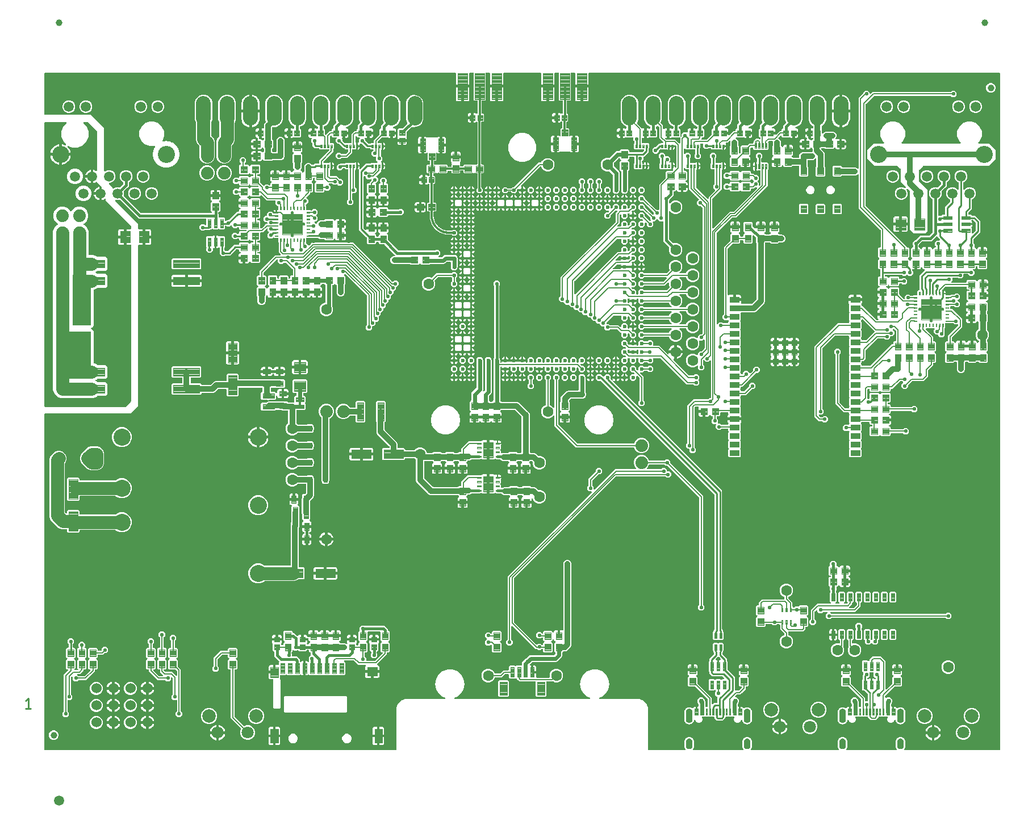
<source format=gtl>
G04 EAGLE Gerber RS-274X export*
G75*
%MOMM*%
%FSLAX34Y34*%
%LPD*%
%INTop Copper*%
%IPPOS*%
%AMOC8*
5,1,8,0,0,1.08239X$1,22.5*%
G01*
%ADD10C,0.279400*%
%ADD11C,0.100000*%
%ADD12C,0.100800*%
%ADD13C,1.000000*%
%ADD14C,0.102000*%
%ADD15C,0.654000*%
%ADD16C,0.105000*%
%ADD17C,0.096000*%
%ADD18C,0.098000*%
%ADD19C,0.099000*%
%ADD20C,1.600000*%
%ADD21C,2.550000*%
%ADD22C,1.500000*%
%ADD23C,0.104000*%
%ADD24C,0.099059*%
%ADD25C,1.879600*%
%ADD26C,1.800000*%
%ADD27C,2.000000*%
%ADD28C,2.200000*%
%ADD29C,0.101600*%
%ADD30C,2.540000*%
%ADD31C,0.101200*%
%ADD32C,0.093000*%
%ADD33C,0.600000*%
%ADD34C,1.524000*%
%ADD35C,0.554000*%
%ADD36C,0.152400*%
%ADD37C,0.254000*%
%ADD38C,0.812800*%
%ADD39C,0.406400*%
%ADD40C,0.609600*%
%ADD41C,0.754000*%
%ADD42C,0.266700*%
%ADD43C,0.317500*%
%ADD44C,1.905000*%
%ADD45C,1.270000*%

G36*
X570669Y3057D02*
X570669Y3057D01*
X570727Y3055D01*
X570809Y3077D01*
X570893Y3089D01*
X570946Y3112D01*
X571002Y3127D01*
X571075Y3170D01*
X571152Y3205D01*
X571197Y3243D01*
X571247Y3272D01*
X571305Y3334D01*
X571369Y3388D01*
X571401Y3437D01*
X571441Y3480D01*
X571480Y3555D01*
X571527Y3625D01*
X571544Y3681D01*
X571571Y3733D01*
X571582Y3801D01*
X571612Y3896D01*
X571615Y3996D01*
X571626Y4064D01*
X571626Y66633D01*
X574024Y72421D01*
X578454Y76851D01*
X584242Y79249D01*
X643400Y79249D01*
X643507Y79264D01*
X643614Y79272D01*
X643647Y79284D01*
X643681Y79289D01*
X643780Y79333D01*
X643881Y79370D01*
X643909Y79391D01*
X643941Y79405D01*
X644023Y79475D01*
X644110Y79538D01*
X644131Y79566D01*
X644158Y79588D01*
X644217Y79678D01*
X644283Y79764D01*
X644296Y79796D01*
X644315Y79825D01*
X644348Y79928D01*
X644387Y80028D01*
X644391Y80063D01*
X644401Y80096D01*
X644404Y80204D01*
X644414Y80311D01*
X644408Y80346D01*
X644408Y80380D01*
X644381Y80485D01*
X644361Y80591D01*
X644345Y80622D01*
X644337Y80655D01*
X644282Y80748D01*
X644233Y80844D01*
X644209Y80870D01*
X644191Y80900D01*
X644113Y80974D01*
X644039Y81053D01*
X644012Y81068D01*
X643984Y81094D01*
X643793Y81192D01*
X643747Y81218D01*
X639913Y82613D01*
X634080Y87508D01*
X630273Y94102D01*
X628951Y101600D01*
X630273Y109098D01*
X634080Y115692D01*
X639913Y120587D01*
X647068Y123191D01*
X654682Y123191D01*
X661837Y120587D01*
X667670Y115692D01*
X671477Y109098D01*
X672799Y101600D01*
X671477Y94102D01*
X667670Y87508D01*
X661837Y82613D01*
X658003Y81218D01*
X657908Y81167D01*
X657809Y81123D01*
X657783Y81101D01*
X657752Y81084D01*
X657675Y81009D01*
X657592Y80939D01*
X657573Y80911D01*
X657548Y80886D01*
X657494Y80793D01*
X657435Y80703D01*
X657424Y80670D01*
X657407Y80640D01*
X657381Y80535D01*
X657349Y80432D01*
X657348Y80397D01*
X657340Y80363D01*
X657344Y80256D01*
X657342Y80148D01*
X657350Y80114D01*
X657352Y80079D01*
X657386Y79977D01*
X657413Y79873D01*
X657431Y79843D01*
X657442Y79810D01*
X657504Y79721D01*
X657559Y79628D01*
X657584Y79604D01*
X657604Y79576D01*
X657687Y79507D01*
X657766Y79434D01*
X657797Y79418D01*
X657824Y79396D01*
X657923Y79353D01*
X658019Y79304D01*
X658050Y79299D01*
X658085Y79284D01*
X658298Y79258D01*
X658350Y79249D01*
X859300Y79249D01*
X859407Y79264D01*
X859514Y79272D01*
X859547Y79284D01*
X859581Y79289D01*
X859680Y79333D01*
X859781Y79370D01*
X859809Y79391D01*
X859841Y79405D01*
X859923Y79475D01*
X860010Y79538D01*
X860031Y79566D01*
X860058Y79588D01*
X860117Y79678D01*
X860183Y79764D01*
X860196Y79796D01*
X860215Y79825D01*
X860248Y79928D01*
X860287Y80028D01*
X860291Y80063D01*
X860301Y80096D01*
X860304Y80204D01*
X860314Y80311D01*
X860308Y80346D01*
X860308Y80380D01*
X860281Y80485D01*
X860261Y80591D01*
X860245Y80622D01*
X860237Y80655D01*
X860182Y80748D01*
X860133Y80844D01*
X860109Y80870D01*
X860091Y80900D01*
X860013Y80974D01*
X859939Y81053D01*
X859912Y81068D01*
X859884Y81094D01*
X859693Y81192D01*
X859647Y81218D01*
X855813Y82613D01*
X849980Y87508D01*
X846173Y94102D01*
X844851Y101600D01*
X846173Y109098D01*
X849980Y115692D01*
X855813Y120587D01*
X862968Y123191D01*
X870582Y123191D01*
X877737Y120587D01*
X883570Y115692D01*
X887377Y109098D01*
X888699Y101600D01*
X887377Y94102D01*
X883570Y87508D01*
X877737Y82613D01*
X873903Y81218D01*
X873808Y81167D01*
X873709Y81123D01*
X873683Y81101D01*
X873652Y81084D01*
X873575Y81009D01*
X873492Y80939D01*
X873473Y80911D01*
X873448Y80886D01*
X873394Y80793D01*
X873335Y80703D01*
X873324Y80670D01*
X873307Y80640D01*
X873281Y80535D01*
X873249Y80432D01*
X873248Y80397D01*
X873240Y80363D01*
X873244Y80256D01*
X873242Y80148D01*
X873250Y80114D01*
X873252Y80079D01*
X873286Y79977D01*
X873313Y79873D01*
X873331Y79843D01*
X873342Y79810D01*
X873404Y79721D01*
X873459Y79628D01*
X873484Y79604D01*
X873504Y79576D01*
X873587Y79507D01*
X873666Y79434D01*
X873697Y79418D01*
X873724Y79396D01*
X873823Y79353D01*
X873919Y79304D01*
X873950Y79299D01*
X873985Y79284D01*
X874198Y79258D01*
X874250Y79249D01*
X933408Y79249D01*
X939196Y76851D01*
X943626Y72421D01*
X946024Y66633D01*
X946024Y4064D01*
X946032Y4006D01*
X946030Y3948D01*
X946052Y3866D01*
X946064Y3782D01*
X946087Y3729D01*
X946102Y3673D01*
X946145Y3600D01*
X946180Y3523D01*
X946218Y3478D01*
X946247Y3428D01*
X946309Y3370D01*
X946363Y3306D01*
X946412Y3274D01*
X946455Y3234D01*
X946530Y3195D01*
X946600Y3148D01*
X946656Y3131D01*
X946708Y3104D01*
X946776Y3093D01*
X946871Y3063D01*
X946971Y3060D01*
X947039Y3049D01*
X1001665Y3049D01*
X1001723Y3057D01*
X1001781Y3055D01*
X1001863Y3077D01*
X1001947Y3089D01*
X1002000Y3112D01*
X1002056Y3127D01*
X1002129Y3170D01*
X1002206Y3205D01*
X1002251Y3242D01*
X1002300Y3272D01*
X1002359Y3334D01*
X1002423Y3388D01*
X1002455Y3437D01*
X1002495Y3479D01*
X1002534Y3554D01*
X1002581Y3625D01*
X1002598Y3680D01*
X1002625Y3732D01*
X1002641Y3815D01*
X1002667Y3896D01*
X1002668Y3954D01*
X1002679Y4011D01*
X1002672Y4096D01*
X1002674Y4180D01*
X1002659Y4236D01*
X1002654Y4294D01*
X1002627Y4358D01*
X1002602Y4455D01*
X1002551Y4541D01*
X1002525Y4604D01*
X1002258Y5029D01*
X1002162Y5143D01*
X1002116Y5207D01*
X1001621Y5702D01*
X1001390Y6363D01*
X1001326Y6486D01*
X1001321Y6496D01*
X1001291Y6568D01*
X1000918Y7161D01*
X1000840Y7857D01*
X1000802Y8002D01*
X1000789Y8079D01*
X1000612Y8585D01*
X1000618Y8621D01*
X1000648Y8715D01*
X1000651Y8816D01*
X1000662Y8884D01*
X1000662Y9376D01*
X1000653Y9440D01*
X1000656Y9490D01*
X1000573Y10225D01*
X1000585Y10246D01*
X1000593Y10276D01*
X1000607Y10303D01*
X1000620Y10380D01*
X1000656Y10521D01*
X1000654Y10585D01*
X1000662Y10634D01*
X1000662Y14466D01*
X1000658Y14496D01*
X1000660Y14527D01*
X1000638Y14637D01*
X1000622Y14747D01*
X1000610Y14775D01*
X1000604Y14806D01*
X1000572Y14863D01*
X1000656Y15610D01*
X1000654Y15675D01*
X1000662Y15724D01*
X1000662Y16216D01*
X1000654Y16275D01*
X1000655Y16334D01*
X1000636Y16400D01*
X1000622Y16497D01*
X1000613Y16518D01*
X1000789Y17021D01*
X1000818Y17167D01*
X1000840Y17243D01*
X1000918Y17939D01*
X1001291Y18532D01*
X1001352Y18668D01*
X1001390Y18737D01*
X1001621Y19398D01*
X1002116Y19893D01*
X1002206Y20013D01*
X1002258Y20071D01*
X1002631Y20664D01*
X1003224Y21037D01*
X1003338Y21133D01*
X1003402Y21179D01*
X1003897Y21674D01*
X1004558Y21905D01*
X1004691Y21974D01*
X1004763Y22004D01*
X1005356Y22377D01*
X1006052Y22455D01*
X1006197Y22492D01*
X1006274Y22506D01*
X1006935Y22737D01*
X1007631Y22659D01*
X1007781Y22663D01*
X1007859Y22659D01*
X1008555Y22737D01*
X1009216Y22506D01*
X1009362Y22477D01*
X1009438Y22455D01*
X1010134Y22377D01*
X1010727Y22004D01*
X1010863Y21943D01*
X1010932Y21905D01*
X1011593Y21674D01*
X1012088Y21179D01*
X1012208Y21089D01*
X1012266Y21037D01*
X1012859Y20664D01*
X1013232Y20071D01*
X1013328Y19957D01*
X1013374Y19893D01*
X1013869Y19398D01*
X1014100Y18737D01*
X1014169Y18604D01*
X1014199Y18532D01*
X1014572Y17939D01*
X1014650Y17243D01*
X1014687Y17098D01*
X1014701Y17021D01*
X1014878Y16515D01*
X1014872Y16479D01*
X1014842Y16385D01*
X1014839Y16284D01*
X1014828Y16216D01*
X1014828Y15724D01*
X1014837Y15660D01*
X1014834Y15610D01*
X1014917Y14875D01*
X1014905Y14854D01*
X1014897Y14824D01*
X1014883Y14797D01*
X1014870Y14720D01*
X1014834Y14579D01*
X1014836Y14515D01*
X1014828Y14466D01*
X1014828Y10634D01*
X1014832Y10604D01*
X1014830Y10573D01*
X1014852Y10463D01*
X1014868Y10353D01*
X1014880Y10325D01*
X1014886Y10294D01*
X1014918Y10237D01*
X1014834Y9490D01*
X1014836Y9425D01*
X1014828Y9376D01*
X1014828Y8884D01*
X1014836Y8825D01*
X1014835Y8766D01*
X1014854Y8700D01*
X1014868Y8603D01*
X1014877Y8582D01*
X1014701Y8079D01*
X1014672Y7933D01*
X1014650Y7857D01*
X1014572Y7161D01*
X1014199Y6568D01*
X1014138Y6432D01*
X1014100Y6363D01*
X1013869Y5702D01*
X1013374Y5207D01*
X1013284Y5088D01*
X1013232Y5029D01*
X1012965Y4604D01*
X1012941Y4551D01*
X1012909Y4503D01*
X1012884Y4422D01*
X1012849Y4345D01*
X1012841Y4287D01*
X1012823Y4232D01*
X1012821Y4147D01*
X1012809Y4063D01*
X1012818Y4006D01*
X1012816Y3948D01*
X1012838Y3866D01*
X1012849Y3782D01*
X1012873Y3729D01*
X1012888Y3673D01*
X1012931Y3600D01*
X1012966Y3522D01*
X1013004Y3478D01*
X1013033Y3428D01*
X1013095Y3370D01*
X1013150Y3305D01*
X1013198Y3273D01*
X1013240Y3234D01*
X1013316Y3195D01*
X1013387Y3148D01*
X1013442Y3131D01*
X1013494Y3104D01*
X1013562Y3093D01*
X1013658Y3063D01*
X1013757Y3060D01*
X1013825Y3049D01*
X1088025Y3049D01*
X1088083Y3057D01*
X1088141Y3055D01*
X1088223Y3077D01*
X1088307Y3089D01*
X1088360Y3112D01*
X1088416Y3127D01*
X1088489Y3170D01*
X1088566Y3205D01*
X1088611Y3242D01*
X1088660Y3272D01*
X1088719Y3334D01*
X1088783Y3388D01*
X1088815Y3437D01*
X1088855Y3479D01*
X1088894Y3554D01*
X1088941Y3625D01*
X1088958Y3680D01*
X1088985Y3732D01*
X1089001Y3815D01*
X1089027Y3896D01*
X1089028Y3954D01*
X1089039Y4011D01*
X1089032Y4096D01*
X1089034Y4180D01*
X1089019Y4236D01*
X1089014Y4294D01*
X1088987Y4358D01*
X1088962Y4455D01*
X1088911Y4541D01*
X1088885Y4604D01*
X1088618Y5029D01*
X1088522Y5143D01*
X1088476Y5207D01*
X1087981Y5702D01*
X1087750Y6363D01*
X1087686Y6486D01*
X1087681Y6496D01*
X1087651Y6568D01*
X1087278Y7161D01*
X1087200Y7857D01*
X1087163Y8002D01*
X1087149Y8079D01*
X1086972Y8585D01*
X1086978Y8621D01*
X1087008Y8715D01*
X1087011Y8816D01*
X1087022Y8884D01*
X1087022Y9376D01*
X1087013Y9440D01*
X1087016Y9490D01*
X1086933Y10225D01*
X1086945Y10246D01*
X1086953Y10276D01*
X1086967Y10303D01*
X1086980Y10380D01*
X1087016Y10521D01*
X1087014Y10585D01*
X1087022Y10634D01*
X1087022Y14466D01*
X1087018Y14496D01*
X1087020Y14527D01*
X1086998Y14637D01*
X1086982Y14747D01*
X1086970Y14775D01*
X1086964Y14806D01*
X1086932Y14863D01*
X1087016Y15610D01*
X1087014Y15675D01*
X1087022Y15724D01*
X1087022Y16216D01*
X1087014Y16275D01*
X1087015Y16334D01*
X1086996Y16400D01*
X1086982Y16497D01*
X1086973Y16518D01*
X1087149Y17021D01*
X1087178Y17167D01*
X1087200Y17243D01*
X1087278Y17939D01*
X1087651Y18532D01*
X1087712Y18668D01*
X1087750Y18737D01*
X1087981Y19398D01*
X1088476Y19893D01*
X1088566Y20013D01*
X1088618Y20071D01*
X1088991Y20664D01*
X1089584Y21037D01*
X1089698Y21133D01*
X1089762Y21179D01*
X1090257Y21674D01*
X1090918Y21905D01*
X1091051Y21974D01*
X1091123Y22004D01*
X1091716Y22377D01*
X1092412Y22455D01*
X1092557Y22492D01*
X1092634Y22506D01*
X1093295Y22737D01*
X1093991Y22659D01*
X1094141Y22663D01*
X1094219Y22659D01*
X1094915Y22737D01*
X1095576Y22506D01*
X1095722Y22477D01*
X1095798Y22455D01*
X1096494Y22377D01*
X1097087Y22004D01*
X1097223Y21943D01*
X1097292Y21905D01*
X1097953Y21674D01*
X1098448Y21179D01*
X1098568Y21089D01*
X1098626Y21037D01*
X1099219Y20664D01*
X1099592Y20071D01*
X1099688Y19957D01*
X1099734Y19893D01*
X1100229Y19398D01*
X1100460Y18737D01*
X1100529Y18604D01*
X1100559Y18532D01*
X1100932Y17939D01*
X1101010Y17243D01*
X1101048Y17098D01*
X1101061Y17021D01*
X1101238Y16515D01*
X1101232Y16479D01*
X1101202Y16385D01*
X1101199Y16284D01*
X1101188Y16216D01*
X1101188Y15724D01*
X1101197Y15660D01*
X1101194Y15610D01*
X1101277Y14875D01*
X1101265Y14854D01*
X1101257Y14824D01*
X1101243Y14797D01*
X1101230Y14720D01*
X1101194Y14579D01*
X1101196Y14515D01*
X1101188Y14466D01*
X1101188Y10634D01*
X1101192Y10604D01*
X1101190Y10573D01*
X1101212Y10463D01*
X1101228Y10353D01*
X1101240Y10325D01*
X1101246Y10294D01*
X1101278Y10237D01*
X1101194Y9490D01*
X1101196Y9425D01*
X1101188Y9376D01*
X1101188Y8884D01*
X1101196Y8825D01*
X1101195Y8766D01*
X1101214Y8700D01*
X1101228Y8603D01*
X1101237Y8582D01*
X1101061Y8079D01*
X1101032Y7933D01*
X1101010Y7857D01*
X1100932Y7161D01*
X1100559Y6568D01*
X1100498Y6432D01*
X1100460Y6363D01*
X1100229Y5702D01*
X1099734Y5207D01*
X1099644Y5088D01*
X1099592Y5029D01*
X1099325Y4604D01*
X1099301Y4551D01*
X1099269Y4503D01*
X1099244Y4422D01*
X1099209Y4345D01*
X1099201Y4287D01*
X1099183Y4232D01*
X1099181Y4147D01*
X1099169Y4063D01*
X1099178Y4006D01*
X1099176Y3948D01*
X1099198Y3866D01*
X1099209Y3782D01*
X1099233Y3729D01*
X1099248Y3673D01*
X1099291Y3600D01*
X1099326Y3522D01*
X1099364Y3478D01*
X1099393Y3428D01*
X1099455Y3370D01*
X1099510Y3305D01*
X1099558Y3273D01*
X1099600Y3234D01*
X1099676Y3195D01*
X1099747Y3148D01*
X1099802Y3131D01*
X1099854Y3104D01*
X1099922Y3093D01*
X1100018Y3063D01*
X1100117Y3060D01*
X1100185Y3049D01*
X1230265Y3049D01*
X1230323Y3057D01*
X1230381Y3055D01*
X1230463Y3077D01*
X1230547Y3089D01*
X1230600Y3112D01*
X1230656Y3127D01*
X1230729Y3170D01*
X1230806Y3205D01*
X1230851Y3242D01*
X1230900Y3272D01*
X1230959Y3334D01*
X1231023Y3388D01*
X1231055Y3437D01*
X1231095Y3479D01*
X1231134Y3554D01*
X1231181Y3625D01*
X1231198Y3680D01*
X1231225Y3732D01*
X1231241Y3815D01*
X1231267Y3896D01*
X1231268Y3954D01*
X1231279Y4011D01*
X1231272Y4096D01*
X1231274Y4180D01*
X1231259Y4236D01*
X1231254Y4294D01*
X1231227Y4358D01*
X1231202Y4455D01*
X1231151Y4541D01*
X1231125Y4604D01*
X1230858Y5029D01*
X1230762Y5143D01*
X1230716Y5207D01*
X1230221Y5702D01*
X1229990Y6363D01*
X1229926Y6486D01*
X1229921Y6496D01*
X1229891Y6568D01*
X1229518Y7161D01*
X1229440Y7857D01*
X1229402Y8002D01*
X1229389Y8079D01*
X1229212Y8585D01*
X1229218Y8621D01*
X1229248Y8715D01*
X1229251Y8816D01*
X1229262Y8884D01*
X1229262Y9376D01*
X1229253Y9440D01*
X1229256Y9490D01*
X1229173Y10225D01*
X1229185Y10246D01*
X1229193Y10276D01*
X1229207Y10303D01*
X1229220Y10380D01*
X1229256Y10521D01*
X1229254Y10585D01*
X1229262Y10634D01*
X1229262Y14466D01*
X1229258Y14496D01*
X1229260Y14527D01*
X1229238Y14637D01*
X1229222Y14747D01*
X1229210Y14775D01*
X1229204Y14806D01*
X1229172Y14863D01*
X1229256Y15610D01*
X1229254Y15675D01*
X1229262Y15724D01*
X1229262Y16216D01*
X1229254Y16275D01*
X1229255Y16334D01*
X1229236Y16400D01*
X1229222Y16497D01*
X1229213Y16518D01*
X1229389Y17021D01*
X1229418Y17167D01*
X1229440Y17243D01*
X1229518Y17939D01*
X1229891Y18532D01*
X1229952Y18668D01*
X1229990Y18737D01*
X1230221Y19398D01*
X1230716Y19893D01*
X1230806Y20013D01*
X1230858Y20071D01*
X1231231Y20664D01*
X1231824Y21037D01*
X1231938Y21133D01*
X1232002Y21179D01*
X1232497Y21674D01*
X1233158Y21905D01*
X1233291Y21974D01*
X1233363Y22004D01*
X1233956Y22377D01*
X1234652Y22455D01*
X1234797Y22492D01*
X1234874Y22506D01*
X1235535Y22737D01*
X1236231Y22659D01*
X1236381Y22663D01*
X1236459Y22659D01*
X1237155Y22737D01*
X1237816Y22506D01*
X1237962Y22477D01*
X1238038Y22455D01*
X1238734Y22377D01*
X1239327Y22004D01*
X1239463Y21943D01*
X1239532Y21905D01*
X1240193Y21674D01*
X1240688Y21179D01*
X1240808Y21089D01*
X1240866Y21037D01*
X1241459Y20664D01*
X1241832Y20071D01*
X1241928Y19957D01*
X1241974Y19893D01*
X1242469Y19398D01*
X1242700Y18737D01*
X1242769Y18604D01*
X1242799Y18532D01*
X1243172Y17939D01*
X1243250Y17243D01*
X1243287Y17098D01*
X1243301Y17021D01*
X1243478Y16515D01*
X1243472Y16479D01*
X1243442Y16385D01*
X1243439Y16284D01*
X1243428Y16216D01*
X1243428Y15724D01*
X1243437Y15660D01*
X1243434Y15610D01*
X1243517Y14875D01*
X1243505Y14854D01*
X1243497Y14824D01*
X1243483Y14797D01*
X1243470Y14720D01*
X1243434Y14579D01*
X1243436Y14515D01*
X1243428Y14466D01*
X1243428Y10634D01*
X1243432Y10604D01*
X1243430Y10573D01*
X1243452Y10463D01*
X1243468Y10353D01*
X1243480Y10325D01*
X1243486Y10294D01*
X1243518Y10237D01*
X1243434Y9490D01*
X1243436Y9425D01*
X1243428Y9376D01*
X1243428Y8884D01*
X1243436Y8825D01*
X1243435Y8766D01*
X1243454Y8700D01*
X1243468Y8603D01*
X1243477Y8582D01*
X1243301Y8079D01*
X1243272Y7933D01*
X1243250Y7857D01*
X1243172Y7161D01*
X1242799Y6568D01*
X1242738Y6432D01*
X1242700Y6363D01*
X1242469Y5702D01*
X1241974Y5207D01*
X1241884Y5087D01*
X1241832Y5029D01*
X1241565Y4604D01*
X1241541Y4551D01*
X1241509Y4503D01*
X1241484Y4422D01*
X1241449Y4345D01*
X1241441Y4287D01*
X1241423Y4232D01*
X1241421Y4147D01*
X1241409Y4063D01*
X1241418Y4006D01*
X1241416Y3948D01*
X1241437Y3866D01*
X1241449Y3782D01*
X1241473Y3729D01*
X1241488Y3673D01*
X1241531Y3600D01*
X1241566Y3522D01*
X1241604Y3478D01*
X1241633Y3428D01*
X1241695Y3370D01*
X1241750Y3306D01*
X1241798Y3273D01*
X1241840Y3234D01*
X1241916Y3195D01*
X1241987Y3148D01*
X1242042Y3131D01*
X1242094Y3104D01*
X1242162Y3093D01*
X1242258Y3063D01*
X1242357Y3060D01*
X1242425Y3049D01*
X1316625Y3049D01*
X1316683Y3057D01*
X1316741Y3055D01*
X1316823Y3077D01*
X1316907Y3089D01*
X1316960Y3112D01*
X1317016Y3127D01*
X1317089Y3170D01*
X1317166Y3205D01*
X1317211Y3242D01*
X1317260Y3272D01*
X1317319Y3334D01*
X1317383Y3388D01*
X1317415Y3437D01*
X1317455Y3479D01*
X1317494Y3554D01*
X1317541Y3625D01*
X1317558Y3680D01*
X1317585Y3732D01*
X1317601Y3815D01*
X1317627Y3896D01*
X1317628Y3954D01*
X1317639Y4011D01*
X1317632Y4096D01*
X1317634Y4180D01*
X1317619Y4236D01*
X1317614Y4294D01*
X1317587Y4358D01*
X1317562Y4455D01*
X1317511Y4541D01*
X1317485Y4604D01*
X1317218Y5029D01*
X1317122Y5143D01*
X1317076Y5207D01*
X1316581Y5702D01*
X1316350Y6363D01*
X1316286Y6486D01*
X1316281Y6496D01*
X1316251Y6568D01*
X1315878Y7161D01*
X1315800Y7857D01*
X1315762Y8002D01*
X1315749Y8079D01*
X1315572Y8585D01*
X1315578Y8621D01*
X1315608Y8715D01*
X1315611Y8816D01*
X1315622Y8884D01*
X1315622Y9376D01*
X1315613Y9440D01*
X1315616Y9490D01*
X1315533Y10225D01*
X1315545Y10246D01*
X1315553Y10276D01*
X1315567Y10303D01*
X1315580Y10380D01*
X1315616Y10521D01*
X1315614Y10585D01*
X1315622Y10634D01*
X1315622Y14466D01*
X1315618Y14496D01*
X1315620Y14527D01*
X1315598Y14637D01*
X1315582Y14747D01*
X1315570Y14775D01*
X1315564Y14806D01*
X1315532Y14863D01*
X1315616Y15610D01*
X1315614Y15675D01*
X1315622Y15724D01*
X1315622Y16216D01*
X1315614Y16275D01*
X1315615Y16334D01*
X1315596Y16400D01*
X1315582Y16497D01*
X1315573Y16518D01*
X1315749Y17021D01*
X1315778Y17167D01*
X1315800Y17243D01*
X1315878Y17939D01*
X1316251Y18532D01*
X1316312Y18668D01*
X1316350Y18737D01*
X1316581Y19398D01*
X1317076Y19893D01*
X1317166Y20013D01*
X1317218Y20071D01*
X1317591Y20664D01*
X1318184Y21037D01*
X1318298Y21133D01*
X1318362Y21179D01*
X1318857Y21674D01*
X1319518Y21905D01*
X1319651Y21974D01*
X1319723Y22004D01*
X1320316Y22377D01*
X1321012Y22455D01*
X1321157Y22492D01*
X1321234Y22506D01*
X1321895Y22737D01*
X1322591Y22659D01*
X1322741Y22663D01*
X1322819Y22659D01*
X1323515Y22737D01*
X1324176Y22506D01*
X1324322Y22477D01*
X1324398Y22455D01*
X1325094Y22377D01*
X1325687Y22004D01*
X1325823Y21943D01*
X1325892Y21905D01*
X1326553Y21674D01*
X1327048Y21179D01*
X1327168Y21089D01*
X1327226Y21037D01*
X1327819Y20664D01*
X1328192Y20071D01*
X1328288Y19957D01*
X1328334Y19893D01*
X1328829Y19398D01*
X1329060Y18737D01*
X1329129Y18604D01*
X1329159Y18532D01*
X1329532Y17939D01*
X1329610Y17243D01*
X1329647Y17098D01*
X1329661Y17021D01*
X1329838Y16515D01*
X1329832Y16479D01*
X1329802Y16385D01*
X1329799Y16284D01*
X1329788Y16216D01*
X1329788Y15724D01*
X1329797Y15660D01*
X1329794Y15610D01*
X1329877Y14875D01*
X1329865Y14854D01*
X1329857Y14824D01*
X1329843Y14797D01*
X1329830Y14720D01*
X1329794Y14579D01*
X1329796Y14515D01*
X1329788Y14466D01*
X1329788Y10634D01*
X1329792Y10604D01*
X1329790Y10573D01*
X1329812Y10463D01*
X1329828Y10353D01*
X1329840Y10325D01*
X1329846Y10294D01*
X1329878Y10237D01*
X1329794Y9490D01*
X1329796Y9425D01*
X1329788Y9376D01*
X1329788Y8884D01*
X1329796Y8825D01*
X1329795Y8766D01*
X1329814Y8700D01*
X1329828Y8603D01*
X1329837Y8582D01*
X1329661Y8079D01*
X1329632Y7933D01*
X1329610Y7857D01*
X1329532Y7161D01*
X1329159Y6568D01*
X1329098Y6432D01*
X1329060Y6363D01*
X1328829Y5702D01*
X1328334Y5207D01*
X1328244Y5088D01*
X1328192Y5029D01*
X1327925Y4604D01*
X1327901Y4551D01*
X1327869Y4503D01*
X1327844Y4422D01*
X1327809Y4345D01*
X1327801Y4287D01*
X1327783Y4232D01*
X1327781Y4147D01*
X1327769Y4063D01*
X1327778Y4006D01*
X1327776Y3948D01*
X1327798Y3866D01*
X1327809Y3782D01*
X1327833Y3729D01*
X1327848Y3673D01*
X1327891Y3600D01*
X1327926Y3522D01*
X1327964Y3478D01*
X1327993Y3428D01*
X1328055Y3370D01*
X1328110Y3305D01*
X1328158Y3273D01*
X1328200Y3234D01*
X1328276Y3195D01*
X1328347Y3148D01*
X1328402Y3131D01*
X1328454Y3104D01*
X1328522Y3093D01*
X1328618Y3063D01*
X1328717Y3060D01*
X1328785Y3049D01*
X1470025Y3049D01*
X1470083Y3057D01*
X1470141Y3055D01*
X1470223Y3077D01*
X1470307Y3089D01*
X1470360Y3112D01*
X1470416Y3127D01*
X1470489Y3170D01*
X1470566Y3205D01*
X1470611Y3243D01*
X1470661Y3272D01*
X1470719Y3334D01*
X1470783Y3388D01*
X1470815Y3437D01*
X1470855Y3480D01*
X1470894Y3555D01*
X1470941Y3625D01*
X1470958Y3681D01*
X1470985Y3733D01*
X1470996Y3801D01*
X1471026Y3896D01*
X1471029Y3996D01*
X1471040Y4064D01*
X1471040Y1011936D01*
X1471032Y1011994D01*
X1471034Y1012052D01*
X1471012Y1012134D01*
X1471000Y1012218D01*
X1470977Y1012271D01*
X1470962Y1012327D01*
X1470919Y1012400D01*
X1470884Y1012477D01*
X1470846Y1012522D01*
X1470817Y1012572D01*
X1470755Y1012630D01*
X1470701Y1012694D01*
X1470652Y1012726D01*
X1470609Y1012766D01*
X1470534Y1012805D01*
X1470464Y1012852D01*
X1470408Y1012869D01*
X1470356Y1012896D01*
X1470288Y1012907D01*
X1470193Y1012937D01*
X1470093Y1012940D01*
X1470025Y1012951D01*
X871255Y1012951D01*
X871212Y1012980D01*
X871169Y1013020D01*
X871094Y1013059D01*
X871024Y1013106D01*
X870968Y1013123D01*
X870916Y1013150D01*
X870848Y1013161D01*
X870753Y1013191D01*
X870653Y1013194D01*
X870585Y1013205D01*
X858781Y1013205D01*
X858723Y1013197D01*
X858665Y1013199D01*
X858583Y1013177D01*
X858499Y1013165D01*
X858446Y1013142D01*
X858390Y1013127D01*
X858317Y1013084D01*
X858240Y1013049D01*
X858195Y1013011D01*
X858145Y1012982D01*
X858087Y1012920D01*
X858023Y1012866D01*
X857991Y1012817D01*
X857951Y1012774D01*
X857912Y1012699D01*
X857865Y1012629D01*
X857848Y1012573D01*
X857821Y1012521D01*
X857810Y1012453D01*
X857780Y1012358D01*
X857777Y1012258D01*
X857766Y1012190D01*
X857766Y995171D01*
X848741Y995171D01*
X848683Y995163D01*
X848625Y995164D01*
X848543Y995143D01*
X848460Y995131D01*
X848406Y995107D01*
X848350Y995093D01*
X848277Y995050D01*
X848200Y995015D01*
X848156Y994977D01*
X848105Y994947D01*
X848048Y994886D01*
X847983Y994831D01*
X847951Y994783D01*
X847911Y994740D01*
X847872Y994665D01*
X847826Y994595D01*
X847808Y994539D01*
X847781Y994487D01*
X847770Y994419D01*
X847740Y994324D01*
X847737Y994224D01*
X847726Y994156D01*
X847726Y993139D01*
X847724Y993139D01*
X847724Y994156D01*
X847716Y994214D01*
X847717Y994272D01*
X847696Y994354D01*
X847684Y994437D01*
X847660Y994491D01*
X847646Y994547D01*
X847603Y994620D01*
X847568Y994697D01*
X847530Y994741D01*
X847500Y994792D01*
X847439Y994849D01*
X847384Y994914D01*
X847336Y994946D01*
X847293Y994986D01*
X847218Y995025D01*
X847148Y995071D01*
X847092Y995089D01*
X847040Y995116D01*
X846972Y995127D01*
X846877Y995157D01*
X846777Y995160D01*
X846709Y995171D01*
X837684Y995171D01*
X837684Y1012190D01*
X837676Y1012248D01*
X837678Y1012306D01*
X837656Y1012388D01*
X837644Y1012472D01*
X837621Y1012525D01*
X837606Y1012581D01*
X837563Y1012654D01*
X837528Y1012731D01*
X837490Y1012776D01*
X837461Y1012826D01*
X837399Y1012884D01*
X837345Y1012948D01*
X837296Y1012980D01*
X837253Y1013020D01*
X837178Y1013059D01*
X837108Y1013106D01*
X837052Y1013123D01*
X837000Y1013150D01*
X836932Y1013161D01*
X836837Y1013191D01*
X836737Y1013194D01*
X836669Y1013205D01*
X832111Y1013205D01*
X832053Y1013197D01*
X831995Y1013199D01*
X831913Y1013177D01*
X831829Y1013165D01*
X831776Y1013142D01*
X831720Y1013127D01*
X831647Y1013084D01*
X831570Y1013049D01*
X831525Y1013011D01*
X831475Y1012982D01*
X831417Y1012920D01*
X831353Y1012866D01*
X831321Y1012817D01*
X831281Y1012774D01*
X831242Y1012699D01*
X831195Y1012629D01*
X831178Y1012573D01*
X831151Y1012521D01*
X831140Y1012453D01*
X831110Y1012358D01*
X831107Y1012258D01*
X831096Y1012190D01*
X831096Y972921D01*
X830044Y971869D01*
X826198Y971869D01*
X826141Y971861D01*
X826082Y971863D01*
X826001Y971841D01*
X825917Y971829D01*
X825864Y971806D01*
X825807Y971791D01*
X825735Y971748D01*
X825658Y971713D01*
X825613Y971675D01*
X825563Y971646D01*
X825505Y971584D01*
X825441Y971530D01*
X825408Y971481D01*
X825368Y971438D01*
X825330Y971363D01*
X825283Y971293D01*
X825265Y971237D01*
X825239Y971185D01*
X825227Y971117D01*
X825197Y971022D01*
X825195Y970922D01*
X825183Y970854D01*
X825183Y952936D01*
X825191Y952878D01*
X825190Y952820D01*
X825211Y952738D01*
X825223Y952654D01*
X825247Y952601D01*
X825262Y952545D01*
X825305Y952472D01*
X825339Y952395D01*
X825377Y952350D01*
X825407Y952300D01*
X825469Y952242D01*
X825523Y952178D01*
X825572Y952146D01*
X825614Y952106D01*
X825689Y952067D01*
X825760Y952020D01*
X825815Y952003D01*
X825867Y951976D01*
X825935Y951965D01*
X826031Y951935D01*
X826130Y951932D01*
X826198Y951921D01*
X826253Y951921D01*
X827296Y950878D01*
X827296Y941422D01*
X826253Y940379D01*
X825648Y940379D01*
X825591Y940371D01*
X825532Y940373D01*
X825451Y940351D01*
X825367Y940339D01*
X825314Y940316D01*
X825257Y940301D01*
X825185Y940258D01*
X825108Y940223D01*
X825063Y940185D01*
X825013Y940156D01*
X824955Y940094D01*
X824891Y940040D01*
X824858Y939991D01*
X824818Y939948D01*
X824780Y939873D01*
X824733Y939803D01*
X824715Y939747D01*
X824689Y939695D01*
X824677Y939627D01*
X824647Y939532D01*
X824645Y939432D01*
X824633Y939364D01*
X824633Y931336D01*
X824640Y931285D01*
X824640Y931266D01*
X824641Y931262D01*
X824640Y931220D01*
X824661Y931138D01*
X824673Y931054D01*
X824697Y931001D01*
X824712Y930945D01*
X824755Y930872D01*
X824789Y930795D01*
X824827Y930750D01*
X824857Y930700D01*
X824919Y930642D01*
X824973Y930578D01*
X825022Y930546D01*
X825064Y930506D01*
X825139Y930467D01*
X825210Y930420D01*
X825265Y930403D01*
X825317Y930376D01*
X825385Y930365D01*
X825481Y930335D01*
X825580Y930332D01*
X825648Y930321D01*
X827559Y930321D01*
X828596Y929284D01*
X828596Y919566D01*
X828600Y919537D01*
X828597Y919508D01*
X828620Y919397D01*
X828636Y919285D01*
X828648Y919258D01*
X828653Y919229D01*
X828705Y919129D01*
X828752Y919025D01*
X828771Y919003D01*
X828784Y918977D01*
X828862Y918895D01*
X828935Y918808D01*
X828960Y918792D01*
X828980Y918771D01*
X829078Y918713D01*
X829172Y918651D01*
X829200Y918642D01*
X829225Y918627D01*
X829335Y918599D01*
X829443Y918565D01*
X829472Y918564D01*
X829501Y918557D01*
X829614Y918560D01*
X829727Y918558D01*
X829756Y918565D01*
X829785Y918566D01*
X829893Y918601D01*
X830002Y918629D01*
X830028Y918644D01*
X830056Y918653D01*
X830119Y918699D01*
X830247Y918775D01*
X830290Y918820D01*
X830329Y918848D01*
X830462Y918981D01*
X830881Y919223D01*
X831157Y919383D01*
X831933Y919591D01*
X834044Y919591D01*
X834044Y908066D01*
X834052Y908008D01*
X834050Y907950D01*
X834072Y907868D01*
X834084Y907785D01*
X834108Y907731D01*
X834122Y907675D01*
X834165Y907602D01*
X834200Y907525D01*
X834238Y907481D01*
X834268Y907430D01*
X834329Y907373D01*
X834384Y907308D01*
X834432Y907276D01*
X834475Y907236D01*
X834550Y907197D01*
X834620Y907151D01*
X834676Y907133D01*
X834728Y907106D01*
X834796Y907095D01*
X834891Y907065D01*
X834991Y907062D01*
X835059Y907051D01*
X836076Y907051D01*
X836076Y907049D01*
X835059Y907049D01*
X835001Y907041D01*
X834943Y907042D01*
X834861Y907021D01*
X834778Y907009D01*
X834724Y906985D01*
X834668Y906971D01*
X834595Y906928D01*
X834518Y906893D01*
X834473Y906855D01*
X834423Y906825D01*
X834365Y906764D01*
X834301Y906709D01*
X834269Y906661D01*
X834229Y906618D01*
X834190Y906543D01*
X834144Y906473D01*
X834126Y906417D01*
X834099Y906365D01*
X834088Y906297D01*
X834058Y906202D01*
X834055Y906102D01*
X834044Y906034D01*
X834044Y894509D01*
X831933Y894509D01*
X831157Y894717D01*
X830414Y895146D01*
X830395Y895164D01*
X830346Y895190D01*
X830301Y895223D01*
X830220Y895254D01*
X830142Y895294D01*
X830094Y895302D01*
X830036Y895324D01*
X829888Y895336D01*
X829811Y895349D01*
X814839Y895349D01*
X814752Y895337D01*
X814665Y895334D01*
X814612Y895317D01*
X814558Y895309D01*
X814478Y895274D01*
X814394Y895247D01*
X814355Y895219D01*
X814298Y895193D01*
X814258Y895159D01*
X813493Y894717D01*
X813116Y894616D01*
X812717Y894509D01*
X810606Y894509D01*
X810606Y906034D01*
X810599Y906087D01*
X810599Y906117D01*
X810599Y906120D01*
X810599Y906150D01*
X810578Y906232D01*
X810566Y906315D01*
X810542Y906369D01*
X810528Y906425D01*
X810485Y906498D01*
X810450Y906575D01*
X810412Y906619D01*
X810382Y906670D01*
X810321Y906727D01*
X810266Y906792D01*
X810218Y906824D01*
X810175Y906864D01*
X810100Y906903D01*
X810030Y906949D01*
X809974Y906967D01*
X809922Y906994D01*
X809854Y907005D01*
X809759Y907035D01*
X809659Y907038D01*
X809591Y907049D01*
X808574Y907049D01*
X808574Y907051D01*
X809591Y907051D01*
X809649Y907059D01*
X809707Y907058D01*
X809789Y907079D01*
X809872Y907091D01*
X809926Y907115D01*
X809982Y907129D01*
X810055Y907172D01*
X810132Y907207D01*
X810176Y907245D01*
X810227Y907275D01*
X810284Y907336D01*
X810349Y907391D01*
X810381Y907439D01*
X810421Y907482D01*
X810460Y907557D01*
X810506Y907627D01*
X810524Y907683D01*
X810551Y907735D01*
X810562Y907803D01*
X810592Y907898D01*
X810595Y907998D01*
X810606Y908066D01*
X810606Y919591D01*
X812717Y919591D01*
X813493Y919383D01*
X813769Y919223D01*
X814188Y918981D01*
X814321Y918848D01*
X814345Y918831D01*
X814364Y918808D01*
X814458Y918745D01*
X814548Y918677D01*
X814576Y918667D01*
X814600Y918651D01*
X814708Y918616D01*
X814814Y918576D01*
X814843Y918574D01*
X814871Y918565D01*
X814984Y918562D01*
X815097Y918553D01*
X815126Y918558D01*
X815155Y918558D01*
X815265Y918586D01*
X815376Y918608D01*
X815402Y918622D01*
X815430Y918629D01*
X815527Y918687D01*
X815628Y918739D01*
X815650Y918760D01*
X815675Y918775D01*
X815752Y918857D01*
X815834Y918935D01*
X815849Y918960D01*
X815869Y918982D01*
X815921Y919083D01*
X815978Y919180D01*
X815985Y919209D01*
X815999Y919235D01*
X816012Y919312D01*
X816048Y919456D01*
X816046Y919518D01*
X816054Y919566D01*
X816054Y929284D01*
X817091Y930321D01*
X817902Y930321D01*
X817959Y930329D01*
X818018Y930327D01*
X818099Y930349D01*
X818183Y930361D01*
X818236Y930384D01*
X818293Y930399D01*
X818365Y930442D01*
X818442Y930477D01*
X818487Y930515D01*
X818537Y930544D01*
X818595Y930606D01*
X818659Y930660D01*
X818692Y930709D01*
X818732Y930752D01*
X818770Y930827D01*
X818817Y930897D01*
X818835Y930953D01*
X818861Y931005D01*
X818873Y931073D01*
X818903Y931168D01*
X818905Y931268D01*
X818917Y931336D01*
X818917Y939364D01*
X818909Y939422D01*
X818910Y939480D01*
X818889Y939562D01*
X818877Y939646D01*
X818853Y939699D01*
X818838Y939755D01*
X818795Y939828D01*
X818761Y939905D01*
X818723Y939950D01*
X818693Y940000D01*
X818631Y940058D01*
X818577Y940122D01*
X818528Y940154D01*
X818486Y940194D01*
X818411Y940233D01*
X818340Y940280D01*
X818285Y940297D01*
X818233Y940324D01*
X818165Y940335D01*
X818069Y940365D01*
X817970Y940368D01*
X817902Y940379D01*
X816877Y940379D01*
X816865Y940378D01*
X816819Y940382D01*
X816759Y940370D01*
X816699Y940368D01*
X816622Y940343D01*
X816595Y940339D01*
X816589Y940337D01*
X816540Y940327D01*
X816486Y940299D01*
X816429Y940281D01*
X816373Y940241D01*
X816353Y940231D01*
X816336Y940223D01*
X816333Y940220D01*
X816287Y940197D01*
X816212Y940126D01*
X816155Y940086D01*
X815788Y939719D01*
X815093Y939317D01*
X814317Y939109D01*
X812206Y939109D01*
X812206Y945134D01*
X812198Y945192D01*
X812199Y945250D01*
X812178Y945332D01*
X812166Y945415D01*
X812142Y945469D01*
X812128Y945525D01*
X812085Y945598D01*
X812050Y945675D01*
X812012Y945719D01*
X811982Y945770D01*
X811921Y945827D01*
X811866Y945892D01*
X811818Y945924D01*
X811775Y945964D01*
X811700Y946003D01*
X811630Y946049D01*
X811574Y946067D01*
X811522Y946094D01*
X811454Y946105D01*
X811359Y946135D01*
X811259Y946138D01*
X811191Y946149D01*
X810174Y946149D01*
X810174Y946151D01*
X811191Y946151D01*
X811249Y946159D01*
X811307Y946158D01*
X811389Y946179D01*
X811472Y946191D01*
X811526Y946215D01*
X811582Y946229D01*
X811655Y946272D01*
X811732Y946307D01*
X811776Y946345D01*
X811827Y946375D01*
X811884Y946436D01*
X811949Y946491D01*
X811981Y946539D01*
X812021Y946582D01*
X812060Y946657D01*
X812106Y946727D01*
X812124Y946783D01*
X812151Y946835D01*
X812162Y946903D01*
X812192Y946998D01*
X812195Y947098D01*
X812206Y947166D01*
X812206Y953191D01*
X814317Y953191D01*
X815093Y952983D01*
X815788Y952581D01*
X816155Y952214D01*
X816203Y952178D01*
X816245Y952134D01*
X816290Y952108D01*
X816293Y952106D01*
X816308Y952098D01*
X816317Y952093D01*
X816382Y952043D01*
X816439Y952022D01*
X816491Y951991D01*
X816540Y951979D01*
X816546Y951976D01*
X816565Y951973D01*
X816571Y951971D01*
X816648Y951942D01*
X816708Y951937D01*
X816767Y951922D01*
X816849Y951925D01*
X816877Y951921D01*
X816905Y951921D01*
X816931Y951919D01*
X816942Y951921D01*
X818452Y951921D01*
X818509Y951929D01*
X818568Y951927D01*
X818649Y951949D01*
X818733Y951961D01*
X818786Y951984D01*
X818843Y951999D01*
X818915Y952042D01*
X818992Y952077D01*
X819037Y952115D01*
X819087Y952144D01*
X819145Y952206D01*
X819209Y952260D01*
X819242Y952309D01*
X819282Y952352D01*
X819320Y952427D01*
X819367Y952497D01*
X819385Y952553D01*
X819411Y952605D01*
X819423Y952673D01*
X819453Y952768D01*
X819455Y952868D01*
X819467Y952936D01*
X819467Y970854D01*
X819459Y970912D01*
X819460Y970970D01*
X819439Y971052D01*
X819427Y971136D01*
X819403Y971189D01*
X819388Y971245D01*
X819345Y971318D01*
X819311Y971395D01*
X819273Y971440D01*
X819243Y971490D01*
X819181Y971548D01*
X819127Y971612D01*
X819078Y971644D01*
X819036Y971684D01*
X818961Y971723D01*
X818890Y971770D01*
X818835Y971787D01*
X818783Y971814D01*
X818715Y971825D01*
X818619Y971855D01*
X818520Y971858D01*
X818452Y971869D01*
X814606Y971869D01*
X813554Y972921D01*
X813554Y1012190D01*
X813546Y1012248D01*
X813548Y1012306D01*
X813526Y1012388D01*
X813514Y1012472D01*
X813491Y1012525D01*
X813476Y1012581D01*
X813433Y1012654D01*
X813398Y1012731D01*
X813360Y1012776D01*
X813331Y1012826D01*
X813269Y1012884D01*
X813215Y1012948D01*
X813166Y1012980D01*
X813123Y1013020D01*
X813048Y1013059D01*
X812978Y1013106D01*
X812922Y1013123D01*
X812870Y1013150D01*
X812802Y1013161D01*
X812707Y1013191D01*
X812607Y1013194D01*
X812539Y1013205D01*
X807981Y1013205D01*
X807923Y1013197D01*
X807865Y1013199D01*
X807783Y1013177D01*
X807699Y1013165D01*
X807646Y1013142D01*
X807590Y1013127D01*
X807517Y1013084D01*
X807440Y1013049D01*
X807395Y1013011D01*
X807345Y1012982D01*
X807287Y1012920D01*
X807223Y1012866D01*
X807191Y1012817D01*
X807151Y1012774D01*
X807112Y1012699D01*
X807065Y1012629D01*
X807048Y1012573D01*
X807021Y1012521D01*
X807010Y1012453D01*
X806980Y1012358D01*
X806977Y1012258D01*
X806966Y1012190D01*
X806966Y995171D01*
X797941Y995171D01*
X797883Y995163D01*
X797825Y995164D01*
X797743Y995143D01*
X797660Y995131D01*
X797606Y995107D01*
X797550Y995093D01*
X797477Y995050D01*
X797400Y995015D01*
X797356Y994977D01*
X797305Y994947D01*
X797248Y994886D01*
X797183Y994831D01*
X797151Y994783D01*
X797111Y994740D01*
X797072Y994665D01*
X797026Y994595D01*
X797008Y994539D01*
X796981Y994487D01*
X796970Y994419D01*
X796940Y994324D01*
X796937Y994224D01*
X796926Y994156D01*
X796926Y993139D01*
X796924Y993139D01*
X796924Y994156D01*
X796916Y994214D01*
X796917Y994272D01*
X796896Y994354D01*
X796884Y994437D01*
X796860Y994491D01*
X796846Y994547D01*
X796803Y994620D01*
X796768Y994697D01*
X796730Y994741D01*
X796700Y994792D01*
X796639Y994849D01*
X796584Y994914D01*
X796536Y994946D01*
X796493Y994986D01*
X796418Y995025D01*
X796348Y995071D01*
X796292Y995089D01*
X796240Y995116D01*
X796172Y995127D01*
X796077Y995157D01*
X795977Y995160D01*
X795909Y995171D01*
X786884Y995171D01*
X786884Y1012190D01*
X786876Y1012248D01*
X786878Y1012306D01*
X786856Y1012388D01*
X786844Y1012472D01*
X786821Y1012525D01*
X786806Y1012581D01*
X786763Y1012654D01*
X786728Y1012731D01*
X786690Y1012776D01*
X786661Y1012826D01*
X786599Y1012884D01*
X786545Y1012948D01*
X786496Y1012980D01*
X786453Y1013020D01*
X786378Y1013059D01*
X786308Y1013106D01*
X786252Y1013123D01*
X786200Y1013150D01*
X786132Y1013161D01*
X786037Y1013191D01*
X785937Y1013194D01*
X785869Y1013205D01*
X774065Y1013205D01*
X774007Y1013197D01*
X773949Y1013199D01*
X773867Y1013177D01*
X773784Y1013165D01*
X773730Y1013142D01*
X773674Y1013127D01*
X773601Y1013084D01*
X773524Y1013049D01*
X773479Y1013011D01*
X773429Y1012982D01*
X773401Y1012951D01*
X746795Y1012951D01*
X746752Y1012980D01*
X746709Y1013020D01*
X746634Y1013059D01*
X746564Y1013106D01*
X746508Y1013123D01*
X746456Y1013150D01*
X746388Y1013161D01*
X746293Y1013191D01*
X746193Y1013194D01*
X746125Y1013205D01*
X731781Y1013205D01*
X731723Y1013197D01*
X731665Y1013199D01*
X731583Y1013177D01*
X731499Y1013165D01*
X731446Y1013142D01*
X731390Y1013127D01*
X731317Y1013084D01*
X731240Y1013049D01*
X731195Y1013011D01*
X731145Y1012982D01*
X731087Y1012920D01*
X731023Y1012866D01*
X730991Y1012817D01*
X730951Y1012774D01*
X730912Y1012699D01*
X730865Y1012629D01*
X730848Y1012573D01*
X730821Y1012521D01*
X730810Y1012453D01*
X730780Y1012358D01*
X730777Y1012258D01*
X730766Y1012190D01*
X730766Y995171D01*
X721741Y995171D01*
X721683Y995163D01*
X721625Y995164D01*
X721543Y995143D01*
X721460Y995131D01*
X721406Y995107D01*
X721350Y995093D01*
X721277Y995050D01*
X721200Y995015D01*
X721156Y994977D01*
X721105Y994947D01*
X721048Y994886D01*
X720983Y994831D01*
X720951Y994783D01*
X720911Y994740D01*
X720872Y994665D01*
X720826Y994595D01*
X720808Y994539D01*
X720781Y994487D01*
X720770Y994419D01*
X720740Y994324D01*
X720737Y994224D01*
X720726Y994156D01*
X720726Y993139D01*
X720724Y993139D01*
X720724Y994156D01*
X720716Y994214D01*
X720717Y994272D01*
X720696Y994354D01*
X720684Y994437D01*
X720660Y994491D01*
X720646Y994547D01*
X720603Y994620D01*
X720568Y994697D01*
X720530Y994741D01*
X720500Y994792D01*
X720439Y994849D01*
X720384Y994914D01*
X720336Y994946D01*
X720293Y994986D01*
X720218Y995025D01*
X720148Y995071D01*
X720092Y995089D01*
X720040Y995116D01*
X719972Y995127D01*
X719877Y995157D01*
X719777Y995160D01*
X719709Y995171D01*
X710684Y995171D01*
X710684Y1012190D01*
X710676Y1012248D01*
X710678Y1012306D01*
X710656Y1012388D01*
X710644Y1012472D01*
X710621Y1012525D01*
X710606Y1012581D01*
X710563Y1012654D01*
X710528Y1012731D01*
X710490Y1012776D01*
X710461Y1012826D01*
X710399Y1012884D01*
X710345Y1012948D01*
X710296Y1012980D01*
X710253Y1013020D01*
X710178Y1013059D01*
X710108Y1013106D01*
X710052Y1013123D01*
X710000Y1013150D01*
X709932Y1013161D01*
X709837Y1013191D01*
X709737Y1013194D01*
X709669Y1013205D01*
X705111Y1013205D01*
X705053Y1013197D01*
X704995Y1013199D01*
X704913Y1013177D01*
X704829Y1013165D01*
X704776Y1013142D01*
X704720Y1013127D01*
X704647Y1013084D01*
X704570Y1013049D01*
X704525Y1013011D01*
X704475Y1012982D01*
X704417Y1012920D01*
X704353Y1012866D01*
X704321Y1012817D01*
X704281Y1012774D01*
X704242Y1012699D01*
X704195Y1012629D01*
X704178Y1012573D01*
X704151Y1012521D01*
X704140Y1012453D01*
X704110Y1012358D01*
X704107Y1012258D01*
X704096Y1012190D01*
X704096Y972921D01*
X703044Y971869D01*
X699198Y971869D01*
X699141Y971861D01*
X699082Y971863D01*
X699001Y971841D01*
X698917Y971829D01*
X698864Y971806D01*
X698807Y971791D01*
X698735Y971748D01*
X698658Y971713D01*
X698613Y971675D01*
X698563Y971646D01*
X698505Y971584D01*
X698441Y971530D01*
X698408Y971481D01*
X698368Y971438D01*
X698330Y971363D01*
X698283Y971293D01*
X698265Y971237D01*
X698239Y971185D01*
X698227Y971117D01*
X698197Y971022D01*
X698195Y970922D01*
X698183Y970854D01*
X698183Y952936D01*
X698191Y952878D01*
X698190Y952820D01*
X698211Y952738D01*
X698223Y952654D01*
X698247Y952601D01*
X698262Y952545D01*
X698305Y952472D01*
X698339Y952395D01*
X698377Y952350D01*
X698407Y952300D01*
X698469Y952242D01*
X698523Y952178D01*
X698572Y952146D01*
X698614Y952106D01*
X698689Y952067D01*
X698760Y952020D01*
X698815Y952003D01*
X698867Y951976D01*
X698935Y951965D01*
X699031Y951935D01*
X699130Y951932D01*
X699198Y951921D01*
X700523Y951921D01*
X701566Y950878D01*
X701566Y941422D01*
X700523Y940379D01*
X698808Y940379D01*
X698751Y940371D01*
X698692Y940373D01*
X698611Y940351D01*
X698527Y940339D01*
X698474Y940316D01*
X698417Y940301D01*
X698345Y940258D01*
X698268Y940223D01*
X698223Y940185D01*
X698173Y940156D01*
X698115Y940094D01*
X698051Y940040D01*
X698018Y939991D01*
X697978Y939948D01*
X697940Y939873D01*
X697893Y939803D01*
X697875Y939747D01*
X697849Y939695D01*
X697837Y939627D01*
X697807Y939532D01*
X697805Y939432D01*
X697793Y939364D01*
X697793Y877236D01*
X697801Y877178D01*
X697800Y877120D01*
X697821Y877038D01*
X697833Y876954D01*
X697857Y876901D01*
X697872Y876845D01*
X697915Y876772D01*
X697949Y876695D01*
X697987Y876650D01*
X698017Y876600D01*
X698079Y876542D01*
X698133Y876478D01*
X698182Y876446D01*
X698224Y876406D01*
X698299Y876367D01*
X698370Y876320D01*
X698425Y876303D01*
X698477Y876276D01*
X698545Y876265D01*
X698641Y876235D01*
X698740Y876232D01*
X698808Y876221D01*
X700669Y876221D01*
X701706Y875184D01*
X701706Y864716D01*
X700669Y863679D01*
X698808Y863679D01*
X698751Y863671D01*
X698692Y863673D01*
X698611Y863651D01*
X698527Y863639D01*
X698474Y863616D01*
X698417Y863601D01*
X698345Y863558D01*
X698268Y863523D01*
X698223Y863485D01*
X698173Y863456D01*
X698115Y863394D01*
X698051Y863340D01*
X698018Y863291D01*
X697978Y863248D01*
X697940Y863173D01*
X697893Y863103D01*
X697875Y863047D01*
X697849Y862995D01*
X697837Y862927D01*
X697807Y862832D01*
X697805Y862732D01*
X697793Y862664D01*
X697793Y842192D01*
X697805Y842105D01*
X697808Y842018D01*
X697825Y841965D01*
X697833Y841911D01*
X697869Y841831D01*
X697896Y841748D01*
X697924Y841708D01*
X697949Y841651D01*
X698045Y841538D01*
X698091Y841474D01*
X699596Y839969D01*
X699596Y836431D01*
X697094Y833929D01*
X693556Y833929D01*
X691054Y836431D01*
X691054Y839969D01*
X691779Y840694D01*
X691832Y840764D01*
X691892Y840828D01*
X691917Y840877D01*
X691950Y840921D01*
X691981Y841003D01*
X692021Y841081D01*
X692029Y841129D01*
X692052Y841187D01*
X692064Y841335D01*
X692077Y841412D01*
X692077Y862664D01*
X692069Y862722D01*
X692070Y862780D01*
X692049Y862862D01*
X692037Y862946D01*
X692013Y862999D01*
X691998Y863055D01*
X691955Y863128D01*
X691921Y863205D01*
X691883Y863250D01*
X691853Y863300D01*
X691791Y863358D01*
X691737Y863422D01*
X691688Y863454D01*
X691646Y863494D01*
X691571Y863533D01*
X691500Y863580D01*
X691445Y863597D01*
X691393Y863624D01*
X691325Y863635D01*
X691229Y863665D01*
X691130Y863668D01*
X691062Y863679D01*
X689202Y863679D01*
X689102Y863778D01*
X689056Y863814D01*
X689015Y863856D01*
X688943Y863899D01*
X688875Y863949D01*
X688820Y863970D01*
X688770Y864000D01*
X688689Y864020D01*
X688610Y864051D01*
X688551Y864055D01*
X688495Y864070D01*
X688411Y864067D01*
X688326Y864074D01*
X688269Y864063D01*
X688210Y864061D01*
X688130Y864035D01*
X688048Y864018D01*
X687996Y863991D01*
X687940Y863973D01*
X687884Y863933D01*
X687795Y863887D01*
X687723Y863818D01*
X687667Y863778D01*
X687487Y863599D01*
X685383Y863599D01*
X685203Y863778D01*
X685157Y863813D01*
X685116Y863856D01*
X685043Y863899D01*
X684976Y863949D01*
X684922Y863970D01*
X684871Y864000D01*
X684789Y864021D01*
X684711Y864051D01*
X684652Y864055D01*
X684596Y864070D01*
X684511Y864067D01*
X684427Y864074D01*
X684370Y864063D01*
X684311Y864061D01*
X684231Y864035D01*
X684149Y864018D01*
X684097Y863991D01*
X684041Y863973D01*
X683985Y863933D01*
X683896Y863887D01*
X683824Y863819D01*
X683768Y863778D01*
X683668Y863679D01*
X672201Y863679D01*
X671164Y864716D01*
X671164Y866467D01*
X671156Y866524D01*
X671158Y866583D01*
X671136Y866664D01*
X671124Y866748D01*
X671101Y866801D01*
X671086Y866858D01*
X671043Y866930D01*
X671008Y867007D01*
X670970Y867052D01*
X670941Y867102D01*
X670879Y867160D01*
X670825Y867224D01*
X670776Y867257D01*
X670733Y867297D01*
X670658Y867335D01*
X670588Y867382D01*
X670532Y867400D01*
X670480Y867426D01*
X670412Y867438D01*
X670317Y867468D01*
X670217Y867470D01*
X670149Y867482D01*
X667051Y867482D01*
X666993Y867474D01*
X666935Y867475D01*
X666853Y867454D01*
X666769Y867442D01*
X666716Y867418D01*
X666660Y867403D01*
X666587Y867360D01*
X666510Y867326D01*
X666465Y867288D01*
X666415Y867258D01*
X666357Y867196D01*
X666293Y867142D01*
X666261Y867093D01*
X666221Y867051D01*
X666182Y866976D01*
X666135Y866905D01*
X666118Y866850D01*
X666091Y866798D01*
X666080Y866730D01*
X666050Y866634D01*
X666047Y866535D01*
X666036Y866467D01*
X666036Y864606D01*
X664999Y863569D01*
X654531Y863569D01*
X653494Y864606D01*
X653494Y866077D01*
X653486Y866132D01*
X653488Y866178D01*
X653487Y866179D01*
X653488Y866193D01*
X653466Y866274D01*
X653454Y866358D01*
X653431Y866411D01*
X653416Y866468D01*
X653373Y866540D01*
X653338Y866617D01*
X653300Y866662D01*
X653271Y866712D01*
X653209Y866770D01*
X653155Y866834D01*
X653106Y866867D01*
X653063Y866907D01*
X652988Y866945D01*
X652918Y866992D01*
X652862Y867010D01*
X652810Y867036D01*
X652742Y867048D01*
X652647Y867078D01*
X652547Y867080D01*
X652479Y867092D01*
X648111Y867092D01*
X648053Y867084D01*
X647995Y867085D01*
X647913Y867064D01*
X647829Y867052D01*
X647776Y867028D01*
X647720Y867013D01*
X647647Y866970D01*
X647570Y866936D01*
X647525Y866898D01*
X647475Y866868D01*
X647417Y866806D01*
X647353Y866752D01*
X647321Y866703D01*
X647281Y866661D01*
X647242Y866586D01*
X647195Y866515D01*
X647178Y866460D01*
X647151Y866408D01*
X647140Y866340D01*
X647110Y866244D01*
X647107Y866145D01*
X647096Y866077D01*
X647096Y864716D01*
X646059Y863679D01*
X634592Y863679D01*
X634492Y863778D01*
X634446Y863814D01*
X634405Y863856D01*
X634333Y863899D01*
X634265Y863949D01*
X634210Y863970D01*
X634160Y864000D01*
X634079Y864020D01*
X634000Y864051D01*
X633941Y864055D01*
X633885Y864070D01*
X633801Y864067D01*
X633716Y864074D01*
X633659Y864063D01*
X633600Y864061D01*
X633520Y864035D01*
X633438Y864018D01*
X633386Y863991D01*
X633330Y863973D01*
X633274Y863933D01*
X633185Y863887D01*
X633113Y863818D01*
X633057Y863778D01*
X632877Y863599D01*
X630773Y863599D01*
X630593Y863778D01*
X630547Y863813D01*
X630506Y863856D01*
X630433Y863899D01*
X630366Y863949D01*
X630312Y863970D01*
X630261Y864000D01*
X630179Y864021D01*
X630101Y864051D01*
X630042Y864055D01*
X629986Y864070D01*
X629901Y864067D01*
X629817Y864074D01*
X629760Y864063D01*
X629701Y864061D01*
X629621Y864035D01*
X629539Y864018D01*
X629487Y863991D01*
X629431Y863973D01*
X629375Y863933D01*
X629286Y863887D01*
X629214Y863819D01*
X629158Y863778D01*
X629058Y863679D01*
X627198Y863679D01*
X627141Y863671D01*
X627082Y863673D01*
X627001Y863651D01*
X626917Y863639D01*
X626864Y863616D01*
X626807Y863601D01*
X626735Y863558D01*
X626658Y863523D01*
X626613Y863485D01*
X626563Y863456D01*
X626505Y863394D01*
X626441Y863340D01*
X626408Y863291D01*
X626368Y863248D01*
X626330Y863173D01*
X626283Y863103D01*
X626265Y863047D01*
X626239Y862995D01*
X626227Y862927D01*
X626197Y862832D01*
X626195Y862732D01*
X626183Y862664D01*
X626183Y860226D01*
X626191Y860168D01*
X626190Y860110D01*
X626211Y860028D01*
X626223Y859944D01*
X626247Y859891D01*
X626262Y859835D01*
X626305Y859762D01*
X626339Y859685D01*
X626377Y859640D01*
X626407Y859590D01*
X626469Y859532D01*
X626523Y859468D01*
X626572Y859436D01*
X626614Y859396D01*
X626689Y859357D01*
X626760Y859310D01*
X626815Y859293D01*
X626867Y859266D01*
X626935Y859255D01*
X627031Y859225D01*
X627130Y859222D01*
X627198Y859211D01*
X628133Y859211D01*
X629176Y858168D01*
X629176Y848712D01*
X628133Y847669D01*
X627528Y847669D01*
X627471Y847661D01*
X627412Y847663D01*
X627331Y847641D01*
X627247Y847629D01*
X627194Y847606D01*
X627137Y847591D01*
X627065Y847548D01*
X626988Y847513D01*
X626943Y847475D01*
X626893Y847446D01*
X626835Y847384D01*
X626771Y847330D01*
X626738Y847281D01*
X626698Y847238D01*
X626660Y847163D01*
X626613Y847093D01*
X626595Y847037D01*
X626569Y846985D01*
X626557Y846917D01*
X626527Y846822D01*
X626525Y846722D01*
X626513Y846654D01*
X626513Y820086D01*
X626521Y820028D01*
X626520Y819970D01*
X626541Y819888D01*
X626553Y819804D01*
X626577Y819751D01*
X626592Y819695D01*
X626635Y819622D01*
X626669Y819545D01*
X626707Y819500D01*
X626737Y819450D01*
X626799Y819392D01*
X626853Y819328D01*
X626902Y819296D01*
X626944Y819256D01*
X627019Y819217D01*
X627090Y819170D01*
X627145Y819153D01*
X627197Y819126D01*
X627265Y819115D01*
X627361Y819085D01*
X627460Y819082D01*
X627528Y819071D01*
X629549Y819071D01*
X630586Y818034D01*
X630586Y807566D01*
X629549Y806529D01*
X627688Y806529D01*
X627631Y806521D01*
X627572Y806523D01*
X627491Y806501D01*
X627407Y806489D01*
X627354Y806466D01*
X627297Y806451D01*
X627225Y806408D01*
X627148Y806373D01*
X627103Y806335D01*
X627053Y806306D01*
X626995Y806244D01*
X626931Y806190D01*
X626898Y806141D01*
X626858Y806098D01*
X626820Y806023D01*
X626773Y805953D01*
X626755Y805897D01*
X626729Y805845D01*
X626717Y805777D01*
X626687Y805682D01*
X626685Y805582D01*
X626673Y805514D01*
X626673Y800100D01*
X626679Y800056D01*
X626676Y800020D01*
X626941Y796653D01*
X626977Y796494D01*
X626988Y796419D01*
X629069Y790013D01*
X629194Y789758D01*
X629207Y789744D01*
X629213Y789730D01*
X633172Y784282D01*
X633370Y784077D01*
X633386Y784068D01*
X633397Y784057D01*
X638845Y780098D01*
X639097Y779965D01*
X639115Y779961D01*
X639128Y779954D01*
X645534Y777873D01*
X645694Y777845D01*
X645768Y777826D01*
X649135Y777561D01*
X649180Y777564D01*
X649215Y777558D01*
X653623Y777558D01*
X653710Y777570D01*
X653797Y777573D01*
X653850Y777590D01*
X653904Y777598D01*
X653984Y777634D01*
X654067Y777661D01*
X654107Y777689D01*
X654164Y777714D01*
X654277Y777810D01*
X654341Y777856D01*
X655456Y778971D01*
X658994Y778971D01*
X661496Y776469D01*
X661496Y772931D01*
X658994Y770429D01*
X655456Y770429D01*
X654341Y771544D01*
X654271Y771597D01*
X654207Y771657D01*
X654158Y771682D01*
X654114Y771715D01*
X654032Y771746D01*
X653954Y771786D01*
X653906Y771794D01*
X653848Y771817D01*
X653700Y771829D01*
X653623Y771842D01*
X644739Y771842D01*
X636226Y774608D01*
X628984Y779869D01*
X623723Y787111D01*
X620957Y795624D01*
X620957Y805514D01*
X620949Y805572D01*
X620950Y805630D01*
X620929Y805712D01*
X620917Y805796D01*
X620893Y805849D01*
X620878Y805905D01*
X620835Y805978D01*
X620801Y806055D01*
X620763Y806100D01*
X620733Y806150D01*
X620671Y806208D01*
X620617Y806272D01*
X620568Y806304D01*
X620526Y806344D01*
X620451Y806383D01*
X620380Y806430D01*
X620325Y806447D01*
X620273Y806474D01*
X620205Y806485D01*
X620109Y806515D01*
X620010Y806518D01*
X619942Y806529D01*
X618081Y806529D01*
X617044Y807566D01*
X617044Y818034D01*
X618081Y819071D01*
X619782Y819071D01*
X619839Y819079D01*
X619898Y819077D01*
X619979Y819099D01*
X620063Y819111D01*
X620116Y819134D01*
X620173Y819149D01*
X620245Y819192D01*
X620322Y819227D01*
X620367Y819265D01*
X620417Y819294D01*
X620475Y819356D01*
X620539Y819410D01*
X620572Y819459D01*
X620612Y819502D01*
X620650Y819577D01*
X620697Y819647D01*
X620715Y819703D01*
X620741Y819755D01*
X620753Y819823D01*
X620783Y819918D01*
X620785Y820018D01*
X620797Y820086D01*
X620797Y846654D01*
X620789Y846712D01*
X620790Y846770D01*
X620769Y846852D01*
X620757Y846936D01*
X620733Y846989D01*
X620718Y847045D01*
X620675Y847118D01*
X620641Y847195D01*
X620603Y847240D01*
X620573Y847290D01*
X620511Y847348D01*
X620457Y847412D01*
X620408Y847444D01*
X620366Y847484D01*
X620291Y847523D01*
X620220Y847570D01*
X620165Y847587D01*
X620113Y847614D01*
X620045Y847625D01*
X619949Y847655D01*
X619850Y847658D01*
X619782Y847669D01*
X618757Y847669D01*
X618745Y847668D01*
X618699Y847672D01*
X618639Y847660D01*
X618579Y847658D01*
X618502Y847633D01*
X618475Y847629D01*
X618469Y847627D01*
X618420Y847617D01*
X618366Y847589D01*
X618309Y847571D01*
X618253Y847531D01*
X618233Y847521D01*
X618216Y847513D01*
X618213Y847510D01*
X618167Y847487D01*
X618092Y847416D01*
X618035Y847376D01*
X617668Y847009D01*
X617239Y846761D01*
X616973Y846607D01*
X616197Y846399D01*
X614086Y846399D01*
X614086Y852424D01*
X614078Y852482D01*
X614079Y852540D01*
X614058Y852622D01*
X614046Y852705D01*
X614022Y852759D01*
X614008Y852815D01*
X613965Y852888D01*
X613930Y852965D01*
X613892Y853009D01*
X613862Y853060D01*
X613801Y853117D01*
X613746Y853182D01*
X613698Y853214D01*
X613655Y853254D01*
X613580Y853293D01*
X613510Y853339D01*
X613454Y853357D01*
X613402Y853384D01*
X613334Y853395D01*
X613239Y853425D01*
X613139Y853428D01*
X613071Y853439D01*
X612054Y853439D01*
X612054Y853441D01*
X613071Y853441D01*
X613129Y853449D01*
X613187Y853448D01*
X613269Y853469D01*
X613352Y853481D01*
X613406Y853505D01*
X613462Y853519D01*
X613535Y853562D01*
X613612Y853597D01*
X613656Y853635D01*
X613707Y853665D01*
X613764Y853726D01*
X613829Y853781D01*
X613861Y853829D01*
X613901Y853872D01*
X613940Y853947D01*
X613986Y854017D01*
X614004Y854073D01*
X614031Y854125D01*
X614042Y854193D01*
X614072Y854288D01*
X614075Y854388D01*
X614086Y854456D01*
X614086Y860481D01*
X616197Y860481D01*
X616973Y860273D01*
X617397Y860028D01*
X617668Y859871D01*
X618035Y859504D01*
X618083Y859468D01*
X618125Y859424D01*
X618170Y859398D01*
X618173Y859396D01*
X618188Y859388D01*
X618197Y859383D01*
X618262Y859333D01*
X618319Y859312D01*
X618371Y859281D01*
X618420Y859269D01*
X618426Y859266D01*
X618445Y859263D01*
X618451Y859261D01*
X618528Y859232D01*
X618588Y859227D01*
X618647Y859212D01*
X618729Y859215D01*
X618757Y859211D01*
X618785Y859211D01*
X618811Y859209D01*
X618822Y859211D01*
X619452Y859211D01*
X619509Y859219D01*
X619568Y859217D01*
X619649Y859239D01*
X619733Y859251D01*
X619786Y859274D01*
X619843Y859289D01*
X619915Y859332D01*
X619992Y859367D01*
X620037Y859405D01*
X620087Y859434D01*
X620145Y859496D01*
X620209Y859550D01*
X620242Y859599D01*
X620282Y859642D01*
X620320Y859717D01*
X620367Y859787D01*
X620385Y859843D01*
X620411Y859895D01*
X620423Y859963D01*
X620453Y860058D01*
X620455Y860158D01*
X620467Y860226D01*
X620467Y862664D01*
X620459Y862722D01*
X620460Y862780D01*
X620439Y862862D01*
X620427Y862946D01*
X620403Y862999D01*
X620388Y863055D01*
X620345Y863128D01*
X620311Y863205D01*
X620273Y863250D01*
X620243Y863300D01*
X620181Y863358D01*
X620127Y863422D01*
X620078Y863454D01*
X620036Y863494D01*
X619961Y863533D01*
X619890Y863580D01*
X619835Y863597D01*
X619783Y863624D01*
X619715Y863635D01*
X619619Y863665D01*
X619520Y863668D01*
X619452Y863679D01*
X617591Y863679D01*
X616554Y864716D01*
X616554Y875184D01*
X617591Y876221D01*
X620332Y876221D01*
X620389Y876229D01*
X620448Y876227D01*
X620529Y876249D01*
X620613Y876261D01*
X620666Y876284D01*
X620723Y876299D01*
X620795Y876342D01*
X620872Y876377D01*
X620917Y876415D01*
X620967Y876444D01*
X621025Y876506D01*
X621089Y876560D01*
X621122Y876609D01*
X621162Y876652D01*
X621200Y876727D01*
X621247Y876797D01*
X621265Y876853D01*
X621291Y876905D01*
X621303Y876973D01*
X621333Y877068D01*
X621335Y877168D01*
X621347Y877236D01*
X621347Y880954D01*
X621339Y881012D01*
X621340Y881070D01*
X621319Y881152D01*
X621307Y881236D01*
X621283Y881289D01*
X621268Y881345D01*
X621225Y881418D01*
X621191Y881495D01*
X621153Y881540D01*
X621123Y881590D01*
X621061Y881648D01*
X621007Y881712D01*
X620958Y881744D01*
X620916Y881784D01*
X620841Y881823D01*
X620770Y881870D01*
X620715Y881887D01*
X620663Y881914D01*
X620595Y881925D01*
X620499Y881955D01*
X620400Y881958D01*
X620332Y881969D01*
X618971Y881969D01*
X617934Y883006D01*
X617934Y892724D01*
X617930Y892753D01*
X617933Y892782D01*
X617910Y892893D01*
X617894Y893005D01*
X617882Y893032D01*
X617877Y893061D01*
X617825Y893161D01*
X617778Y893265D01*
X617759Y893287D01*
X617746Y893313D01*
X617668Y893395D01*
X617595Y893482D01*
X617570Y893498D01*
X617550Y893519D01*
X617452Y893577D01*
X617358Y893639D01*
X617330Y893648D01*
X617305Y893663D01*
X617195Y893691D01*
X617087Y893725D01*
X617058Y893726D01*
X617029Y893733D01*
X616916Y893730D01*
X616803Y893732D01*
X616774Y893725D01*
X616745Y893724D01*
X616637Y893689D01*
X616528Y893661D01*
X616502Y893646D01*
X616474Y893637D01*
X616411Y893591D01*
X616283Y893515D01*
X616240Y893470D01*
X616201Y893442D01*
X616068Y893309D01*
X615639Y893061D01*
X615373Y892907D01*
X614597Y892699D01*
X612486Y892699D01*
X612486Y904224D01*
X612478Y904282D01*
X612479Y904340D01*
X612458Y904422D01*
X612446Y904505D01*
X612422Y904559D01*
X612408Y904615D01*
X612365Y904688D01*
X612330Y904765D01*
X612292Y904809D01*
X612262Y904860D01*
X612201Y904917D01*
X612146Y904982D01*
X612098Y905014D01*
X612055Y905054D01*
X611980Y905093D01*
X611910Y905139D01*
X611854Y905157D01*
X611802Y905184D01*
X611734Y905195D01*
X611639Y905225D01*
X611539Y905228D01*
X611471Y905239D01*
X610454Y905239D01*
X610454Y905241D01*
X611471Y905241D01*
X611529Y905249D01*
X611587Y905248D01*
X611669Y905269D01*
X611752Y905281D01*
X611806Y905305D01*
X611862Y905319D01*
X611935Y905362D01*
X612012Y905397D01*
X612056Y905435D01*
X612107Y905465D01*
X612164Y905526D01*
X612229Y905581D01*
X612261Y905629D01*
X612301Y905672D01*
X612340Y905747D01*
X612386Y905817D01*
X612404Y905873D01*
X612431Y905925D01*
X612442Y905993D01*
X612472Y906088D01*
X612475Y906188D01*
X612486Y906256D01*
X612486Y917781D01*
X614597Y917781D01*
X614996Y917674D01*
X615373Y917573D01*
X616116Y917144D01*
X616135Y917126D01*
X616184Y917100D01*
X616229Y917067D01*
X616310Y917036D01*
X616388Y916996D01*
X616436Y916988D01*
X616494Y916966D01*
X616642Y916954D01*
X616719Y916941D01*
X631691Y916941D01*
X631777Y916953D01*
X631865Y916956D01*
X631917Y916973D01*
X631972Y916981D01*
X632052Y917016D01*
X632135Y917043D01*
X632175Y917071D01*
X632232Y917097D01*
X632272Y917131D01*
X633037Y917573D01*
X633414Y917674D01*
X633813Y917781D01*
X635924Y917781D01*
X635924Y906256D01*
X635932Y906198D01*
X635930Y906140D01*
X635952Y906058D01*
X635964Y905975D01*
X635988Y905921D01*
X636002Y905865D01*
X636045Y905792D01*
X636080Y905715D01*
X636118Y905671D01*
X636148Y905620D01*
X636209Y905563D01*
X636264Y905498D01*
X636312Y905466D01*
X636355Y905426D01*
X636430Y905387D01*
X636500Y905341D01*
X636556Y905323D01*
X636608Y905296D01*
X636676Y905285D01*
X636771Y905255D01*
X636871Y905252D01*
X636939Y905241D01*
X637956Y905241D01*
X637956Y905239D01*
X636939Y905239D01*
X636881Y905231D01*
X636823Y905232D01*
X636741Y905211D01*
X636658Y905199D01*
X636604Y905175D01*
X636548Y905161D01*
X636475Y905118D01*
X636398Y905083D01*
X636353Y905045D01*
X636303Y905015D01*
X636245Y904954D01*
X636181Y904899D01*
X636149Y904851D01*
X636109Y904808D01*
X636070Y904733D01*
X636024Y904663D01*
X636006Y904607D01*
X635979Y904555D01*
X635968Y904487D01*
X635938Y904392D01*
X635935Y904292D01*
X635924Y904224D01*
X635924Y892699D01*
X633813Y892699D01*
X633037Y892907D01*
X632771Y893061D01*
X632342Y893309D01*
X632209Y893442D01*
X632185Y893459D01*
X632166Y893482D01*
X632072Y893545D01*
X631982Y893613D01*
X631954Y893623D01*
X631930Y893639D01*
X631822Y893674D01*
X631716Y893714D01*
X631687Y893716D01*
X631659Y893725D01*
X631546Y893728D01*
X631433Y893737D01*
X631404Y893732D01*
X631375Y893732D01*
X631265Y893704D01*
X631154Y893682D01*
X631128Y893668D01*
X631100Y893661D01*
X631003Y893603D01*
X630902Y893551D01*
X630880Y893530D01*
X630855Y893515D01*
X630778Y893433D01*
X630696Y893355D01*
X630681Y893330D01*
X630661Y893308D01*
X630609Y893207D01*
X630552Y893110D01*
X630545Y893081D01*
X630531Y893055D01*
X630518Y892978D01*
X630482Y892834D01*
X630484Y892772D01*
X630476Y892724D01*
X630476Y883006D01*
X629439Y881969D01*
X628078Y881969D01*
X628021Y881961D01*
X627962Y881963D01*
X627881Y881941D01*
X627797Y881929D01*
X627744Y881906D01*
X627687Y881891D01*
X627615Y881848D01*
X627538Y881813D01*
X627493Y881775D01*
X627443Y881746D01*
X627385Y881684D01*
X627321Y881630D01*
X627288Y881581D01*
X627248Y881538D01*
X627210Y881463D01*
X627163Y881393D01*
X627145Y881337D01*
X627119Y881285D01*
X627107Y881217D01*
X627077Y881122D01*
X627075Y881022D01*
X627063Y880954D01*
X627063Y877236D01*
X627071Y877178D01*
X627070Y877120D01*
X627091Y877038D01*
X627103Y876954D01*
X627127Y876901D01*
X627142Y876845D01*
X627185Y876772D01*
X627219Y876695D01*
X627257Y876650D01*
X627287Y876600D01*
X627349Y876542D01*
X627403Y876478D01*
X627452Y876446D01*
X627494Y876406D01*
X627569Y876367D01*
X627640Y876320D01*
X627695Y876303D01*
X627747Y876276D01*
X627815Y876265D01*
X627911Y876235D01*
X628010Y876232D01*
X628078Y876221D01*
X629058Y876221D01*
X629158Y876122D01*
X629204Y876086D01*
X629245Y876044D01*
X629317Y876001D01*
X629385Y875951D01*
X629440Y875930D01*
X629490Y875900D01*
X629571Y875880D01*
X629650Y875849D01*
X629709Y875845D01*
X629765Y875830D01*
X629849Y875833D01*
X629934Y875826D01*
X629991Y875837D01*
X630050Y875839D01*
X630130Y875865D01*
X630212Y875882D01*
X630264Y875909D01*
X630320Y875927D01*
X630376Y875967D01*
X630465Y876013D01*
X630537Y876082D01*
X630593Y876122D01*
X630773Y876301D01*
X632877Y876301D01*
X633057Y876122D01*
X633103Y876087D01*
X633144Y876044D01*
X633217Y876001D01*
X633284Y875951D01*
X633338Y875930D01*
X633389Y875900D01*
X633471Y875879D01*
X633549Y875849D01*
X633608Y875845D01*
X633664Y875830D01*
X633749Y875833D01*
X633833Y875826D01*
X633890Y875837D01*
X633949Y875839D01*
X634029Y875865D01*
X634111Y875882D01*
X634163Y875909D01*
X634219Y875927D01*
X634275Y875967D01*
X634364Y876013D01*
X634436Y876081D01*
X634492Y876122D01*
X634592Y876221D01*
X646059Y876221D01*
X647096Y875184D01*
X647096Y873823D01*
X647104Y873766D01*
X647102Y873707D01*
X647124Y873626D01*
X647136Y873542D01*
X647159Y873489D01*
X647174Y873432D01*
X647217Y873360D01*
X647252Y873283D01*
X647290Y873238D01*
X647319Y873188D01*
X647381Y873130D01*
X647435Y873066D01*
X647484Y873033D01*
X647527Y872993D01*
X647602Y872955D01*
X647672Y872908D01*
X647728Y872890D01*
X647780Y872864D01*
X647848Y872852D01*
X647943Y872822D01*
X648043Y872820D01*
X648111Y872808D01*
X652479Y872808D01*
X652537Y872816D01*
X652595Y872815D01*
X652677Y872836D01*
X652761Y872848D01*
X652814Y872872D01*
X652870Y872887D01*
X652943Y872930D01*
X653020Y872964D01*
X653065Y873002D01*
X653115Y873032D01*
X653173Y873094D01*
X653237Y873148D01*
X653269Y873197D01*
X653309Y873239D01*
X653348Y873314D01*
X653395Y873385D01*
X653412Y873440D01*
X653439Y873492D01*
X653450Y873560D01*
X653480Y873656D01*
X653483Y873755D01*
X653494Y873823D01*
X653494Y876073D01*
X653593Y876173D01*
X653629Y876219D01*
X653671Y876260D01*
X653714Y876332D01*
X653764Y876400D01*
X653785Y876455D01*
X653815Y876505D01*
X653835Y876586D01*
X653866Y876665D01*
X653870Y876724D01*
X653885Y876780D01*
X653882Y876864D01*
X653889Y876949D01*
X653878Y877006D01*
X653876Y877065D01*
X653850Y877145D01*
X653833Y877227D01*
X653806Y877279D01*
X653788Y877335D01*
X653748Y877391D01*
X653702Y877480D01*
X653633Y877552D01*
X653593Y877608D01*
X653414Y877788D01*
X653414Y879470D01*
X653402Y879557D01*
X653399Y879644D01*
X653382Y879697D01*
X653374Y879751D01*
X653339Y879831D01*
X653312Y879914D01*
X653284Y879954D01*
X653258Y880011D01*
X653162Y880124D01*
X653117Y880188D01*
X652832Y880473D01*
X652516Y881019D01*
X652516Y881020D01*
X652432Y881166D01*
X652285Y881712D01*
X652224Y881940D01*
X652224Y885309D01*
X658749Y885309D01*
X658807Y885317D01*
X658865Y885315D01*
X658947Y885337D01*
X659030Y885349D01*
X659084Y885373D01*
X659140Y885387D01*
X659213Y885430D01*
X659290Y885465D01*
X659334Y885503D01*
X659385Y885533D01*
X659442Y885594D01*
X659507Y885649D01*
X659539Y885697D01*
X659579Y885740D01*
X659618Y885815D01*
X659664Y885885D01*
X659682Y885941D01*
X659709Y885993D01*
X659720Y886061D01*
X659750Y886156D01*
X659753Y886256D01*
X659764Y886324D01*
X659764Y887341D01*
X659766Y887341D01*
X659766Y886324D01*
X659772Y886280D01*
X659773Y886273D01*
X659773Y886250D01*
X659774Y886246D01*
X659773Y886208D01*
X659794Y886126D01*
X659806Y886043D01*
X659830Y885989D01*
X659844Y885933D01*
X659887Y885860D01*
X659922Y885783D01*
X659960Y885738D01*
X659990Y885688D01*
X660051Y885630D01*
X660106Y885566D01*
X660154Y885534D01*
X660197Y885494D01*
X660272Y885455D01*
X660342Y885409D01*
X660398Y885391D01*
X660450Y885364D01*
X660518Y885353D01*
X660613Y885323D01*
X660713Y885320D01*
X660781Y885309D01*
X667306Y885309D01*
X667306Y881940D01*
X667098Y881166D01*
X667014Y881020D01*
X667014Y881019D01*
X666698Y880473D01*
X666413Y880188D01*
X666361Y880118D01*
X666301Y880054D01*
X666275Y880005D01*
X666242Y879961D01*
X666211Y879879D01*
X666171Y879801D01*
X666163Y879753D01*
X666141Y879695D01*
X666129Y879547D01*
X666116Y879470D01*
X666116Y877788D01*
X665937Y877608D01*
X665902Y877562D01*
X665859Y877521D01*
X665816Y877448D01*
X665766Y877381D01*
X665745Y877327D01*
X665715Y877276D01*
X665694Y877194D01*
X665664Y877116D01*
X665660Y877057D01*
X665645Y877001D01*
X665648Y876916D01*
X665641Y876832D01*
X665652Y876775D01*
X665654Y876716D01*
X665680Y876636D01*
X665697Y876554D01*
X665724Y876502D01*
X665742Y876446D01*
X665782Y876390D01*
X665828Y876301D01*
X665896Y876229D01*
X665937Y876173D01*
X666036Y876073D01*
X666036Y874213D01*
X666044Y874156D01*
X666042Y874097D01*
X666064Y874016D01*
X666076Y873932D01*
X666099Y873879D01*
X666114Y873822D01*
X666157Y873750D01*
X666192Y873673D01*
X666230Y873628D01*
X666259Y873578D01*
X666321Y873520D01*
X666375Y873456D01*
X666424Y873423D01*
X666467Y873383D01*
X666542Y873345D01*
X666612Y873298D01*
X666668Y873280D01*
X666720Y873254D01*
X666788Y873242D01*
X666883Y873212D01*
X666983Y873210D01*
X667051Y873198D01*
X670149Y873198D01*
X670207Y873206D01*
X670265Y873205D01*
X670347Y873226D01*
X670431Y873238D01*
X670484Y873262D01*
X670540Y873277D01*
X670613Y873320D01*
X670690Y873354D01*
X670735Y873392D01*
X670785Y873422D01*
X670843Y873484D01*
X670907Y873538D01*
X670939Y873587D01*
X670979Y873629D01*
X671018Y873704D01*
X671065Y873775D01*
X671082Y873830D01*
X671109Y873882D01*
X671120Y873950D01*
X671150Y874046D01*
X671153Y874145D01*
X671164Y874213D01*
X671164Y875184D01*
X672201Y876221D01*
X683668Y876221D01*
X683768Y876122D01*
X683814Y876086D01*
X683855Y876044D01*
X683927Y876001D01*
X683995Y875951D01*
X684050Y875930D01*
X684100Y875900D01*
X684181Y875880D01*
X684260Y875849D01*
X684319Y875845D01*
X684375Y875830D01*
X684459Y875833D01*
X684544Y875826D01*
X684601Y875837D01*
X684660Y875839D01*
X684740Y875865D01*
X684822Y875882D01*
X684874Y875909D01*
X684930Y875927D01*
X684986Y875967D01*
X685075Y876013D01*
X685147Y876082D01*
X685203Y876122D01*
X685383Y876301D01*
X687487Y876301D01*
X687667Y876122D01*
X687713Y876087D01*
X687754Y876044D01*
X687827Y876001D01*
X687894Y875951D01*
X687948Y875930D01*
X687999Y875900D01*
X688081Y875879D01*
X688159Y875849D01*
X688218Y875845D01*
X688274Y875830D01*
X688359Y875833D01*
X688443Y875826D01*
X688500Y875837D01*
X688559Y875839D01*
X688639Y875865D01*
X688721Y875882D01*
X688773Y875909D01*
X688829Y875927D01*
X688885Y875967D01*
X688974Y876013D01*
X689046Y876081D01*
X689102Y876122D01*
X689202Y876221D01*
X691062Y876221D01*
X691119Y876229D01*
X691178Y876227D01*
X691259Y876249D01*
X691343Y876261D01*
X691396Y876284D01*
X691453Y876299D01*
X691525Y876342D01*
X691602Y876377D01*
X691647Y876415D01*
X691697Y876444D01*
X691755Y876506D01*
X691819Y876560D01*
X691852Y876609D01*
X691892Y876652D01*
X691930Y876727D01*
X691977Y876797D01*
X691995Y876853D01*
X692021Y876905D01*
X692033Y876973D01*
X692063Y877068D01*
X692065Y877168D01*
X692077Y877236D01*
X692077Y939286D01*
X692073Y939315D01*
X692075Y939345D01*
X692053Y939456D01*
X692037Y939568D01*
X692025Y939595D01*
X692019Y939623D01*
X691967Y939724D01*
X691921Y939827D01*
X691902Y939850D01*
X691888Y939876D01*
X691810Y939958D01*
X691737Y940044D01*
X691713Y940061D01*
X691692Y940082D01*
X691595Y940139D01*
X691500Y940202D01*
X691472Y940211D01*
X691447Y940226D01*
X691337Y940253D01*
X691229Y940288D01*
X691200Y940288D01*
X691172Y940296D01*
X691058Y940292D01*
X690945Y940295D01*
X690917Y940288D01*
X690887Y940287D01*
X690779Y940252D01*
X690670Y940223D01*
X690645Y940208D01*
X690617Y940199D01*
X690553Y940153D01*
X690426Y940078D01*
X690383Y940032D01*
X690344Y940004D01*
X690058Y939719D01*
X689363Y939317D01*
X688587Y939109D01*
X686476Y939109D01*
X686476Y945134D01*
X686468Y945192D01*
X686469Y945250D01*
X686448Y945332D01*
X686436Y945415D01*
X686412Y945469D01*
X686398Y945525D01*
X686355Y945598D01*
X686320Y945675D01*
X686282Y945719D01*
X686252Y945770D01*
X686191Y945827D01*
X686136Y945892D01*
X686088Y945924D01*
X686045Y945964D01*
X685970Y946003D01*
X685900Y946049D01*
X685844Y946067D01*
X685792Y946094D01*
X685724Y946105D01*
X685629Y946135D01*
X685529Y946138D01*
X685461Y946149D01*
X684444Y946149D01*
X684444Y946151D01*
X685461Y946151D01*
X685519Y946159D01*
X685577Y946158D01*
X685659Y946179D01*
X685742Y946191D01*
X685796Y946215D01*
X685852Y946229D01*
X685925Y946272D01*
X686002Y946307D01*
X686046Y946345D01*
X686097Y946375D01*
X686154Y946436D01*
X686219Y946491D01*
X686251Y946539D01*
X686291Y946582D01*
X686330Y946657D01*
X686376Y946727D01*
X686394Y946783D01*
X686421Y946835D01*
X686432Y946903D01*
X686462Y946998D01*
X686465Y947098D01*
X686476Y947166D01*
X686476Y953191D01*
X688587Y953191D01*
X689363Y952983D01*
X689806Y952727D01*
X690058Y952581D01*
X690425Y952214D01*
X690473Y952178D01*
X690515Y952134D01*
X690560Y952108D01*
X690563Y952106D01*
X690578Y952098D01*
X690587Y952093D01*
X690652Y952043D01*
X690709Y952022D01*
X690761Y951991D01*
X690810Y951979D01*
X690816Y951976D01*
X690835Y951973D01*
X690841Y951971D01*
X690918Y951942D01*
X690978Y951937D01*
X691037Y951922D01*
X691119Y951925D01*
X691147Y951921D01*
X691175Y951921D01*
X691201Y951919D01*
X691212Y951921D01*
X691452Y951921D01*
X691509Y951929D01*
X691568Y951927D01*
X691649Y951949D01*
X691733Y951961D01*
X691786Y951984D01*
X691843Y951999D01*
X691915Y952042D01*
X691992Y952077D01*
X692037Y952115D01*
X692087Y952144D01*
X692145Y952206D01*
X692209Y952260D01*
X692242Y952309D01*
X692282Y952352D01*
X692320Y952427D01*
X692367Y952497D01*
X692385Y952553D01*
X692411Y952605D01*
X692423Y952673D01*
X692453Y952768D01*
X692455Y952868D01*
X692467Y952936D01*
X692467Y970854D01*
X692459Y970912D01*
X692460Y970970D01*
X692439Y971052D01*
X692427Y971136D01*
X692403Y971189D01*
X692388Y971245D01*
X692345Y971318D01*
X692311Y971395D01*
X692273Y971440D01*
X692243Y971490D01*
X692181Y971548D01*
X692127Y971612D01*
X692078Y971644D01*
X692036Y971684D01*
X691961Y971723D01*
X691890Y971770D01*
X691835Y971787D01*
X691783Y971814D01*
X691715Y971825D01*
X691619Y971855D01*
X691520Y971858D01*
X691452Y971869D01*
X687606Y971869D01*
X686554Y972921D01*
X686554Y1012190D01*
X686546Y1012248D01*
X686548Y1012306D01*
X686526Y1012388D01*
X686514Y1012472D01*
X686491Y1012525D01*
X686476Y1012581D01*
X686433Y1012654D01*
X686398Y1012731D01*
X686360Y1012776D01*
X686331Y1012826D01*
X686269Y1012884D01*
X686215Y1012948D01*
X686166Y1012980D01*
X686123Y1013020D01*
X686048Y1013059D01*
X685978Y1013106D01*
X685922Y1013123D01*
X685870Y1013150D01*
X685802Y1013161D01*
X685707Y1013191D01*
X685607Y1013194D01*
X685539Y1013205D01*
X680981Y1013205D01*
X680923Y1013197D01*
X680865Y1013199D01*
X680783Y1013177D01*
X680699Y1013165D01*
X680646Y1013142D01*
X680590Y1013127D01*
X680517Y1013084D01*
X680440Y1013049D01*
X680395Y1013011D01*
X680345Y1012982D01*
X680287Y1012920D01*
X680223Y1012866D01*
X680191Y1012817D01*
X680151Y1012774D01*
X680112Y1012699D01*
X680065Y1012629D01*
X680048Y1012573D01*
X680021Y1012521D01*
X680010Y1012453D01*
X679980Y1012358D01*
X679977Y1012258D01*
X679966Y1012190D01*
X679966Y995171D01*
X670941Y995171D01*
X670883Y995163D01*
X670825Y995164D01*
X670743Y995143D01*
X670660Y995131D01*
X670606Y995107D01*
X670550Y995093D01*
X670477Y995050D01*
X670400Y995015D01*
X670356Y994977D01*
X670305Y994947D01*
X670248Y994886D01*
X670183Y994831D01*
X670151Y994783D01*
X670111Y994740D01*
X670072Y994665D01*
X670026Y994595D01*
X670008Y994539D01*
X669981Y994487D01*
X669970Y994419D01*
X669940Y994324D01*
X669937Y994224D01*
X669926Y994156D01*
X669926Y993139D01*
X669924Y993139D01*
X669924Y994156D01*
X669916Y994214D01*
X669917Y994272D01*
X669896Y994354D01*
X669884Y994437D01*
X669860Y994491D01*
X669846Y994547D01*
X669803Y994620D01*
X669768Y994697D01*
X669730Y994741D01*
X669700Y994792D01*
X669639Y994849D01*
X669584Y994914D01*
X669536Y994946D01*
X669493Y994986D01*
X669418Y995025D01*
X669348Y995071D01*
X669292Y995089D01*
X669240Y995116D01*
X669172Y995127D01*
X669077Y995157D01*
X668977Y995160D01*
X668909Y995171D01*
X659884Y995171D01*
X659884Y1012190D01*
X659876Y1012248D01*
X659878Y1012306D01*
X659856Y1012388D01*
X659844Y1012472D01*
X659821Y1012525D01*
X659806Y1012581D01*
X659763Y1012654D01*
X659728Y1012731D01*
X659690Y1012776D01*
X659661Y1012826D01*
X659599Y1012884D01*
X659545Y1012948D01*
X659496Y1012980D01*
X659453Y1013020D01*
X659378Y1013059D01*
X659308Y1013106D01*
X659252Y1013123D01*
X659200Y1013150D01*
X659132Y1013161D01*
X659037Y1013191D01*
X658937Y1013194D01*
X658869Y1013205D01*
X600075Y1013205D01*
X600017Y1013197D01*
X599959Y1013199D01*
X599877Y1013177D01*
X599794Y1013165D01*
X599740Y1013142D01*
X599684Y1013127D01*
X599611Y1013084D01*
X599534Y1013049D01*
X599489Y1013011D01*
X599439Y1012982D01*
X599411Y1012951D01*
X47625Y1012951D01*
X47567Y1012943D01*
X47509Y1012945D01*
X47427Y1012923D01*
X47344Y1012911D01*
X47290Y1012888D01*
X47234Y1012873D01*
X47161Y1012830D01*
X47084Y1012795D01*
X47039Y1012757D01*
X46989Y1012728D01*
X46931Y1012666D01*
X46867Y1012612D01*
X46835Y1012563D01*
X46795Y1012520D01*
X46756Y1012445D01*
X46710Y1012375D01*
X46692Y1012319D01*
X46665Y1012267D01*
X46654Y1012199D01*
X46624Y1012104D01*
X46621Y1012004D01*
X46610Y1011936D01*
X46610Y951230D01*
X46617Y951182D01*
X46616Y951176D01*
X46618Y951170D01*
X46616Y951114D01*
X46638Y951032D01*
X46650Y950949D01*
X46674Y950895D01*
X46688Y950839D01*
X46731Y950766D01*
X46766Y950689D01*
X46804Y950644D01*
X46834Y950594D01*
X46895Y950536D01*
X46950Y950472D01*
X46998Y950440D01*
X47041Y950400D01*
X47116Y950361D01*
X47186Y950315D01*
X47242Y950297D01*
X47294Y950270D01*
X47362Y950259D01*
X47457Y950229D01*
X47557Y950226D01*
X47625Y950215D01*
X115785Y950215D01*
X135510Y930490D01*
X135510Y867087D01*
X135514Y867058D01*
X135511Y867029D01*
X135534Y866918D01*
X135550Y866806D01*
X135562Y866779D01*
X135567Y866750D01*
X135620Y866649D01*
X135666Y866546D01*
X135685Y866524D01*
X135698Y866498D01*
X135776Y866416D01*
X135850Y866329D01*
X135874Y866313D01*
X135894Y866292D01*
X135992Y866234D01*
X136086Y866172D01*
X136114Y866163D01*
X136139Y866148D01*
X136249Y866120D01*
X136357Y866086D01*
X136386Y866085D01*
X136415Y866078D01*
X136528Y866081D01*
X136641Y866079D01*
X136670Y866086D01*
X136699Y866087D01*
X136807Y866122D01*
X136916Y866150D01*
X136942Y866165D01*
X136970Y866174D01*
X137033Y866220D01*
X137161Y866296D01*
X137204Y866341D01*
X137243Y866369D01*
X137475Y866601D01*
X140979Y868053D01*
X144771Y868053D01*
X148275Y866601D01*
X150956Y863920D01*
X152408Y860416D01*
X152408Y856624D01*
X150956Y853120D01*
X148275Y850439D01*
X144771Y848987D01*
X143602Y848987D01*
X143561Y848981D01*
X143519Y848984D01*
X143421Y848962D01*
X143321Y848947D01*
X143283Y848930D01*
X143242Y848921D01*
X143154Y848872D01*
X143062Y848831D01*
X143030Y848804D01*
X142993Y848784D01*
X142921Y848713D01*
X142845Y848648D01*
X142821Y848613D01*
X142792Y848583D01*
X142743Y848495D01*
X142687Y848411D01*
X142674Y848371D01*
X142654Y848334D01*
X142632Y848236D01*
X142601Y848140D01*
X142600Y848098D01*
X142591Y848057D01*
X142596Y847957D01*
X142594Y847856D01*
X142604Y847815D01*
X142607Y847773D01*
X142640Y847678D01*
X142666Y847581D01*
X142687Y847545D01*
X142701Y847505D01*
X142747Y847443D01*
X142811Y847336D01*
X142868Y847283D01*
X142902Y847237D01*
X147810Y842565D01*
X147810Y841287D01*
X147814Y841258D01*
X147811Y841229D01*
X147834Y841118D01*
X147850Y841006D01*
X147862Y840979D01*
X147867Y840950D01*
X147920Y840849D01*
X147966Y840746D01*
X147985Y840724D01*
X147998Y840698D01*
X148076Y840616D01*
X148150Y840529D01*
X148174Y840513D01*
X148194Y840492D01*
X148292Y840434D01*
X148386Y840372D01*
X148414Y840363D01*
X148439Y840348D01*
X148549Y840320D01*
X148657Y840286D01*
X148687Y840285D01*
X148715Y840278D01*
X148828Y840281D01*
X148941Y840279D01*
X148970Y840286D01*
X148999Y840287D01*
X149107Y840322D01*
X149216Y840350D01*
X149242Y840365D01*
X149270Y840374D01*
X149334Y840420D01*
X149461Y840496D01*
X149504Y840541D01*
X149543Y840569D01*
X150175Y841201D01*
X153679Y842653D01*
X157471Y842653D01*
X158180Y842359D01*
X158181Y842359D01*
X158182Y842358D01*
X158316Y842324D01*
X158455Y842288D01*
X158456Y842288D01*
X158458Y842288D01*
X158599Y842292D01*
X158739Y842297D01*
X158741Y842297D01*
X158742Y842297D01*
X158875Y842340D01*
X159010Y842383D01*
X159011Y842384D01*
X159013Y842385D01*
X159025Y842393D01*
X159246Y842541D01*
X159266Y842565D01*
X159286Y842579D01*
X163913Y847206D01*
X163965Y847276D01*
X164025Y847340D01*
X164051Y847389D01*
X164084Y847434D01*
X164115Y847515D01*
X164155Y847593D01*
X164163Y847641D01*
X164185Y847699D01*
X164197Y847847D01*
X164210Y847924D01*
X164210Y849207D01*
X164210Y849209D01*
X164210Y849210D01*
X164190Y849349D01*
X164170Y849489D01*
X164170Y849490D01*
X164170Y849492D01*
X164112Y849619D01*
X164054Y849748D01*
X164053Y849749D01*
X164052Y849751D01*
X163961Y849858D01*
X163871Y849965D01*
X163869Y849966D01*
X163868Y849967D01*
X163855Y849975D01*
X163634Y850123D01*
X163605Y850132D01*
X163584Y850145D01*
X162875Y850439D01*
X160194Y853120D01*
X158742Y856624D01*
X158742Y860416D01*
X160194Y863920D01*
X162875Y866601D01*
X166379Y868053D01*
X170171Y868053D01*
X173675Y866601D01*
X176356Y863920D01*
X177808Y860416D01*
X177808Y856624D01*
X176356Y853120D01*
X173675Y850439D01*
X172966Y850145D01*
X172965Y850144D01*
X172964Y850144D01*
X172847Y850075D01*
X172722Y850001D01*
X172720Y849999D01*
X172719Y849999D01*
X172624Y849897D01*
X172526Y849794D01*
X172526Y849793D01*
X172525Y849791D01*
X172460Y849666D01*
X172396Y849541D01*
X172396Y849540D01*
X172395Y849538D01*
X172393Y849523D01*
X172341Y849262D01*
X172344Y849232D01*
X172340Y849207D01*
X172340Y844136D01*
X169661Y841458D01*
X165034Y836831D01*
X165033Y836830D01*
X165032Y836829D01*
X164947Y836715D01*
X164863Y836604D01*
X164863Y836602D01*
X164862Y836601D01*
X164811Y836467D01*
X164762Y836338D01*
X164762Y836337D01*
X164762Y836335D01*
X164750Y836190D01*
X164739Y836055D01*
X164739Y836053D01*
X164739Y836052D01*
X164742Y836036D01*
X164795Y835776D01*
X164809Y835749D01*
X164814Y835725D01*
X165108Y835016D01*
X165108Y831224D01*
X164814Y830515D01*
X164814Y830514D01*
X164813Y830513D01*
X164779Y830379D01*
X164743Y830240D01*
X164743Y830239D01*
X164743Y830237D01*
X164747Y830096D01*
X164752Y829956D01*
X164752Y829954D01*
X164752Y829953D01*
X164795Y829820D01*
X164838Y829685D01*
X164839Y829684D01*
X164840Y829682D01*
X164848Y829670D01*
X164996Y829449D01*
X165020Y829429D01*
X165034Y829409D01*
X189981Y804462D01*
X190051Y804410D01*
X190115Y804350D01*
X190164Y804324D01*
X190209Y804291D01*
X190290Y804260D01*
X190368Y804220D01*
X190416Y804212D01*
X190474Y804190D01*
X190622Y804178D01*
X190699Y804165D01*
X295117Y804165D01*
X295147Y804169D01*
X295176Y804166D01*
X295287Y804189D01*
X295399Y804205D01*
X295426Y804217D01*
X295454Y804222D01*
X295555Y804275D01*
X295658Y804321D01*
X295681Y804340D01*
X295707Y804353D01*
X295789Y804431D01*
X295875Y804504D01*
X295892Y804529D01*
X295913Y804549D01*
X295970Y804647D01*
X296033Y804741D01*
X296042Y804769D01*
X296057Y804794D01*
X296084Y804904D01*
X296119Y805012D01*
X296119Y805042D01*
X296127Y805070D01*
X296123Y805183D01*
X296126Y805296D01*
X296119Y805325D01*
X296118Y805354D01*
X296083Y805462D01*
X296054Y805571D01*
X296039Y805597D01*
X296030Y805625D01*
X295985Y805689D01*
X295909Y805816D01*
X295863Y805859D01*
X295835Y805898D01*
X294592Y807141D01*
X294592Y819239D01*
X296130Y820777D01*
X296160Y820816D01*
X296196Y820849D01*
X296245Y820929D01*
X296301Y821004D01*
X296319Y821050D01*
X296344Y821092D01*
X296369Y821182D01*
X296403Y821270D01*
X296407Y821319D01*
X296420Y821366D01*
X296418Y821460D01*
X296426Y821553D01*
X296417Y821601D01*
X296416Y821650D01*
X296389Y821740D01*
X296370Y821832D01*
X296348Y821875D01*
X296334Y821922D01*
X296283Y822001D01*
X296239Y822085D01*
X296206Y822120D01*
X296179Y822161D01*
X296122Y822208D01*
X296044Y822291D01*
X295969Y822335D01*
X295920Y822374D01*
X295258Y822757D01*
X294692Y823323D01*
X294291Y824016D01*
X294084Y824790D01*
X294084Y828159D01*
X300609Y828159D01*
X300667Y828167D01*
X300725Y828165D01*
X300807Y828187D01*
X300890Y828199D01*
X300944Y828223D01*
X301000Y828237D01*
X301073Y828280D01*
X301150Y828315D01*
X301194Y828353D01*
X301245Y828383D01*
X301302Y828444D01*
X301367Y828499D01*
X301399Y828547D01*
X301439Y828590D01*
X301478Y828665D01*
X301524Y828735D01*
X301542Y828791D01*
X301569Y828843D01*
X301580Y828911D01*
X301610Y829006D01*
X301613Y829106D01*
X301624Y829174D01*
X301624Y830191D01*
X301626Y830191D01*
X301626Y829174D01*
X301634Y829116D01*
X301633Y829058D01*
X301654Y828976D01*
X301666Y828893D01*
X301690Y828839D01*
X301704Y828783D01*
X301747Y828710D01*
X301782Y828633D01*
X301820Y828588D01*
X301850Y828538D01*
X301911Y828480D01*
X301966Y828416D01*
X302014Y828384D01*
X302057Y828344D01*
X302132Y828305D01*
X302202Y828259D01*
X302258Y828241D01*
X302310Y828214D01*
X302378Y828203D01*
X302473Y828173D01*
X302573Y828170D01*
X302641Y828159D01*
X309166Y828159D01*
X309166Y824790D01*
X308959Y824016D01*
X308558Y823323D01*
X307992Y822757D01*
X307330Y822374D01*
X307291Y822344D01*
X307248Y822322D01*
X307180Y822257D01*
X307106Y822199D01*
X307077Y822160D01*
X307042Y822126D01*
X306994Y822045D01*
X306939Y821969D01*
X306923Y821923D01*
X306898Y821881D01*
X306875Y821790D01*
X306843Y821701D01*
X306840Y821652D01*
X306828Y821605D01*
X306831Y821512D01*
X306825Y821418D01*
X306836Y821370D01*
X306837Y821321D01*
X306866Y821232D01*
X306886Y821140D01*
X306910Y821097D01*
X306925Y821051D01*
X306968Y820990D01*
X307022Y820890D01*
X307083Y820828D01*
X307120Y820777D01*
X308658Y819239D01*
X308658Y807141D01*
X307174Y805657D01*
X306705Y805657D01*
X306647Y805649D01*
X306589Y805651D01*
X306507Y805629D01*
X306423Y805617D01*
X306370Y805594D01*
X306314Y805579D01*
X306241Y805536D01*
X306164Y805501D01*
X306119Y805463D01*
X306069Y805434D01*
X306011Y805372D01*
X305947Y805318D01*
X305915Y805269D01*
X305875Y805226D01*
X305836Y805151D01*
X305789Y805081D01*
X305772Y805025D01*
X305745Y804973D01*
X305734Y804905D01*
X305704Y804810D01*
X305701Y804710D01*
X305690Y804642D01*
X305690Y803248D01*
X305702Y803161D01*
X305705Y803074D01*
X305722Y803021D01*
X305730Y802966D01*
X305765Y802887D01*
X305792Y802803D01*
X305820Y802764D01*
X305846Y802707D01*
X305942Y802594D01*
X305987Y802530D01*
X306428Y802089D01*
X306428Y798249D01*
X306436Y798191D01*
X306434Y798133D01*
X306456Y798051D01*
X306468Y797967D01*
X306491Y797914D01*
X306506Y797858D01*
X306549Y797785D01*
X306584Y797708D01*
X306622Y797663D01*
X306651Y797613D01*
X306713Y797555D01*
X306767Y797491D01*
X306816Y797459D01*
X306859Y797419D01*
X306934Y797380D01*
X307004Y797333D01*
X307060Y797316D01*
X307112Y797289D01*
X307180Y797278D01*
X307275Y797248D01*
X307375Y797245D01*
X307443Y797234D01*
X314427Y797234D01*
X315908Y795753D01*
X315908Y793146D01*
X315912Y793117D01*
X315909Y793088D01*
X315932Y792976D01*
X315948Y792864D01*
X315960Y792838D01*
X315965Y792809D01*
X316018Y792708D01*
X316064Y792605D01*
X316083Y792583D01*
X316096Y792556D01*
X316174Y792474D01*
X316247Y792388D01*
X316272Y792372D01*
X316292Y792350D01*
X316390Y792293D01*
X316484Y792230D01*
X316512Y792221D01*
X316537Y792207D01*
X316647Y792179D01*
X316755Y792145D01*
X316785Y792144D01*
X316813Y792137D01*
X316926Y792140D01*
X317039Y792137D01*
X317068Y792145D01*
X317097Y792146D01*
X317205Y792181D01*
X317314Y792209D01*
X317340Y792224D01*
X317368Y792233D01*
X317432Y792279D01*
X317559Y792354D01*
X317602Y792400D01*
X317641Y792428D01*
X318686Y793473D01*
X320386Y793473D01*
X320473Y793485D01*
X320560Y793488D01*
X320613Y793505D01*
X320668Y793513D01*
X320748Y793548D01*
X320831Y793575D01*
X320870Y793603D01*
X320927Y793629D01*
X321041Y793725D01*
X321104Y793770D01*
X333277Y805943D01*
X335377Y805943D01*
X335435Y805951D01*
X335493Y805949D01*
X335575Y805971D01*
X335659Y805983D01*
X335712Y806006D01*
X335768Y806021D01*
X335841Y806064D01*
X335918Y806099D01*
X335963Y806137D01*
X336013Y806166D01*
X336071Y806228D01*
X336135Y806282D01*
X336167Y806331D01*
X336207Y806374D01*
X336246Y806449D01*
X336293Y806519D01*
X336310Y806575D01*
X336337Y806627D01*
X336348Y806695D01*
X336378Y806790D01*
X336381Y806890D01*
X336392Y806958D01*
X336392Y808189D01*
X337876Y809673D01*
X338040Y809673D01*
X338050Y809674D01*
X338060Y809673D01*
X338191Y809694D01*
X338322Y809713D01*
X338331Y809717D01*
X338341Y809718D01*
X338461Y809775D01*
X338581Y809829D01*
X338589Y809835D01*
X338598Y809839D01*
X338697Y809927D01*
X338798Y810012D01*
X338804Y810021D01*
X338811Y810027D01*
X338882Y810139D01*
X338956Y810249D01*
X338959Y810259D01*
X338964Y810267D01*
X339002Y810394D01*
X339042Y810520D01*
X339042Y810530D01*
X339045Y810539D01*
X339046Y810672D01*
X339049Y810804D01*
X339047Y810814D01*
X339047Y810824D01*
X339010Y810952D01*
X338977Y811079D01*
X338972Y811088D01*
X338970Y811097D01*
X338899Y811210D01*
X338832Y811324D01*
X338825Y811331D01*
X338820Y811339D01*
X338722Y811427D01*
X338625Y811518D01*
X338616Y811523D01*
X338609Y811529D01*
X338557Y811553D01*
X338372Y811648D01*
X338336Y811654D01*
X338303Y811669D01*
X337751Y811816D01*
X337058Y812217D01*
X336492Y812783D01*
X336091Y813476D01*
X335884Y814250D01*
X335884Y817119D01*
X342909Y817119D01*
X342967Y817127D01*
X343025Y817125D01*
X343107Y817147D01*
X343190Y817159D01*
X343244Y817183D01*
X343300Y817197D01*
X343373Y817240D01*
X343450Y817275D01*
X343494Y817313D01*
X343545Y817343D01*
X343602Y817404D01*
X343667Y817459D01*
X343699Y817507D01*
X343739Y817550D01*
X343778Y817625D01*
X343824Y817695D01*
X343842Y817751D01*
X343869Y817803D01*
X343880Y817871D01*
X343910Y817966D01*
X343913Y818066D01*
X343924Y818134D01*
X343924Y820166D01*
X343916Y820224D01*
X343917Y820282D01*
X343896Y820364D01*
X343884Y820447D01*
X343860Y820501D01*
X343846Y820557D01*
X343803Y820630D01*
X343768Y820707D01*
X343730Y820751D01*
X343700Y820802D01*
X343639Y820859D01*
X343584Y820924D01*
X343536Y820956D01*
X343493Y820996D01*
X343418Y821035D01*
X343348Y821081D01*
X343292Y821099D01*
X343240Y821126D01*
X343172Y821137D01*
X343077Y821167D01*
X342977Y821170D01*
X342909Y821181D01*
X335884Y821181D01*
X335884Y824050D01*
X336091Y824824D01*
X336492Y825517D01*
X337058Y826083D01*
X337751Y826484D01*
X338303Y826631D01*
X338312Y826635D01*
X338322Y826637D01*
X338443Y826691D01*
X338565Y826743D01*
X338572Y826749D01*
X338581Y826753D01*
X338682Y826838D01*
X338785Y826922D01*
X338791Y826930D01*
X338798Y826937D01*
X338872Y827047D01*
X338947Y827156D01*
X338950Y827165D01*
X338956Y827173D01*
X338996Y827300D01*
X339038Y827425D01*
X339039Y827435D01*
X339042Y827444D01*
X339045Y827577D01*
X339051Y827709D01*
X339049Y827719D01*
X339049Y827728D01*
X339016Y827856D01*
X338984Y827985D01*
X338980Y827994D01*
X338977Y828003D01*
X338910Y828117D01*
X338844Y828233D01*
X338837Y828239D01*
X338832Y828248D01*
X338735Y828339D01*
X338640Y828431D01*
X338632Y828436D01*
X338625Y828442D01*
X338506Y828503D01*
X338390Y828565D01*
X338380Y828567D01*
X338371Y828572D01*
X338315Y828581D01*
X338112Y828625D01*
X338076Y828621D01*
X338040Y828627D01*
X337876Y828627D01*
X336392Y830111D01*
X336392Y830704D01*
X336388Y830733D01*
X336391Y830762D01*
X336368Y830874D01*
X336352Y830986D01*
X336340Y831012D01*
X336335Y831041D01*
X336282Y831142D01*
X336236Y831245D01*
X336217Y831267D01*
X336204Y831294D01*
X336126Y831376D01*
X336053Y831462D01*
X336028Y831478D01*
X336008Y831500D01*
X335910Y831557D01*
X335816Y831620D01*
X335788Y831629D01*
X335763Y831643D01*
X335653Y831671D01*
X335545Y831705D01*
X335515Y831706D01*
X335487Y831713D01*
X335374Y831710D01*
X335261Y831713D01*
X335232Y831705D01*
X335203Y831704D01*
X335095Y831669D01*
X334986Y831641D01*
X334960Y831626D01*
X334932Y831617D01*
X334868Y831571D01*
X334741Y831496D01*
X334698Y831450D01*
X334659Y831422D01*
X334094Y830857D01*
X330116Y830857D01*
X327302Y833671D01*
X327302Y837649D01*
X330116Y840463D01*
X334094Y840463D01*
X334659Y839898D01*
X334683Y839880D01*
X334702Y839858D01*
X334753Y839823D01*
X334779Y839800D01*
X334813Y839782D01*
X334886Y839727D01*
X334914Y839717D01*
X334938Y839700D01*
X335030Y839671D01*
X335032Y839670D01*
X335035Y839670D01*
X335046Y839666D01*
X335152Y839626D01*
X335181Y839623D01*
X335209Y839615D01*
X335323Y839612D01*
X335435Y839602D01*
X335464Y839608D01*
X335493Y839607D01*
X335603Y839636D01*
X335714Y839658D01*
X335740Y839672D01*
X335768Y839679D01*
X335866Y839737D01*
X335966Y839789D01*
X335988Y839809D01*
X336013Y839824D01*
X336090Y839907D01*
X336172Y839985D01*
X336187Y840010D01*
X336207Y840032D01*
X336259Y840133D01*
X336316Y840230D01*
X336323Y840259D01*
X336337Y840285D01*
X336350Y840362D01*
X336362Y840412D01*
X336378Y840462D01*
X336379Y840476D01*
X336386Y840506D01*
X336384Y840568D01*
X336392Y840616D01*
X336392Y841209D01*
X337876Y842693D01*
X349974Y842693D01*
X351707Y840960D01*
X351754Y840925D01*
X351794Y840882D01*
X351867Y840839D01*
X351934Y840789D01*
X351989Y840768D01*
X352039Y840738D01*
X352121Y840718D01*
X352200Y840688D01*
X352258Y840683D01*
X352315Y840668D01*
X352399Y840671D01*
X352483Y840664D01*
X352541Y840676D01*
X352599Y840677D01*
X352679Y840703D01*
X352762Y840720D01*
X352814Y840747D01*
X352870Y840765D01*
X352926Y840805D01*
X353014Y840851D01*
X353087Y840920D01*
X353143Y840960D01*
X354876Y842693D01*
X364389Y842693D01*
X364418Y842697D01*
X364447Y842694D01*
X364558Y842717D01*
X364670Y842733D01*
X364697Y842745D01*
X364726Y842750D01*
X364826Y842802D01*
X364930Y842849D01*
X364952Y842868D01*
X364978Y842881D01*
X365061Y842959D01*
X365147Y843032D01*
X365163Y843057D01*
X365184Y843077D01*
X365242Y843175D01*
X365304Y843269D01*
X365313Y843297D01*
X365328Y843322D01*
X365356Y843432D01*
X365390Y843540D01*
X365391Y843569D01*
X365398Y843598D01*
X365395Y843711D01*
X365397Y843824D01*
X365390Y843853D01*
X365389Y843882D01*
X365354Y843990D01*
X365326Y844099D01*
X365311Y844125D01*
X365302Y844153D01*
X365256Y844217D01*
X365180Y844344D01*
X365135Y844387D01*
X365107Y844426D01*
X364693Y844840D01*
X364623Y844892D01*
X364559Y844952D01*
X364510Y844978D01*
X364465Y845011D01*
X364384Y845042D01*
X364306Y845082D01*
X364258Y845090D01*
X364200Y845112D01*
X364052Y845124D01*
X363975Y845137D01*
X354876Y845137D01*
X353143Y846870D01*
X353096Y846905D01*
X353056Y846948D01*
X352983Y846991D01*
X352916Y847041D01*
X352861Y847062D01*
X352811Y847092D01*
X352729Y847112D01*
X352650Y847142D01*
X352592Y847147D01*
X352535Y847162D01*
X352451Y847159D01*
X352367Y847166D01*
X352309Y847154D01*
X352251Y847153D01*
X352171Y847127D01*
X352088Y847110D01*
X352036Y847083D01*
X351980Y847065D01*
X351924Y847025D01*
X351836Y846979D01*
X351763Y846910D01*
X351707Y846870D01*
X349974Y845137D01*
X337876Y845137D01*
X336392Y846621D01*
X336392Y847214D01*
X336388Y847243D01*
X336391Y847272D01*
X336368Y847383D01*
X336352Y847496D01*
X336340Y847522D01*
X336335Y847551D01*
X336283Y847652D01*
X336236Y847755D01*
X336217Y847777D01*
X336204Y847804D01*
X336126Y847886D01*
X336053Y847972D01*
X336028Y847988D01*
X336008Y848010D01*
X335910Y848067D01*
X335816Y848130D01*
X335788Y848139D01*
X335763Y848153D01*
X335653Y848181D01*
X335545Y848215D01*
X335515Y848216D01*
X335487Y848223D01*
X335374Y848220D01*
X335261Y848223D01*
X335232Y848215D01*
X335203Y848214D01*
X335095Y848179D01*
X334986Y848151D01*
X334960Y848136D01*
X334932Y848127D01*
X334868Y848081D01*
X334741Y848006D01*
X334698Y847960D01*
X334659Y847932D01*
X334094Y847367D01*
X330116Y847367D01*
X327302Y850181D01*
X327302Y854159D01*
X330116Y856973D01*
X334094Y856973D01*
X334659Y856408D01*
X334683Y856390D01*
X334702Y856368D01*
X334796Y856305D01*
X334886Y856237D01*
X334914Y856227D01*
X334938Y856210D01*
X335046Y856176D01*
X335152Y856136D01*
X335181Y856133D01*
X335209Y856125D01*
X335323Y856122D01*
X335435Y856112D01*
X335464Y856118D01*
X335493Y856117D01*
X335603Y856146D01*
X335714Y856168D01*
X335740Y856182D01*
X335768Y856189D01*
X335866Y856247D01*
X335966Y856299D01*
X335988Y856319D01*
X336013Y856334D01*
X336090Y856417D01*
X336172Y856495D01*
X336187Y856520D01*
X336207Y856542D01*
X336259Y856643D01*
X336316Y856740D01*
X336323Y856769D01*
X336337Y856795D01*
X336350Y856872D01*
X336386Y857016D01*
X336384Y857078D01*
X336392Y857126D01*
X336392Y857719D01*
X337876Y859203D01*
X349974Y859203D01*
X351707Y857470D01*
X351754Y857435D01*
X351794Y857392D01*
X351867Y857349D01*
X351934Y857299D01*
X351989Y857278D01*
X352039Y857248D01*
X352121Y857228D01*
X352200Y857198D01*
X352258Y857193D01*
X352315Y857178D01*
X352399Y857181D01*
X352483Y857174D01*
X352541Y857186D01*
X352599Y857187D01*
X352679Y857213D01*
X352762Y857230D01*
X352814Y857257D01*
X352870Y857275D01*
X352926Y857315D01*
X353014Y857361D01*
X353087Y857430D01*
X353143Y857470D01*
X354876Y859203D01*
X357115Y859203D01*
X357173Y859211D01*
X357231Y859209D01*
X357313Y859231D01*
X357397Y859243D01*
X357450Y859266D01*
X357506Y859281D01*
X357579Y859324D01*
X357656Y859359D01*
X357701Y859397D01*
X357751Y859426D01*
X357809Y859488D01*
X357873Y859542D01*
X357905Y859591D01*
X357945Y859634D01*
X357984Y859709D01*
X358031Y859779D01*
X358048Y859835D01*
X358075Y859887D01*
X358086Y859955D01*
X358116Y860050D01*
X358119Y860150D01*
X358130Y860218D01*
X358130Y860632D01*
X358122Y860690D01*
X358124Y860748D01*
X358102Y860830D01*
X358090Y860914D01*
X358067Y860967D01*
X358052Y861023D01*
X358009Y861096D01*
X357974Y861173D01*
X357936Y861218D01*
X357907Y861268D01*
X357845Y861326D01*
X357791Y861390D01*
X357742Y861422D01*
X357699Y861462D01*
X357624Y861501D01*
X357554Y861548D01*
X357498Y861565D01*
X357446Y861592D01*
X357378Y861603D01*
X357283Y861633D01*
X357183Y861636D01*
X357115Y861647D01*
X354876Y861647D01*
X353143Y863380D01*
X353096Y863415D01*
X353056Y863458D01*
X352983Y863501D01*
X352916Y863551D01*
X352861Y863572D01*
X352811Y863602D01*
X352729Y863622D01*
X352650Y863652D01*
X352592Y863657D01*
X352535Y863672D01*
X352451Y863669D01*
X352367Y863676D01*
X352309Y863664D01*
X352251Y863663D01*
X352171Y863637D01*
X352088Y863620D01*
X352036Y863593D01*
X351980Y863575D01*
X351924Y863535D01*
X351836Y863489D01*
X351763Y863420D01*
X351707Y863380D01*
X349974Y861647D01*
X337876Y861647D01*
X336392Y863131D01*
X336392Y874229D01*
X337876Y875713D01*
X338455Y875713D01*
X338513Y875721D01*
X338571Y875719D01*
X338653Y875741D01*
X338737Y875753D01*
X338790Y875776D01*
X338846Y875791D01*
X338919Y875834D01*
X338996Y875869D01*
X339041Y875907D01*
X339091Y875936D01*
X339149Y875998D01*
X339213Y876052D01*
X339245Y876101D01*
X339285Y876144D01*
X339324Y876219D01*
X339371Y876289D01*
X339388Y876345D01*
X339415Y876397D01*
X339426Y876465D01*
X339456Y876560D01*
X339459Y876660D01*
X339470Y876728D01*
X339470Y878232D01*
X339463Y878284D01*
X339464Y878311D01*
X339458Y878334D01*
X339455Y878406D01*
X339438Y878459D01*
X339430Y878514D01*
X339395Y878593D01*
X339368Y878677D01*
X339340Y878716D01*
X339314Y878773D01*
X339218Y878886D01*
X339173Y878950D01*
X337462Y880661D01*
X337462Y884639D01*
X340276Y887453D01*
X344254Y887453D01*
X347068Y884639D01*
X347068Y880661D01*
X345357Y878950D01*
X345305Y878880D01*
X345245Y878816D01*
X345219Y878767D01*
X345186Y878723D01*
X345155Y878641D01*
X345115Y878563D01*
X345107Y878516D01*
X345085Y878457D01*
X345078Y878377D01*
X345074Y878362D01*
X345072Y878307D01*
X345060Y878232D01*
X345060Y876728D01*
X345068Y876670D01*
X345066Y876612D01*
X345088Y876530D01*
X345100Y876446D01*
X345123Y876393D01*
X345138Y876337D01*
X345181Y876264D01*
X345216Y876187D01*
X345254Y876142D01*
X345283Y876092D01*
X345345Y876034D01*
X345399Y875970D01*
X345448Y875938D01*
X345491Y875898D01*
X345566Y875859D01*
X345636Y875812D01*
X345692Y875795D01*
X345744Y875768D01*
X345812Y875757D01*
X345907Y875727D01*
X346007Y875724D01*
X346075Y875713D01*
X349974Y875713D01*
X351707Y873980D01*
X351754Y873945D01*
X351794Y873902D01*
X351867Y873859D01*
X351934Y873809D01*
X351989Y873788D01*
X352039Y873758D01*
X352121Y873738D01*
X352200Y873708D01*
X352258Y873703D01*
X352315Y873688D01*
X352399Y873691D01*
X352483Y873684D01*
X352541Y873696D01*
X352599Y873697D01*
X352679Y873723D01*
X352762Y873740D01*
X352814Y873767D01*
X352870Y873785D01*
X352926Y873825D01*
X353014Y873871D01*
X353087Y873940D01*
X353143Y873980D01*
X354876Y875713D01*
X366974Y875713D01*
X368458Y874229D01*
X368458Y863131D01*
X366974Y861647D01*
X364735Y861647D01*
X364677Y861639D01*
X364619Y861641D01*
X364537Y861619D01*
X364453Y861607D01*
X364400Y861584D01*
X364344Y861569D01*
X364271Y861526D01*
X364194Y861491D01*
X364149Y861453D01*
X364099Y861424D01*
X364041Y861362D01*
X363977Y861308D01*
X363945Y861259D01*
X363905Y861216D01*
X363866Y861141D01*
X363819Y861071D01*
X363802Y861015D01*
X363775Y860963D01*
X363764Y860895D01*
X363734Y860800D01*
X363731Y860700D01*
X363720Y860632D01*
X363720Y860218D01*
X363728Y860160D01*
X363726Y860102D01*
X363748Y860020D01*
X363760Y859936D01*
X363783Y859883D01*
X363798Y859827D01*
X363841Y859754D01*
X363876Y859677D01*
X363914Y859632D01*
X363943Y859582D01*
X364005Y859524D01*
X364059Y859460D01*
X364108Y859428D01*
X364151Y859388D01*
X364226Y859349D01*
X364296Y859302D01*
X364352Y859285D01*
X364404Y859258D01*
X364472Y859247D01*
X364567Y859217D01*
X364667Y859214D01*
X364735Y859203D01*
X366974Y859203D01*
X368458Y857719D01*
X368458Y849400D01*
X368470Y849314D01*
X368473Y849226D01*
X368490Y849173D01*
X368498Y849119D01*
X368533Y849039D01*
X368560Y848956D01*
X368588Y848916D01*
X368614Y848859D01*
X368710Y848746D01*
X368755Y848682D01*
X372512Y844925D01*
X372559Y844890D01*
X372599Y844848D01*
X372672Y844805D01*
X372739Y844754D01*
X372794Y844733D01*
X372845Y844704D01*
X372926Y844683D01*
X373005Y844653D01*
X373063Y844648D01*
X373120Y844634D01*
X373204Y844636D01*
X373288Y844629D01*
X373346Y844641D01*
X373404Y844643D01*
X373484Y844669D01*
X373567Y844685D01*
X373619Y844712D01*
X373675Y844730D01*
X373731Y844770D01*
X373819Y844816D01*
X373892Y844885D01*
X373948Y844925D01*
X375836Y846813D01*
X379814Y846813D01*
X381135Y845492D01*
X381205Y845440D01*
X381269Y845380D01*
X381318Y845354D01*
X381362Y845321D01*
X381444Y845290D01*
X381522Y845250D01*
X381569Y845242D01*
X381628Y845220D01*
X381776Y845208D01*
X381853Y845195D01*
X382477Y845195D01*
X382535Y845203D01*
X382593Y845201D01*
X382675Y845223D01*
X382759Y845235D01*
X382812Y845258D01*
X382868Y845273D01*
X382941Y845316D01*
X383018Y845351D01*
X383063Y845389D01*
X383113Y845418D01*
X383171Y845480D01*
X383235Y845534D01*
X383267Y845583D01*
X383307Y845626D01*
X383346Y845701D01*
X383393Y845771D01*
X383410Y845827D01*
X383437Y845879D01*
X383448Y845947D01*
X383478Y846042D01*
X383481Y846142D01*
X383492Y846210D01*
X383492Y848449D01*
X385030Y849987D01*
X385060Y850026D01*
X385096Y850059D01*
X385145Y850139D01*
X385201Y850214D01*
X385219Y850260D01*
X385244Y850302D01*
X385269Y850392D01*
X385303Y850480D01*
X385307Y850529D01*
X385320Y850576D01*
X385318Y850670D01*
X385326Y850763D01*
X385317Y850811D01*
X385316Y850860D01*
X385289Y850950D01*
X385270Y851042D01*
X385248Y851085D01*
X385234Y851132D01*
X385183Y851211D01*
X385139Y851295D01*
X385106Y851330D01*
X385079Y851371D01*
X385022Y851418D01*
X384944Y851501D01*
X384869Y851545D01*
X384820Y851584D01*
X384158Y851967D01*
X383592Y852533D01*
X383191Y853226D01*
X382984Y854000D01*
X382984Y857369D01*
X389509Y857369D01*
X389567Y857377D01*
X389625Y857375D01*
X389707Y857397D01*
X389790Y857409D01*
X389844Y857433D01*
X389900Y857447D01*
X389973Y857490D01*
X390050Y857525D01*
X390094Y857563D01*
X390145Y857593D01*
X390202Y857654D01*
X390267Y857709D01*
X390299Y857757D01*
X390339Y857800D01*
X390378Y857875D01*
X390424Y857945D01*
X390442Y858001D01*
X390469Y858053D01*
X390480Y858121D01*
X390510Y858216D01*
X390513Y858316D01*
X390524Y858384D01*
X390524Y859401D01*
X390526Y859401D01*
X390526Y858384D01*
X390534Y858326D01*
X390533Y858268D01*
X390554Y858186D01*
X390566Y858103D01*
X390590Y858049D01*
X390604Y857993D01*
X390647Y857920D01*
X390682Y857843D01*
X390720Y857798D01*
X390750Y857748D01*
X390811Y857690D01*
X390866Y857626D01*
X390914Y857594D01*
X390957Y857554D01*
X391032Y857515D01*
X391102Y857469D01*
X391158Y857451D01*
X391210Y857424D01*
X391278Y857413D01*
X391373Y857383D01*
X391473Y857380D01*
X391541Y857369D01*
X406019Y857369D01*
X406077Y857377D01*
X406135Y857375D01*
X406217Y857397D01*
X406300Y857409D01*
X406354Y857433D01*
X406410Y857447D01*
X406483Y857490D01*
X406560Y857525D01*
X406604Y857563D01*
X406655Y857593D01*
X406712Y857654D01*
X406777Y857709D01*
X406809Y857757D01*
X406849Y857800D01*
X406888Y857875D01*
X406934Y857945D01*
X406952Y858001D01*
X406979Y858053D01*
X406990Y858121D01*
X407020Y858216D01*
X407023Y858316D01*
X407034Y858384D01*
X407034Y859401D01*
X407036Y859401D01*
X407036Y858384D01*
X407044Y858326D01*
X407043Y858268D01*
X407064Y858186D01*
X407076Y858103D01*
X407100Y858049D01*
X407114Y857993D01*
X407157Y857920D01*
X407192Y857843D01*
X407230Y857798D01*
X407260Y857748D01*
X407321Y857690D01*
X407376Y857626D01*
X407424Y857594D01*
X407467Y857554D01*
X407542Y857515D01*
X407612Y857469D01*
X407668Y857451D01*
X407720Y857424D01*
X407788Y857413D01*
X407883Y857383D01*
X407983Y857380D01*
X408051Y857369D01*
X422529Y857369D01*
X422587Y857377D01*
X422645Y857375D01*
X422727Y857397D01*
X422810Y857409D01*
X422864Y857433D01*
X422920Y857447D01*
X422993Y857490D01*
X423070Y857525D01*
X423114Y857563D01*
X423165Y857593D01*
X423222Y857654D01*
X423287Y857709D01*
X423319Y857757D01*
X423359Y857800D01*
X423398Y857875D01*
X423444Y857945D01*
X423462Y858001D01*
X423489Y858053D01*
X423500Y858121D01*
X423530Y858216D01*
X423533Y858316D01*
X423544Y858384D01*
X423544Y860416D01*
X423536Y860474D01*
X423537Y860532D01*
X423516Y860614D01*
X423504Y860697D01*
X423480Y860751D01*
X423466Y860807D01*
X423423Y860880D01*
X423388Y860957D01*
X423350Y861001D01*
X423320Y861052D01*
X423259Y861109D01*
X423204Y861174D01*
X423156Y861206D01*
X423113Y861246D01*
X423038Y861285D01*
X422968Y861331D01*
X422912Y861349D01*
X422860Y861376D01*
X422792Y861387D01*
X422697Y861417D01*
X422597Y861420D01*
X422529Y861431D01*
X409066Y861431D01*
X409066Y867441D01*
X411935Y867441D01*
X412709Y867234D01*
X413402Y866833D01*
X413968Y866267D01*
X414411Y865501D01*
X414435Y865470D01*
X414452Y865435D01*
X414479Y865406D01*
X414497Y865375D01*
X414542Y865333D01*
X414586Y865277D01*
X414618Y865254D01*
X414644Y865225D01*
X414682Y865202D01*
X414704Y865181D01*
X414753Y865156D01*
X414816Y865110D01*
X414853Y865097D01*
X414886Y865076D01*
X414934Y865064D01*
X414957Y865051D01*
X414999Y865044D01*
X415084Y865014D01*
X415123Y865011D01*
X415161Y865001D01*
X415251Y865002D01*
X415288Y864996D01*
X415292Y864996D01*
X415315Y864999D01*
X415368Y864996D01*
X415406Y865004D01*
X415445Y865005D01*
X415525Y865029D01*
X415573Y865036D01*
X415597Y865046D01*
X415645Y865057D01*
X415679Y865076D01*
X415717Y865087D01*
X415783Y865130D01*
X415833Y865152D01*
X415855Y865171D01*
X415895Y865193D01*
X415923Y865220D01*
X415956Y865242D01*
X415995Y865290D01*
X416050Y865336D01*
X416069Y865364D01*
X416097Y865392D01*
X416134Y865457D01*
X416169Y865500D01*
X416612Y866267D01*
X417178Y866833D01*
X417871Y867234D01*
X417993Y867266D01*
X418029Y867281D01*
X418067Y867289D01*
X418159Y867337D01*
X418255Y867377D01*
X418285Y867402D01*
X418320Y867420D01*
X418395Y867492D01*
X418475Y867557D01*
X418497Y867589D01*
X418526Y867616D01*
X418578Y867705D01*
X418637Y867790D01*
X418650Y867828D01*
X418670Y867861D01*
X418695Y867962D01*
X418728Y868060D01*
X418730Y868099D01*
X418740Y868137D01*
X418736Y868241D01*
X418741Y868344D01*
X418732Y868382D01*
X418731Y868421D01*
X418699Y868520D01*
X418674Y868620D01*
X418655Y868654D01*
X418643Y868691D01*
X418598Y868755D01*
X418534Y868867D01*
X418481Y868919D01*
X418448Y868965D01*
X418376Y869037D01*
X417448Y871277D01*
X417448Y878174D01*
X417436Y878261D01*
X417433Y878348D01*
X417416Y878401D01*
X417408Y878456D01*
X417373Y878536D01*
X417346Y878619D01*
X417318Y878658D01*
X417292Y878715D01*
X417227Y878792D01*
X417205Y878830D01*
X417176Y878857D01*
X417151Y878892D01*
X416512Y879531D01*
X416512Y891629D01*
X418050Y893167D01*
X418080Y893206D01*
X418116Y893239D01*
X418165Y893319D01*
X418221Y893394D01*
X418239Y893440D01*
X418264Y893482D01*
X418289Y893572D01*
X418323Y893660D01*
X418327Y893709D01*
X418340Y893756D01*
X418338Y893850D01*
X418346Y893943D01*
X418337Y893991D01*
X418336Y894040D01*
X418309Y894130D01*
X418290Y894222D01*
X418268Y894265D01*
X418254Y894312D01*
X418203Y894391D01*
X418159Y894475D01*
X418126Y894510D01*
X418099Y894551D01*
X418042Y894598D01*
X417964Y894681D01*
X417889Y894725D01*
X417840Y894764D01*
X417178Y895147D01*
X416612Y895713D01*
X416211Y896406D01*
X416004Y897180D01*
X416004Y900549D01*
X422529Y900549D01*
X422587Y900557D01*
X422645Y900555D01*
X422727Y900577D01*
X422810Y900589D01*
X422864Y900613D01*
X422920Y900627D01*
X422993Y900670D01*
X423070Y900705D01*
X423114Y900743D01*
X423165Y900773D01*
X423222Y900834D01*
X423287Y900889D01*
X423319Y900937D01*
X423359Y900980D01*
X423398Y901055D01*
X423444Y901125D01*
X423462Y901181D01*
X423489Y901233D01*
X423500Y901301D01*
X423530Y901396D01*
X423533Y901496D01*
X423544Y901564D01*
X423544Y902581D01*
X423546Y902581D01*
X423546Y901564D01*
X423554Y901506D01*
X423553Y901448D01*
X423574Y901366D01*
X423586Y901283D01*
X423610Y901229D01*
X423624Y901173D01*
X423667Y901100D01*
X423702Y901023D01*
X423740Y900978D01*
X423770Y900928D01*
X423831Y900870D01*
X423886Y900806D01*
X423934Y900774D01*
X423977Y900734D01*
X424052Y900695D01*
X424122Y900649D01*
X424178Y900631D01*
X424230Y900604D01*
X424298Y900593D01*
X424393Y900563D01*
X424493Y900560D01*
X424561Y900549D01*
X431086Y900549D01*
X431086Y897180D01*
X430879Y896406D01*
X430478Y895713D01*
X429912Y895147D01*
X429250Y894764D01*
X429211Y894734D01*
X429168Y894712D01*
X429100Y894647D01*
X429026Y894589D01*
X428997Y894550D01*
X428962Y894516D01*
X428914Y894435D01*
X428859Y894359D01*
X428843Y894313D01*
X428818Y894271D01*
X428795Y894180D01*
X428763Y894091D01*
X428760Y894042D01*
X428748Y893995D01*
X428751Y893902D01*
X428745Y893808D01*
X428756Y893760D01*
X428757Y893711D01*
X428786Y893622D01*
X428806Y893530D01*
X428830Y893487D01*
X428845Y893441D01*
X428888Y893380D01*
X428942Y893280D01*
X429003Y893218D01*
X429040Y893167D01*
X430578Y891629D01*
X430578Y879531D01*
X429939Y878892D01*
X429928Y878877D01*
X429919Y878870D01*
X429894Y878832D01*
X429887Y878822D01*
X429827Y878759D01*
X429801Y878709D01*
X429768Y878665D01*
X429737Y878583D01*
X429697Y878505D01*
X429689Y878458D01*
X429667Y878399D01*
X429655Y878252D01*
X429642Y878174D01*
X429642Y871277D01*
X428714Y869037D01*
X428642Y868965D01*
X428618Y868933D01*
X428589Y868908D01*
X428533Y868820D01*
X428471Y868738D01*
X428457Y868701D01*
X428436Y868668D01*
X428406Y868568D01*
X428370Y868472D01*
X428366Y868433D01*
X428355Y868395D01*
X428355Y868292D01*
X428346Y868189D01*
X428354Y868150D01*
X428353Y868111D01*
X428382Y868011D01*
X428402Y867910D01*
X428420Y867875D01*
X428431Y867837D01*
X428485Y867749D01*
X428533Y867658D01*
X428560Y867629D01*
X428580Y867596D01*
X428657Y867526D01*
X428729Y867451D01*
X428762Y867432D01*
X428791Y867405D01*
X428862Y867373D01*
X428974Y867308D01*
X429046Y867289D01*
X429097Y867266D01*
X429219Y867234D01*
X429912Y866833D01*
X430478Y866267D01*
X430879Y865574D01*
X431026Y865022D01*
X431030Y865013D01*
X431032Y865003D01*
X431086Y864882D01*
X431138Y864760D01*
X431144Y864753D01*
X431148Y864744D01*
X431233Y864643D01*
X431317Y864540D01*
X431325Y864534D01*
X431332Y864527D01*
X431442Y864453D01*
X431551Y864378D01*
X431560Y864375D01*
X431568Y864369D01*
X431694Y864329D01*
X431820Y864287D01*
X431830Y864286D01*
X431839Y864283D01*
X431972Y864280D01*
X432104Y864274D01*
X432113Y864276D01*
X432123Y864276D01*
X432252Y864310D01*
X432380Y864340D01*
X432389Y864345D01*
X432398Y864348D01*
X432512Y864415D01*
X432628Y864481D01*
X432634Y864488D01*
X432643Y864493D01*
X432734Y864590D01*
X432826Y864685D01*
X432831Y864693D01*
X432837Y864700D01*
X432898Y864819D01*
X432960Y864935D01*
X432962Y864945D01*
X432967Y864954D01*
X432976Y865010D01*
X433020Y865213D01*
X433016Y865249D01*
X433022Y865285D01*
X433022Y865449D01*
X433661Y866088D01*
X433713Y866158D01*
X433773Y866221D01*
X433799Y866271D01*
X433832Y866315D01*
X433863Y866397D01*
X433903Y866475D01*
X433911Y866522D01*
X433933Y866581D01*
X433945Y866728D01*
X433958Y866806D01*
X433958Y873703D01*
X434886Y875944D01*
X436601Y877659D01*
X438842Y878587D01*
X441268Y878587D01*
X443509Y877659D01*
X445077Y876090D01*
X445147Y876038D01*
X445211Y875978D01*
X445260Y875952D01*
X445304Y875919D01*
X445386Y875888D01*
X445464Y875848D01*
X445511Y875840D01*
X445570Y875818D01*
X445718Y875806D01*
X445795Y875793D01*
X447156Y875793D01*
X447243Y875805D01*
X447330Y875808D01*
X447383Y875825D01*
X447438Y875833D01*
X447518Y875868D01*
X447601Y875895D01*
X447640Y875923D01*
X447697Y875949D01*
X447811Y876045D01*
X447874Y876090D01*
X449337Y877553D01*
X455281Y877553D01*
X455368Y877565D01*
X455455Y877568D01*
X455508Y877585D01*
X455563Y877593D01*
X455643Y877628D01*
X455726Y877655D01*
X455765Y877683D01*
X455822Y877709D01*
X455935Y877805D01*
X455999Y877850D01*
X456133Y877984D01*
X456185Y878054D01*
X456245Y878118D01*
X456271Y878167D01*
X456304Y878211D01*
X456335Y878293D01*
X456375Y878371D01*
X456383Y878418D01*
X456405Y878477D01*
X456417Y878624D01*
X456430Y878702D01*
X456430Y882658D01*
X471007Y897234D01*
X471024Y897258D01*
X471047Y897277D01*
X471110Y897371D01*
X471178Y897461D01*
X471188Y897489D01*
X471204Y897513D01*
X471239Y897621D01*
X471279Y897727D01*
X471281Y897756D01*
X471290Y897784D01*
X471293Y897898D01*
X471302Y898010D01*
X471297Y898039D01*
X471297Y898068D01*
X471269Y898178D01*
X471247Y898289D01*
X471233Y898315D01*
X471226Y898343D01*
X471168Y898441D01*
X471116Y898541D01*
X471095Y898563D01*
X471080Y898588D01*
X470998Y898665D01*
X470920Y898747D01*
X470894Y898762D01*
X470873Y898782D01*
X470772Y898834D01*
X470675Y898891D01*
X470646Y898898D01*
X470620Y898912D01*
X470543Y898925D01*
X470399Y898961D01*
X470337Y898959D01*
X470289Y898967D01*
X466979Y898967D01*
X466950Y898978D01*
X466892Y898983D01*
X466835Y898998D01*
X466751Y898995D01*
X466667Y899002D01*
X466610Y898990D01*
X466551Y898988D01*
X466485Y898967D01*
X461979Y898967D01*
X461950Y898978D01*
X461892Y898983D01*
X461835Y898998D01*
X461751Y898995D01*
X461667Y899002D01*
X461610Y898990D01*
X461551Y898988D01*
X461485Y898967D01*
X457182Y898967D01*
X455999Y900150D01*
X455929Y900202D01*
X455865Y900262D01*
X455816Y900288D01*
X455772Y900321D01*
X455690Y900352D01*
X455612Y900392D01*
X455565Y900400D01*
X455506Y900422D01*
X455359Y900434D01*
X455281Y900447D01*
X449337Y900447D01*
X445642Y904142D01*
X445642Y907950D01*
X445630Y908037D01*
X445627Y908124D01*
X445610Y908177D01*
X445602Y908232D01*
X445567Y908311D01*
X445540Y908395D01*
X445512Y908434D01*
X445486Y908491D01*
X445390Y908604D01*
X445345Y908668D01*
X444142Y909871D01*
X444142Y913849D01*
X444809Y914516D01*
X444827Y914540D01*
X444849Y914559D01*
X444912Y914653D01*
X444980Y914743D01*
X444990Y914771D01*
X445007Y914795D01*
X445041Y914903D01*
X445081Y915009D01*
X445084Y915038D01*
X445092Y915066D01*
X445095Y915180D01*
X445105Y915292D01*
X445099Y915321D01*
X445100Y915350D01*
X445071Y915460D01*
X445049Y915571D01*
X445035Y915597D01*
X445028Y915625D01*
X444970Y915723D01*
X444918Y915823D01*
X444898Y915845D01*
X444883Y915870D01*
X444800Y915947D01*
X444722Y916029D01*
X444697Y916044D01*
X444675Y916064D01*
X444574Y916116D01*
X444477Y916173D01*
X444448Y916180D01*
X444422Y916194D01*
X444345Y916207D01*
X444201Y916243D01*
X444139Y916241D01*
X444091Y916249D01*
X442813Y916249D01*
X442037Y916457D01*
X441342Y916859D01*
X440774Y917427D01*
X440372Y918122D01*
X440164Y918898D01*
X440164Y921259D01*
X445939Y921259D01*
X445997Y921267D01*
X446055Y921265D01*
X446137Y921287D01*
X446220Y921299D01*
X446274Y921323D01*
X446330Y921337D01*
X446403Y921380D01*
X446480Y921415D01*
X446524Y921453D01*
X446575Y921483D01*
X446632Y921544D01*
X446697Y921599D01*
X446729Y921647D01*
X446769Y921690D01*
X446808Y921765D01*
X446854Y921835D01*
X446872Y921891D01*
X446899Y921943D01*
X446910Y922011D01*
X446940Y922106D01*
X446943Y922206D01*
X446954Y922274D01*
X446954Y923291D01*
X447971Y923291D01*
X448029Y923299D01*
X448087Y923298D01*
X448169Y923319D01*
X448252Y923331D01*
X448306Y923355D01*
X448362Y923369D01*
X448435Y923412D01*
X448512Y923447D01*
X448556Y923485D01*
X448607Y923515D01*
X448664Y923576D01*
X448729Y923631D01*
X448761Y923679D01*
X448801Y923722D01*
X448840Y923797D01*
X448886Y923867D01*
X448904Y923923D01*
X448931Y923975D01*
X448942Y924043D01*
X448972Y924138D01*
X448975Y924238D01*
X448986Y924306D01*
X448986Y930331D01*
X451097Y930331D01*
X451873Y930123D01*
X452586Y929711D01*
X452649Y929686D01*
X452708Y929651D01*
X452780Y929633D01*
X452850Y929605D01*
X452917Y929598D01*
X452983Y929581D01*
X453058Y929583D01*
X453132Y929576D01*
X453199Y929588D01*
X453268Y929590D01*
X453339Y929613D01*
X453412Y929626D01*
X453473Y929657D01*
X453538Y929677D01*
X453589Y929714D01*
X453667Y929752D01*
X453751Y929829D01*
X453811Y929872D01*
X453831Y929892D01*
X453866Y929901D01*
X453939Y929944D01*
X454016Y929979D01*
X454061Y930017D01*
X454111Y930046D01*
X454169Y930108D01*
X454233Y930162D01*
X454265Y930211D01*
X454305Y930254D01*
X454344Y930329D01*
X454391Y930399D01*
X454408Y930455D01*
X454435Y930507D01*
X454446Y930575D01*
X454476Y930670D01*
X454479Y930770D01*
X454490Y930838D01*
X454490Y932261D01*
X454490Y932262D01*
X454490Y932264D01*
X454470Y932402D01*
X454450Y932542D01*
X454450Y932544D01*
X454450Y932545D01*
X454395Y932665D01*
X454334Y932802D01*
X454333Y932803D01*
X454332Y932804D01*
X454243Y932909D01*
X454151Y933019D01*
X454149Y933019D01*
X454148Y933021D01*
X454135Y933029D01*
X453914Y933176D01*
X453885Y933185D01*
X453864Y933199D01*
X451442Y934201D01*
X447776Y937867D01*
X445792Y942658D01*
X445792Y969842D01*
X447776Y974633D01*
X451442Y978299D01*
X456233Y980283D01*
X461417Y980283D01*
X466208Y978299D01*
X469874Y974633D01*
X471858Y969842D01*
X471858Y942658D01*
X469874Y937867D01*
X466208Y934201D01*
X463246Y932975D01*
X463245Y932974D01*
X463244Y932974D01*
X463125Y932904D01*
X463002Y932830D01*
X463001Y932829D01*
X462999Y932828D01*
X462902Y932724D01*
X462806Y932624D01*
X462806Y932622D01*
X462805Y932621D01*
X462740Y932495D01*
X462676Y932371D01*
X462676Y932369D01*
X462675Y932368D01*
X462673Y932353D01*
X462642Y932195D01*
X462634Y932170D01*
X462633Y932153D01*
X462621Y932092D01*
X462624Y932062D01*
X462620Y932037D01*
X462620Y930838D01*
X462628Y930780D01*
X462626Y930722D01*
X462648Y930640D01*
X462660Y930556D01*
X462683Y930503D01*
X462698Y930447D01*
X462741Y930374D01*
X462776Y930297D01*
X462814Y930252D01*
X462843Y930202D01*
X462905Y930144D01*
X462959Y930080D01*
X463008Y930048D01*
X463051Y930008D01*
X463126Y929969D01*
X463196Y929922D01*
X463252Y929905D01*
X463281Y929890D01*
X464838Y928333D01*
X464838Y921456D01*
X464842Y921427D01*
X464839Y921398D01*
X464862Y921287D01*
X464878Y921175D01*
X464890Y921148D01*
X464895Y921119D01*
X464948Y921019D01*
X464994Y920915D01*
X465013Y920893D01*
X465026Y920867D01*
X465104Y920785D01*
X465177Y920698D01*
X465202Y920682D01*
X465222Y920661D01*
X465320Y920603D01*
X465414Y920541D01*
X465442Y920532D01*
X465467Y920517D01*
X465577Y920489D01*
X465685Y920455D01*
X465715Y920454D01*
X465743Y920447D01*
X465856Y920450D01*
X465969Y920448D01*
X465998Y920455D01*
X466027Y920456D01*
X466135Y920491D01*
X466244Y920519D01*
X466270Y920534D01*
X466298Y920543D01*
X466361Y920589D01*
X466489Y920665D01*
X466532Y920710D01*
X466571Y920738D01*
X469983Y924150D01*
X471917Y926085D01*
X473947Y926085D01*
X474005Y926093D01*
X474063Y926091D01*
X474145Y926113D01*
X474229Y926125D01*
X474282Y926148D01*
X474338Y926163D01*
X474411Y926206D01*
X474488Y926241D01*
X474533Y926279D01*
X474583Y926308D01*
X474641Y926370D01*
X474705Y926424D01*
X474737Y926473D01*
X474777Y926516D01*
X474816Y926591D01*
X474863Y926661D01*
X474880Y926717D01*
X474907Y926769D01*
X474918Y926837D01*
X474948Y926932D01*
X474951Y927032D01*
X474962Y927100D01*
X474962Y928333D01*
X476521Y929892D01*
X476556Y929901D01*
X476629Y929944D01*
X476706Y929979D01*
X476751Y930017D01*
X476801Y930046D01*
X476859Y930108D01*
X476923Y930162D01*
X476955Y930211D01*
X476995Y930254D01*
X477034Y930329D01*
X477081Y930399D01*
X477098Y930455D01*
X477125Y930507D01*
X477136Y930575D01*
X477166Y930670D01*
X477169Y930770D01*
X477180Y930838D01*
X477180Y934414D01*
X481669Y938903D01*
X481670Y938904D01*
X481672Y938905D01*
X481756Y939018D01*
X481840Y939130D01*
X481841Y939131D01*
X481842Y939133D01*
X481889Y939259D01*
X481941Y939396D01*
X481942Y939397D01*
X481942Y939399D01*
X481954Y939543D01*
X481965Y939679D01*
X481965Y939680D01*
X481965Y939682D01*
X481961Y939698D01*
X481909Y939958D01*
X481895Y939985D01*
X481889Y940009D01*
X480792Y942658D01*
X480792Y969842D01*
X482776Y974633D01*
X486442Y978299D01*
X491233Y980283D01*
X496417Y980283D01*
X501208Y978299D01*
X504874Y974633D01*
X506858Y969842D01*
X506858Y942658D01*
X504874Y937867D01*
X501208Y934201D01*
X496578Y932284D01*
X496504Y932240D01*
X496426Y932205D01*
X496382Y932168D01*
X496333Y932139D01*
X496275Y932077D01*
X496209Y932021D01*
X496177Y931974D01*
X496138Y931933D01*
X496099Y931856D01*
X496051Y931785D01*
X496034Y931731D01*
X496008Y931680D01*
X495991Y931596D01*
X495966Y931514D01*
X495964Y931457D01*
X495953Y931401D01*
X495960Y931316D01*
X495958Y931230D01*
X495973Y931175D01*
X495978Y931118D01*
X496008Y931038D01*
X496030Y930955D01*
X496059Y930906D01*
X496080Y930853D01*
X496131Y930784D01*
X496175Y930710D01*
X496217Y930671D01*
X496251Y930626D01*
X496320Y930574D01*
X496383Y930516D01*
X496433Y930490D01*
X496479Y930456D01*
X496559Y930425D01*
X496636Y930386D01*
X496685Y930378D01*
X496745Y930355D01*
X496889Y930344D01*
X496967Y930331D01*
X496987Y930331D01*
X497763Y930123D01*
X498458Y929721D01*
X499026Y929153D01*
X499428Y928458D01*
X499636Y927682D01*
X499636Y925321D01*
X493861Y925321D01*
X493803Y925313D01*
X493745Y925314D01*
X493663Y925293D01*
X493580Y925281D01*
X493526Y925257D01*
X493470Y925243D01*
X493397Y925200D01*
X493320Y925165D01*
X493276Y925127D01*
X493225Y925097D01*
X493168Y925036D01*
X493103Y924981D01*
X493071Y924933D01*
X493031Y924890D01*
X492992Y924815D01*
X492946Y924745D01*
X492928Y924689D01*
X492901Y924637D01*
X492890Y924569D01*
X492860Y924474D01*
X492857Y924374D01*
X492846Y924306D01*
X492846Y923289D01*
X491829Y923289D01*
X491771Y923281D01*
X491713Y923282D01*
X491631Y923261D01*
X491548Y923249D01*
X491494Y923225D01*
X491438Y923211D01*
X491365Y923168D01*
X491288Y923133D01*
X491243Y923095D01*
X491193Y923065D01*
X491135Y923004D01*
X491071Y922949D01*
X491039Y922901D01*
X490999Y922858D01*
X490960Y922783D01*
X490914Y922713D01*
X490896Y922657D01*
X490869Y922605D01*
X490858Y922537D01*
X490828Y922442D01*
X490825Y922342D01*
X490814Y922274D01*
X490814Y916249D01*
X490629Y916249D01*
X490600Y916245D01*
X490571Y916248D01*
X490460Y916225D01*
X490347Y916209D01*
X490321Y916197D01*
X490292Y916192D01*
X490191Y916140D01*
X490088Y916093D01*
X490066Y916074D01*
X490039Y916061D01*
X489958Y915983D01*
X489871Y915910D01*
X489855Y915885D01*
X489833Y915865D01*
X489776Y915767D01*
X489713Y915673D01*
X489705Y915645D01*
X489690Y915620D01*
X489662Y915510D01*
X489628Y915402D01*
X489627Y915372D01*
X489620Y915344D01*
X489623Y915231D01*
X489620Y915118D01*
X489628Y915089D01*
X489629Y915060D01*
X489663Y914952D01*
X489692Y914843D01*
X489707Y914817D01*
X489716Y914789D01*
X489762Y914726D01*
X489837Y914598D01*
X489883Y914555D01*
X489911Y914516D01*
X490578Y913849D01*
X490578Y912149D01*
X490590Y912062D01*
X490593Y911975D01*
X490610Y911922D01*
X490618Y911867D01*
X490653Y911787D01*
X490680Y911704D01*
X490708Y911665D01*
X490734Y911608D01*
X490830Y911495D01*
X490875Y911431D01*
X493809Y908496D01*
X493856Y908461D01*
X493896Y908419D01*
X493969Y908376D01*
X494037Y908325D01*
X494091Y908305D01*
X494142Y908275D01*
X494223Y908254D01*
X494302Y908224D01*
X494361Y908219D01*
X494417Y908205D01*
X494502Y908208D01*
X494586Y908201D01*
X494643Y908212D01*
X494701Y908214D01*
X494782Y908240D01*
X494864Y908256D01*
X494916Y908283D01*
X494972Y908301D01*
X495028Y908341D01*
X495117Y908387D01*
X495189Y908456D01*
X495245Y908496D01*
X495282Y908533D01*
X499571Y908533D01*
X499600Y908522D01*
X499658Y908517D01*
X499715Y908502D01*
X499800Y908505D01*
X499883Y908498D01*
X499941Y908510D01*
X499999Y908512D01*
X500065Y908533D01*
X503515Y908533D01*
X503573Y908541D01*
X503631Y908539D01*
X503713Y908561D01*
X503797Y908573D01*
X503850Y908596D01*
X503906Y908611D01*
X503979Y908654D01*
X504056Y908689D01*
X504101Y908727D01*
X504151Y908756D01*
X504209Y908818D01*
X504273Y908872D01*
X504305Y908921D01*
X504345Y908964D01*
X504384Y909039D01*
X504431Y909109D01*
X504448Y909165D01*
X504475Y909217D01*
X504486Y909285D01*
X504516Y909380D01*
X504519Y909480D01*
X504530Y909548D01*
X504530Y921868D01*
X508747Y926085D01*
X510777Y926085D01*
X510835Y926093D01*
X510893Y926091D01*
X510975Y926113D01*
X511059Y926125D01*
X511112Y926148D01*
X511168Y926163D01*
X511241Y926206D01*
X511318Y926241D01*
X511363Y926279D01*
X511413Y926308D01*
X511471Y926370D01*
X511535Y926424D01*
X511567Y926473D01*
X511607Y926516D01*
X511646Y926591D01*
X511693Y926661D01*
X511710Y926717D01*
X511737Y926769D01*
X511748Y926837D01*
X511778Y926932D01*
X511781Y927032D01*
X511792Y927100D01*
X511792Y928333D01*
X513351Y929892D01*
X513386Y929901D01*
X513459Y929944D01*
X513536Y929979D01*
X513581Y930017D01*
X513631Y930046D01*
X513689Y930108D01*
X513753Y930162D01*
X513785Y930211D01*
X513825Y930254D01*
X513864Y930329D01*
X513911Y930399D01*
X513928Y930455D01*
X513955Y930507D01*
X513966Y930575D01*
X513996Y930670D01*
X513999Y930770D01*
X514010Y930838D01*
X514010Y935684D01*
X516833Y938507D01*
X516834Y938508D01*
X516836Y938509D01*
X516918Y938620D01*
X517004Y938734D01*
X517005Y938735D01*
X517006Y938737D01*
X517056Y938869D01*
X517105Y939000D01*
X517106Y939001D01*
X517106Y939003D01*
X517117Y939140D01*
X517129Y939283D01*
X517129Y939284D01*
X517129Y939286D01*
X517125Y939301D01*
X517073Y939562D01*
X517059Y939589D01*
X517053Y939613D01*
X515792Y942658D01*
X515792Y969842D01*
X517776Y974633D01*
X521442Y978299D01*
X526233Y980283D01*
X531417Y980283D01*
X536208Y978299D01*
X539874Y974633D01*
X541858Y969842D01*
X541858Y942658D01*
X539874Y937867D01*
X536208Y934201D01*
X531578Y932284D01*
X531504Y932240D01*
X531426Y932205D01*
X531382Y932168D01*
X531333Y932139D01*
X531275Y932077D01*
X531209Y932021D01*
X531177Y931974D01*
X531138Y931933D01*
X531099Y931856D01*
X531051Y931785D01*
X531034Y931731D01*
X531008Y931680D01*
X530991Y931596D01*
X530966Y931514D01*
X530964Y931457D01*
X530953Y931401D01*
X530960Y931316D01*
X530958Y931230D01*
X530973Y931175D01*
X530978Y931118D01*
X531008Y931038D01*
X531030Y930955D01*
X531059Y930906D01*
X531080Y930853D01*
X531131Y930784D01*
X531175Y930710D01*
X531217Y930671D01*
X531251Y930626D01*
X531320Y930574D01*
X531383Y930516D01*
X531433Y930490D01*
X531479Y930456D01*
X531559Y930425D01*
X531636Y930386D01*
X531685Y930378D01*
X531745Y930355D01*
X531889Y930344D01*
X531967Y930331D01*
X533817Y930331D01*
X534593Y930123D01*
X535288Y929721D01*
X535856Y929153D01*
X536258Y928458D01*
X536466Y927682D01*
X536466Y925321D01*
X530691Y925321D01*
X530633Y925313D01*
X530575Y925314D01*
X530493Y925293D01*
X530410Y925281D01*
X530356Y925257D01*
X530300Y925243D01*
X530227Y925200D01*
X530150Y925165D01*
X530106Y925127D01*
X530055Y925097D01*
X529998Y925036D01*
X529933Y924981D01*
X529901Y924933D01*
X529861Y924890D01*
X529822Y924815D01*
X529776Y924745D01*
X529758Y924689D01*
X529731Y924637D01*
X529720Y924569D01*
X529690Y924474D01*
X529687Y924374D01*
X529676Y924306D01*
X529676Y923289D01*
X528659Y923289D01*
X528601Y923281D01*
X528543Y923282D01*
X528461Y923261D01*
X528378Y923249D01*
X528324Y923225D01*
X528268Y923211D01*
X528195Y923168D01*
X528118Y923133D01*
X528073Y923095D01*
X528023Y923065D01*
X527965Y923004D01*
X527901Y922949D01*
X527869Y922901D01*
X527829Y922858D01*
X527790Y922783D01*
X527744Y922713D01*
X527726Y922657D01*
X527699Y922605D01*
X527688Y922537D01*
X527658Y922442D01*
X527655Y922342D01*
X527644Y922274D01*
X527644Y916249D01*
X525533Y916249D01*
X525006Y916391D01*
X524986Y916393D01*
X524968Y916400D01*
X524846Y916410D01*
X524723Y916425D01*
X524704Y916422D01*
X524685Y916424D01*
X524564Y916399D01*
X524443Y916380D01*
X524425Y916372D01*
X524406Y916368D01*
X524297Y916311D01*
X524186Y916259D01*
X524171Y916246D01*
X524153Y916237D01*
X524064Y916152D01*
X523972Y916071D01*
X523962Y916054D01*
X523947Y916041D01*
X523885Y915935D01*
X523819Y915831D01*
X523813Y915812D01*
X523804Y915796D01*
X523774Y915677D01*
X523738Y915559D01*
X523738Y915539D01*
X523734Y915520D01*
X523737Y915398D01*
X523737Y915274D01*
X523742Y915256D01*
X523743Y915236D01*
X523780Y915119D01*
X523814Y915001D01*
X523824Y914984D01*
X523830Y914965D01*
X523873Y914905D01*
X523964Y914759D01*
X524002Y914725D01*
X524025Y914692D01*
X524868Y913849D01*
X524868Y912149D01*
X524880Y912062D01*
X524883Y911975D01*
X524900Y911922D01*
X524908Y911867D01*
X524943Y911787D01*
X524970Y911704D01*
X524998Y911665D01*
X525024Y911608D01*
X525120Y911494D01*
X525165Y911431D01*
X529246Y907350D01*
X529315Y907298D01*
X529379Y907238D01*
X529429Y907212D01*
X529473Y907179D01*
X529555Y907148D01*
X529633Y907108D01*
X529680Y907100D01*
X529739Y907078D01*
X529886Y907066D01*
X529964Y907053D01*
X531481Y907053D01*
X531568Y907065D01*
X531655Y907068D01*
X531708Y907085D01*
X531763Y907093D01*
X531843Y907128D01*
X531926Y907155D01*
X531965Y907183D01*
X532022Y907209D01*
X532135Y907305D01*
X532199Y907350D01*
X533382Y908533D01*
X536615Y908533D01*
X536673Y908541D01*
X536731Y908539D01*
X536813Y908561D01*
X536897Y908573D01*
X536950Y908596D01*
X537006Y908611D01*
X537079Y908654D01*
X537156Y908689D01*
X537201Y908727D01*
X537251Y908756D01*
X537309Y908818D01*
X537373Y908872D01*
X537405Y908921D01*
X537445Y908964D01*
X537484Y909039D01*
X537531Y909109D01*
X537548Y909165D01*
X537575Y909217D01*
X537586Y909285D01*
X537616Y909380D01*
X537619Y909480D01*
X537630Y909548D01*
X537630Y912508D01*
X545785Y920662D01*
X545837Y920732D01*
X545897Y920796D01*
X545923Y920845D01*
X545956Y920889D01*
X545987Y920971D01*
X546027Y921049D01*
X546035Y921097D01*
X546057Y921155D01*
X546069Y921303D01*
X546082Y921380D01*
X546082Y928333D01*
X547641Y929892D01*
X547676Y929901D01*
X547749Y929944D01*
X547826Y929979D01*
X547871Y930017D01*
X547921Y930046D01*
X547979Y930108D01*
X548043Y930162D01*
X548075Y930211D01*
X548115Y930254D01*
X548154Y930329D01*
X548201Y930399D01*
X548218Y930455D01*
X548245Y930507D01*
X548256Y930575D01*
X548286Y930670D01*
X548289Y930770D01*
X548300Y930838D01*
X548300Y934414D01*
X551997Y938111D01*
X551998Y938112D01*
X552000Y938113D01*
X552084Y938226D01*
X552168Y938338D01*
X552169Y938339D01*
X552170Y938341D01*
X552220Y938473D01*
X552269Y938604D01*
X552270Y938605D01*
X552270Y938607D01*
X552282Y938751D01*
X552293Y938887D01*
X552293Y938888D01*
X552293Y938890D01*
X552289Y938906D01*
X552237Y939166D01*
X552223Y939193D01*
X552217Y939217D01*
X550792Y942658D01*
X550792Y969842D01*
X552776Y974633D01*
X556442Y978299D01*
X561233Y980283D01*
X566417Y980283D01*
X571208Y978299D01*
X574874Y974633D01*
X576858Y969842D01*
X576858Y942658D01*
X574874Y937867D01*
X571208Y934201D01*
X566578Y932284D01*
X566504Y932240D01*
X566426Y932205D01*
X566382Y932168D01*
X566333Y932139D01*
X566275Y932077D01*
X566209Y932021D01*
X566177Y931974D01*
X566138Y931933D01*
X566099Y931856D01*
X566051Y931785D01*
X566034Y931731D01*
X566008Y931680D01*
X565991Y931596D01*
X565966Y931514D01*
X565964Y931457D01*
X565953Y931401D01*
X565960Y931316D01*
X565958Y931230D01*
X565973Y931175D01*
X565978Y931118D01*
X566008Y931038D01*
X566030Y930955D01*
X566059Y930906D01*
X566080Y930853D01*
X566131Y930784D01*
X566175Y930710D01*
X566217Y930671D01*
X566251Y930626D01*
X566320Y930574D01*
X566383Y930516D01*
X566433Y930490D01*
X566479Y930456D01*
X566559Y930425D01*
X566636Y930386D01*
X566685Y930378D01*
X566745Y930355D01*
X566889Y930344D01*
X566967Y930331D01*
X568107Y930331D01*
X568883Y930123D01*
X569578Y929721D01*
X570146Y929153D01*
X570548Y928458D01*
X570756Y927682D01*
X570756Y925321D01*
X564981Y925321D01*
X564923Y925313D01*
X564865Y925314D01*
X564783Y925293D01*
X564700Y925281D01*
X564646Y925257D01*
X564590Y925243D01*
X564517Y925200D01*
X564440Y925165D01*
X564396Y925127D01*
X564345Y925097D01*
X564288Y925036D01*
X564223Y924981D01*
X564191Y924933D01*
X564151Y924890D01*
X564112Y924815D01*
X564066Y924745D01*
X564048Y924689D01*
X564021Y924637D01*
X564010Y924569D01*
X563980Y924474D01*
X563977Y924374D01*
X563966Y924306D01*
X563966Y923289D01*
X562949Y923289D01*
X562891Y923281D01*
X562833Y923282D01*
X562751Y923261D01*
X562668Y923249D01*
X562614Y923225D01*
X562558Y923211D01*
X562485Y923168D01*
X562408Y923133D01*
X562363Y923095D01*
X562313Y923065D01*
X562255Y923004D01*
X562191Y922949D01*
X562159Y922901D01*
X562119Y922858D01*
X562080Y922783D01*
X562034Y922713D01*
X562016Y922657D01*
X561989Y922605D01*
X561978Y922537D01*
X561948Y922442D01*
X561945Y922342D01*
X561934Y922274D01*
X561934Y916249D01*
X559823Y916249D01*
X559047Y916457D01*
X558334Y916869D01*
X558271Y916894D01*
X558212Y916929D01*
X558140Y916947D01*
X558070Y916975D01*
X558003Y916982D01*
X557937Y916999D01*
X557862Y916997D01*
X557788Y917004D01*
X557721Y916992D01*
X557652Y916990D01*
X557581Y916967D01*
X557508Y916954D01*
X557447Y916923D01*
X557382Y916903D01*
X557331Y916866D01*
X557253Y916828D01*
X557176Y916757D01*
X550205Y916757D01*
X550119Y916745D01*
X550031Y916742D01*
X549978Y916725D01*
X549924Y916717D01*
X549844Y916682D01*
X549761Y916655D01*
X549721Y916627D01*
X549664Y916601D01*
X549551Y916505D01*
X549487Y916460D01*
X543517Y910490D01*
X543465Y910420D01*
X543405Y910356D01*
X543379Y910307D01*
X543346Y910263D01*
X543315Y910181D01*
X543275Y910103D01*
X543267Y910055D01*
X543245Y909997D01*
X543233Y909849D01*
X543220Y909772D01*
X543220Y909548D01*
X543228Y909490D01*
X543226Y909432D01*
X543248Y909350D01*
X543260Y909266D01*
X543283Y909213D01*
X543298Y909157D01*
X543341Y909084D01*
X543376Y909007D01*
X543414Y908962D01*
X543443Y908912D01*
X543505Y908854D01*
X543559Y908790D01*
X543608Y908758D01*
X543651Y908718D01*
X543726Y908679D01*
X543796Y908632D01*
X543852Y908615D01*
X543904Y908588D01*
X543972Y908577D01*
X544067Y908547D01*
X544167Y908544D01*
X544235Y908533D01*
X547466Y908533D01*
X547562Y908546D01*
X547659Y908551D01*
X547697Y908565D01*
X547747Y908573D01*
X547904Y908643D01*
X547973Y908669D01*
X548257Y908833D01*
X549033Y909041D01*
X549410Y909041D01*
X549410Y903750D01*
X549410Y898459D01*
X549235Y898459D01*
X549177Y898451D01*
X549119Y898453D01*
X549037Y898431D01*
X548954Y898419D01*
X548900Y898395D01*
X548844Y898381D01*
X548771Y898338D01*
X548694Y898303D01*
X548649Y898265D01*
X548599Y898236D01*
X548542Y898174D01*
X548477Y898120D01*
X548445Y898071D01*
X548405Y898028D01*
X548366Y897953D01*
X548320Y897883D01*
X548302Y897827D01*
X548275Y897775D01*
X548264Y897707D01*
X548234Y897612D01*
X548231Y897512D01*
X548220Y897444D01*
X548220Y889648D01*
X548232Y889561D01*
X548235Y889474D01*
X548252Y889421D01*
X548260Y889366D01*
X548295Y889287D01*
X548322Y889203D01*
X548350Y889164D01*
X548376Y889107D01*
X548472Y888994D01*
X548517Y888930D01*
X550268Y887179D01*
X550268Y883201D01*
X548341Y881274D01*
X548323Y881250D01*
X548301Y881231D01*
X548238Y881137D01*
X548170Y881047D01*
X548160Y881019D01*
X548143Y880995D01*
X548109Y880887D01*
X548069Y880781D01*
X548066Y880752D01*
X548058Y880724D01*
X548055Y880610D01*
X548045Y880498D01*
X548051Y880469D01*
X548050Y880440D01*
X548079Y880330D01*
X548101Y880219D01*
X548115Y880193D01*
X548122Y880165D01*
X548180Y880067D01*
X548232Y879967D01*
X548252Y879945D01*
X548267Y879920D01*
X548350Y879843D01*
X548428Y879761D01*
X548453Y879746D01*
X548475Y879726D01*
X548575Y879674D01*
X548673Y879617D01*
X548702Y879610D01*
X548728Y879596D01*
X548805Y879583D01*
X548949Y879547D01*
X549011Y879549D01*
X549059Y879541D01*
X549410Y879541D01*
X549410Y874250D01*
X549410Y868959D01*
X549235Y868959D01*
X549177Y868951D01*
X549119Y868953D01*
X549037Y868931D01*
X548954Y868919D01*
X548900Y868895D01*
X548844Y868881D01*
X548771Y868838D01*
X548694Y868803D01*
X548649Y868765D01*
X548599Y868736D01*
X548542Y868674D01*
X548477Y868620D01*
X548445Y868571D01*
X548405Y868528D01*
X548366Y868453D01*
X548320Y868383D01*
X548302Y868327D01*
X548275Y868275D01*
X548264Y868207D01*
X548234Y868112D01*
X548231Y868012D01*
X548220Y867944D01*
X548220Y866212D01*
X541395Y859388D01*
X541360Y859341D01*
X541318Y859301D01*
X541275Y859228D01*
X541224Y859161D01*
X541203Y859106D01*
X541174Y859055D01*
X541153Y858974D01*
X541123Y858895D01*
X541118Y858837D01*
X541104Y858780D01*
X541106Y858696D01*
X541099Y858612D01*
X541111Y858554D01*
X541113Y858496D01*
X541139Y858416D01*
X541155Y858333D01*
X541182Y858281D01*
X541200Y858225D01*
X541240Y858169D01*
X541286Y858081D01*
X541355Y858008D01*
X541395Y857952D01*
X543918Y855429D01*
X543918Y851451D01*
X541075Y848608D01*
X540999Y848597D01*
X540972Y848585D01*
X540944Y848580D01*
X540843Y848527D01*
X540740Y848481D01*
X540717Y848462D01*
X540691Y848449D01*
X540609Y848371D01*
X540523Y848298D01*
X540506Y848273D01*
X540485Y848253D01*
X540428Y848155D01*
X540365Y848061D01*
X540356Y848033D01*
X540341Y848008D01*
X540313Y847898D01*
X540279Y847790D01*
X540279Y847760D01*
X540271Y847732D01*
X540275Y847619D01*
X540272Y847506D01*
X540279Y847477D01*
X540280Y847448D01*
X540315Y847340D01*
X540344Y847231D01*
X540359Y847205D01*
X540368Y847177D01*
X540413Y847113D01*
X540489Y846986D01*
X540535Y846943D01*
X540563Y846904D01*
X541068Y846399D01*
X541068Y834301D01*
X539530Y832763D01*
X539500Y832724D01*
X539464Y832691D01*
X539415Y832611D01*
X539359Y832536D01*
X539341Y832490D01*
X539316Y832448D01*
X539291Y832358D01*
X539257Y832270D01*
X539253Y832221D01*
X539240Y832174D01*
X539242Y832080D01*
X539234Y831987D01*
X539243Y831939D01*
X539244Y831890D01*
X539271Y831800D01*
X539290Y831708D01*
X539312Y831665D01*
X539326Y831618D01*
X539377Y831539D01*
X539421Y831455D01*
X539454Y831420D01*
X539481Y831379D01*
X539538Y831332D01*
X539616Y831249D01*
X539691Y831205D01*
X539740Y831166D01*
X540402Y830783D01*
X540968Y830217D01*
X541369Y829524D01*
X541576Y828750D01*
X541576Y825381D01*
X535051Y825381D01*
X534993Y825373D01*
X534935Y825374D01*
X534853Y825353D01*
X534770Y825341D01*
X534716Y825317D01*
X534660Y825303D01*
X534587Y825260D01*
X534510Y825225D01*
X534466Y825187D01*
X534415Y825157D01*
X534358Y825096D01*
X534293Y825041D01*
X534261Y824993D01*
X534221Y824950D01*
X534182Y824875D01*
X534136Y824805D01*
X534118Y824749D01*
X534091Y824697D01*
X534080Y824629D01*
X534050Y824534D01*
X534047Y824434D01*
X534036Y824366D01*
X534036Y823349D01*
X534034Y823349D01*
X534034Y824366D01*
X534026Y824424D01*
X534027Y824482D01*
X534006Y824564D01*
X533994Y824647D01*
X533970Y824701D01*
X533956Y824757D01*
X533913Y824830D01*
X533878Y824907D01*
X533840Y824951D01*
X533810Y825002D01*
X533749Y825059D01*
X533694Y825124D01*
X533646Y825156D01*
X533603Y825196D01*
X533528Y825235D01*
X533458Y825281D01*
X533402Y825299D01*
X533350Y825326D01*
X533282Y825337D01*
X533187Y825367D01*
X533087Y825370D01*
X533019Y825381D01*
X526494Y825381D01*
X526494Y828750D01*
X526701Y829524D01*
X527102Y830217D01*
X527668Y830783D01*
X528330Y831166D01*
X528369Y831196D01*
X528412Y831218D01*
X528480Y831283D01*
X528554Y831341D01*
X528583Y831380D01*
X528618Y831414D01*
X528666Y831495D01*
X528721Y831571D01*
X528737Y831617D01*
X528762Y831659D01*
X528785Y831750D01*
X528817Y831839D01*
X528820Y831888D01*
X528832Y831935D01*
X528829Y832028D01*
X528835Y832122D01*
X528824Y832170D01*
X528823Y832219D01*
X528794Y832308D01*
X528774Y832400D01*
X528750Y832443D01*
X528735Y832489D01*
X528692Y832550D01*
X528638Y832650D01*
X528577Y832712D01*
X528540Y832763D01*
X527002Y834301D01*
X527002Y846399D01*
X528486Y847883D01*
X530225Y847883D01*
X530283Y847891D01*
X530341Y847889D01*
X530423Y847911D01*
X530507Y847923D01*
X530560Y847946D01*
X530616Y847961D01*
X530689Y848004D01*
X530766Y848039D01*
X530811Y848077D01*
X530861Y848106D01*
X530919Y848168D01*
X530983Y848222D01*
X531015Y848271D01*
X531055Y848314D01*
X531094Y848389D01*
X531141Y848459D01*
X531158Y848515D01*
X531185Y848567D01*
X531196Y848635D01*
X531226Y848730D01*
X531229Y848830D01*
X531240Y848898D01*
X531240Y849518D01*
X534015Y852292D01*
X534067Y852362D01*
X534127Y852426D01*
X534153Y852475D01*
X534186Y852519D01*
X534217Y852601D01*
X534257Y852679D01*
X534265Y852727D01*
X534287Y852785D01*
X534299Y852933D01*
X534312Y853010D01*
X534312Y853642D01*
X534308Y853671D01*
X534311Y853700D01*
X534288Y853812D01*
X534272Y853924D01*
X534260Y853950D01*
X534255Y853979D01*
X534202Y854080D01*
X534156Y854183D01*
X534137Y854205D01*
X534124Y854232D01*
X534046Y854314D01*
X533973Y854400D01*
X533948Y854416D01*
X533928Y854438D01*
X533830Y854495D01*
X533736Y854558D01*
X533708Y854567D01*
X533683Y854581D01*
X533573Y854609D01*
X533465Y854643D01*
X533435Y854644D01*
X533407Y854651D01*
X533294Y854648D01*
X533181Y854651D01*
X533152Y854643D01*
X533123Y854642D01*
X533015Y854607D01*
X532906Y854579D01*
X532880Y854564D01*
X532852Y854555D01*
X532788Y854509D01*
X532661Y854434D01*
X532618Y854388D01*
X532579Y854360D01*
X532214Y853995D01*
X528236Y853995D01*
X525422Y856809D01*
X525422Y857782D01*
X525414Y857840D01*
X525416Y857898D01*
X525394Y857980D01*
X525382Y858064D01*
X525359Y858117D01*
X525344Y858173D01*
X525301Y858246D01*
X525266Y858323D01*
X525228Y858368D01*
X525199Y858418D01*
X525137Y858476D01*
X525083Y858540D01*
X525034Y858572D01*
X524991Y858612D01*
X524916Y858651D01*
X524846Y858698D01*
X524790Y858715D01*
X524738Y858742D01*
X524670Y858753D01*
X524575Y858783D01*
X524475Y858786D01*
X524407Y858797D01*
X523113Y858797D01*
X523055Y858789D01*
X522997Y858791D01*
X522915Y858769D01*
X522831Y858757D01*
X522778Y858734D01*
X522722Y858719D01*
X522649Y858676D01*
X522572Y858641D01*
X522527Y858603D01*
X522477Y858574D01*
X522419Y858512D01*
X522355Y858458D01*
X522323Y858409D01*
X522283Y858366D01*
X522244Y858291D01*
X522197Y858221D01*
X522180Y858165D01*
X522153Y858113D01*
X522142Y858045D01*
X522112Y857950D01*
X522109Y857850D01*
X522098Y857782D01*
X522098Y781959D01*
X522110Y781872D01*
X522113Y781785D01*
X522130Y781732D01*
X522138Y781677D01*
X522173Y781597D01*
X522200Y781514D01*
X522228Y781475D01*
X522254Y781418D01*
X522350Y781305D01*
X522395Y781241D01*
X524761Y778875D01*
X524785Y778857D01*
X524804Y778835D01*
X524898Y778772D01*
X524988Y778704D01*
X525016Y778693D01*
X525040Y778677D01*
X525148Y778643D01*
X525254Y778603D01*
X525283Y778600D01*
X525311Y778591D01*
X525425Y778588D01*
X525537Y778579D01*
X525566Y778585D01*
X525595Y778584D01*
X525705Y778613D01*
X525816Y778635D01*
X525842Y778648D01*
X525870Y778656D01*
X525968Y778714D01*
X526068Y778766D01*
X526090Y778786D01*
X526115Y778801D01*
X526192Y778884D01*
X526274Y778962D01*
X526289Y778987D01*
X526309Y779008D01*
X526361Y779109D01*
X526418Y779207D01*
X526425Y779235D01*
X526439Y779261D01*
X526452Y779339D01*
X526488Y779482D01*
X526486Y779545D01*
X526494Y779593D01*
X526494Y779899D01*
X533019Y779899D01*
X533077Y779907D01*
X533135Y779905D01*
X533217Y779927D01*
X533300Y779939D01*
X533354Y779963D01*
X533410Y779977D01*
X533483Y780020D01*
X533560Y780055D01*
X533604Y780093D01*
X533655Y780123D01*
X533712Y780184D01*
X533777Y780239D01*
X533809Y780287D01*
X533849Y780330D01*
X533888Y780405D01*
X533934Y780475D01*
X533952Y780531D01*
X533979Y780583D01*
X533990Y780651D01*
X534020Y780746D01*
X534023Y780846D01*
X534034Y780914D01*
X534034Y781931D01*
X534036Y781931D01*
X534036Y780914D01*
X534044Y780856D01*
X534043Y780798D01*
X534064Y780716D01*
X534076Y780633D01*
X534100Y780579D01*
X534114Y780523D01*
X534157Y780450D01*
X534192Y780373D01*
X534230Y780328D01*
X534260Y780278D01*
X534321Y780220D01*
X534376Y780156D01*
X534424Y780124D01*
X534467Y780084D01*
X534542Y780045D01*
X534612Y779999D01*
X534668Y779981D01*
X534720Y779954D01*
X534788Y779943D01*
X534883Y779913D01*
X534983Y779910D01*
X535051Y779899D01*
X541576Y779899D01*
X541576Y776530D01*
X541369Y775756D01*
X540968Y775063D01*
X540402Y774497D01*
X539740Y774114D01*
X539701Y774084D01*
X539658Y774062D01*
X539590Y773997D01*
X539516Y773939D01*
X539487Y773900D01*
X539452Y773866D01*
X539404Y773785D01*
X539349Y773709D01*
X539333Y773663D01*
X539308Y773621D01*
X539285Y773530D01*
X539253Y773441D01*
X539250Y773392D01*
X539238Y773345D01*
X539241Y773252D01*
X539235Y773158D01*
X539246Y773110D01*
X539247Y773061D01*
X539276Y772972D01*
X539296Y772880D01*
X539320Y772837D01*
X539335Y772791D01*
X539378Y772730D01*
X539432Y772630D01*
X539493Y772568D01*
X539530Y772517D01*
X541068Y770979D01*
X541068Y770010D01*
X541076Y769952D01*
X541074Y769894D01*
X541096Y769812D01*
X541108Y769728D01*
X541131Y769675D01*
X541146Y769619D01*
X541189Y769546D01*
X541224Y769469D01*
X541262Y769424D01*
X541291Y769374D01*
X541353Y769316D01*
X541407Y769252D01*
X541456Y769220D01*
X541499Y769180D01*
X541574Y769141D01*
X541644Y769094D01*
X541700Y769077D01*
X541752Y769050D01*
X541820Y769039D01*
X541915Y769009D01*
X542015Y769006D01*
X542083Y768995D01*
X543767Y768995D01*
X543825Y769003D01*
X543883Y769001D01*
X543965Y769023D01*
X544049Y769035D01*
X544102Y769058D01*
X544158Y769073D01*
X544231Y769116D01*
X544308Y769151D01*
X544353Y769189D01*
X544403Y769218D01*
X544461Y769280D01*
X544525Y769334D01*
X544557Y769383D01*
X544597Y769426D01*
X544636Y769501D01*
X544683Y769571D01*
X544700Y769627D01*
X544727Y769679D01*
X544738Y769747D01*
X544768Y769842D01*
X544771Y769942D01*
X544782Y770010D01*
X544782Y770979D01*
X546320Y772517D01*
X546350Y772556D01*
X546386Y772589D01*
X546435Y772669D01*
X546491Y772744D01*
X546509Y772790D01*
X546534Y772832D01*
X546559Y772922D01*
X546593Y773010D01*
X546597Y773059D01*
X546610Y773106D01*
X546608Y773200D01*
X546616Y773293D01*
X546607Y773341D01*
X546606Y773390D01*
X546579Y773480D01*
X546560Y773572D01*
X546538Y773615D01*
X546524Y773662D01*
X546473Y773741D01*
X546429Y773825D01*
X546396Y773860D01*
X546369Y773901D01*
X546312Y773948D01*
X546234Y774031D01*
X546159Y774075D01*
X546110Y774114D01*
X545448Y774497D01*
X544882Y775063D01*
X544481Y775756D01*
X544274Y776530D01*
X544274Y779899D01*
X550799Y779899D01*
X550857Y779907D01*
X550915Y779905D01*
X550997Y779927D01*
X551080Y779939D01*
X551134Y779963D01*
X551190Y779977D01*
X551263Y780020D01*
X551340Y780055D01*
X551384Y780093D01*
X551435Y780123D01*
X551492Y780184D01*
X551557Y780239D01*
X551589Y780287D01*
X551629Y780330D01*
X551668Y780405D01*
X551714Y780475D01*
X551732Y780531D01*
X551759Y780583D01*
X551770Y780651D01*
X551800Y780746D01*
X551803Y780846D01*
X551814Y780914D01*
X551814Y781931D01*
X551816Y781931D01*
X551816Y780914D01*
X551824Y780856D01*
X551823Y780798D01*
X551844Y780716D01*
X551856Y780633D01*
X551880Y780579D01*
X551894Y780523D01*
X551937Y780450D01*
X551972Y780373D01*
X552010Y780328D01*
X552040Y780278D01*
X552101Y780220D01*
X552156Y780156D01*
X552204Y780124D01*
X552247Y780084D01*
X552322Y780045D01*
X552392Y779999D01*
X552448Y779981D01*
X552500Y779954D01*
X552568Y779943D01*
X552663Y779913D01*
X552763Y779910D01*
X552831Y779899D01*
X559356Y779899D01*
X559356Y776530D01*
X559149Y775756D01*
X558748Y775063D01*
X558182Y774497D01*
X557520Y774114D01*
X557481Y774084D01*
X557438Y774062D01*
X557370Y773997D01*
X557296Y773939D01*
X557267Y773900D01*
X557232Y773866D01*
X557184Y773785D01*
X557129Y773709D01*
X557113Y773663D01*
X557088Y773621D01*
X557065Y773530D01*
X557033Y773441D01*
X557030Y773392D01*
X557018Y773345D01*
X557021Y773252D01*
X557015Y773158D01*
X557026Y773110D01*
X557027Y773061D01*
X557056Y772972D01*
X557076Y772880D01*
X557100Y772837D01*
X557115Y772791D01*
X557158Y772730D01*
X557212Y772630D01*
X557273Y772568D01*
X557310Y772517D01*
X558848Y770979D01*
X558848Y764066D01*
X558860Y763980D01*
X558863Y763892D01*
X558880Y763840D01*
X558888Y763785D01*
X558923Y763705D01*
X558950Y763622D01*
X558978Y763582D01*
X559004Y763525D01*
X559100Y763412D01*
X559145Y763348D01*
X573911Y748582D01*
X573981Y748530D01*
X574045Y748470D01*
X574094Y748444D01*
X574139Y748411D01*
X574220Y748380D01*
X574298Y748340D01*
X574346Y748332D01*
X574404Y748310D01*
X574552Y748298D01*
X574629Y748285D01*
X628677Y748285D01*
X628764Y748297D01*
X628851Y748300D01*
X628904Y748317D01*
X628959Y748325D01*
X629038Y748360D01*
X629122Y748387D01*
X629161Y748415D01*
X629218Y748441D01*
X629331Y748537D01*
X629395Y748582D01*
X629836Y749023D01*
X633814Y749023D01*
X636628Y746209D01*
X636628Y742231D01*
X634001Y739604D01*
X633983Y739580D01*
X633961Y739561D01*
X633898Y739467D01*
X633830Y739377D01*
X633820Y739349D01*
X633803Y739325D01*
X633769Y739217D01*
X633729Y739111D01*
X633726Y739082D01*
X633718Y739054D01*
X633715Y738940D01*
X633705Y738828D01*
X633711Y738799D01*
X633710Y738770D01*
X633739Y738660D01*
X633761Y738549D01*
X633775Y738523D01*
X633782Y738495D01*
X633840Y738397D01*
X633892Y738297D01*
X633912Y738275D01*
X633927Y738250D01*
X634010Y738173D01*
X634088Y738091D01*
X634113Y738076D01*
X634135Y738056D01*
X634235Y738004D01*
X634333Y737947D01*
X634362Y737940D01*
X634388Y737926D01*
X634465Y737913D01*
X634609Y737877D01*
X634671Y737879D01*
X634719Y737871D01*
X638190Y737871D01*
X638277Y737883D01*
X638364Y737886D01*
X638417Y737903D01*
X638471Y737911D01*
X638551Y737946D01*
X638634Y737973D01*
X638674Y738001D01*
X638731Y738027D01*
X638844Y738123D01*
X638908Y738168D01*
X641647Y740907D01*
X643514Y741681D01*
X658267Y741681D01*
X658300Y741675D01*
X658440Y741639D01*
X658505Y741641D01*
X658553Y741633D01*
X659310Y741633D01*
X659844Y741098D01*
X659869Y741079D01*
X659889Y741056D01*
X659956Y741014D01*
X660071Y740927D01*
X660090Y740920D01*
X661554Y739456D01*
X661574Y739429D01*
X661647Y739304D01*
X661694Y739260D01*
X661723Y739219D01*
X662258Y738685D01*
X662258Y737928D01*
X662262Y737898D01*
X662260Y737867D01*
X662277Y737791D01*
X662298Y737647D01*
X662306Y737629D01*
X662306Y722858D01*
X662300Y722825D01*
X662264Y722685D01*
X662266Y722620D01*
X662258Y722572D01*
X662258Y721815D01*
X661723Y721281D01*
X661705Y721256D01*
X661681Y721236D01*
X661639Y721169D01*
X661552Y721053D01*
X661545Y721035D01*
X660081Y719571D01*
X660054Y719551D01*
X659929Y719478D01*
X659885Y719431D01*
X659844Y719402D01*
X659310Y718867D01*
X658553Y718867D01*
X658523Y718863D01*
X658492Y718865D01*
X658416Y718848D01*
X658272Y718827D01*
X658254Y718819D01*
X656183Y718819D01*
X656150Y718825D01*
X656010Y718861D01*
X655945Y718859D01*
X655897Y718867D01*
X655140Y718867D01*
X654606Y719402D01*
X654581Y719420D01*
X654561Y719444D01*
X654494Y719486D01*
X654378Y719573D01*
X654360Y719580D01*
X652896Y721044D01*
X652876Y721071D01*
X652803Y721196D01*
X652756Y721240D01*
X652727Y721281D01*
X652192Y721815D01*
X652192Y722572D01*
X652188Y722602D01*
X652190Y722633D01*
X652173Y722709D01*
X652152Y722853D01*
X652144Y722871D01*
X652144Y730504D01*
X652136Y730562D01*
X652138Y730620D01*
X652116Y730702D01*
X652104Y730786D01*
X652081Y730839D01*
X652066Y730895D01*
X652023Y730968D01*
X651988Y731045D01*
X651950Y731090D01*
X651921Y731140D01*
X651859Y731198D01*
X651805Y731262D01*
X651756Y731294D01*
X651713Y731334D01*
X651638Y731373D01*
X651568Y731420D01*
X651512Y731437D01*
X651460Y731464D01*
X651392Y731475D01*
X651297Y731505D01*
X651197Y731508D01*
X651129Y731519D01*
X647050Y731519D01*
X646963Y731507D01*
X646876Y731504D01*
X646823Y731487D01*
X646769Y731479D01*
X646689Y731444D01*
X646606Y731417D01*
X646566Y731389D01*
X646509Y731363D01*
X646396Y731267D01*
X646332Y731222D01*
X643593Y728483D01*
X641726Y727709D01*
X622077Y727709D01*
X621990Y727697D01*
X621903Y727694D01*
X621850Y727677D01*
X621795Y727669D01*
X621715Y727634D01*
X621632Y727607D01*
X621593Y727579D01*
X621536Y727553D01*
X621423Y727457D01*
X621359Y727412D01*
X620974Y727027D01*
X608876Y727027D01*
X607143Y728760D01*
X607096Y728795D01*
X607056Y728838D01*
X606983Y728881D01*
X606916Y728931D01*
X606861Y728952D01*
X606811Y728982D01*
X606729Y729002D01*
X606650Y729032D01*
X606592Y729037D01*
X606535Y729052D01*
X606451Y729049D01*
X606367Y729056D01*
X606309Y729044D01*
X606251Y729043D01*
X606171Y729017D01*
X606088Y729000D01*
X606036Y728973D01*
X605980Y728955D01*
X605924Y728915D01*
X605836Y728869D01*
X605763Y728800D01*
X605707Y728760D01*
X603974Y727027D01*
X591876Y727027D01*
X591237Y727666D01*
X591167Y727718D01*
X591104Y727778D01*
X591054Y727804D01*
X591010Y727837D01*
X590928Y727868D01*
X590850Y727908D01*
X590803Y727916D01*
X590744Y727938D01*
X590597Y727950D01*
X590519Y727963D01*
X567112Y727963D01*
X564871Y728891D01*
X563156Y730606D01*
X562228Y732847D01*
X562228Y735273D01*
X563156Y737514D01*
X564871Y739229D01*
X567112Y740157D01*
X568389Y740157D01*
X568418Y740161D01*
X568447Y740158D01*
X568558Y740181D01*
X568670Y740197D01*
X568697Y740209D01*
X568726Y740214D01*
X568826Y740266D01*
X568930Y740313D01*
X568952Y740332D01*
X568978Y740345D01*
X569060Y740423D01*
X569147Y740496D01*
X569163Y740521D01*
X569184Y740541D01*
X569242Y740639D01*
X569304Y740733D01*
X569313Y740761D01*
X569328Y740786D01*
X569356Y740896D01*
X569390Y741004D01*
X569391Y741034D01*
X569398Y741062D01*
X569395Y741175D01*
X569397Y741288D01*
X569390Y741317D01*
X569389Y741346D01*
X569354Y741454D01*
X569326Y741563D01*
X569311Y741589D01*
X569302Y741617D01*
X569256Y741680D01*
X569180Y741808D01*
X569135Y741851D01*
X569107Y741890D01*
X553897Y757100D01*
X553827Y757152D01*
X553763Y757212D01*
X553714Y757238D01*
X553669Y757271D01*
X553588Y757302D01*
X553510Y757342D01*
X553462Y757350D01*
X553404Y757372D01*
X553256Y757384D01*
X553179Y757397D01*
X546266Y757397D01*
X544782Y758881D01*
X544782Y759850D01*
X544774Y759908D01*
X544776Y759966D01*
X544754Y760048D01*
X544742Y760132D01*
X544719Y760185D01*
X544704Y760241D01*
X544661Y760314D01*
X544626Y760391D01*
X544588Y760436D01*
X544559Y760486D01*
X544497Y760544D01*
X544443Y760608D01*
X544394Y760640D01*
X544351Y760680D01*
X544276Y760719D01*
X544206Y760766D01*
X544150Y760783D01*
X544098Y760810D01*
X544030Y760821D01*
X543935Y760851D01*
X543835Y760854D01*
X543767Y760865D01*
X542083Y760865D01*
X542025Y760857D01*
X541967Y760859D01*
X541885Y760837D01*
X541801Y760825D01*
X541748Y760802D01*
X541692Y760787D01*
X541619Y760744D01*
X541542Y760709D01*
X541497Y760671D01*
X541447Y760642D01*
X541389Y760580D01*
X541325Y760526D01*
X541293Y760477D01*
X541253Y760434D01*
X541214Y760359D01*
X541167Y760289D01*
X541150Y760233D01*
X541123Y760181D01*
X541112Y760113D01*
X541082Y760018D01*
X541079Y759918D01*
X541068Y759850D01*
X541068Y758881D01*
X539584Y757397D01*
X528486Y757397D01*
X527002Y758881D01*
X527002Y766871D01*
X526990Y766958D01*
X526987Y767045D01*
X526970Y767098D01*
X526962Y767153D01*
X526927Y767233D01*
X526900Y767316D01*
X526872Y767355D01*
X526846Y767412D01*
X526750Y767526D01*
X526705Y767589D01*
X515492Y778802D01*
X515492Y867518D01*
X515542Y867590D01*
X515616Y867688D01*
X515623Y867707D01*
X515634Y867723D01*
X515674Y867839D01*
X515718Y867954D01*
X515719Y867974D01*
X515725Y867992D01*
X515731Y868115D01*
X515741Y868237D01*
X515737Y868257D01*
X515738Y868276D01*
X515709Y868395D01*
X515685Y868516D01*
X515676Y868533D01*
X515672Y868552D01*
X515611Y868659D01*
X515554Y868768D01*
X515541Y868783D01*
X515531Y868800D01*
X515443Y868885D01*
X515358Y868974D01*
X515342Y868984D01*
X515328Y868998D01*
X515220Y869056D01*
X515113Y869118D01*
X515094Y869123D01*
X515077Y869132D01*
X514957Y869158D01*
X514838Y869188D01*
X514818Y869188D01*
X514799Y869192D01*
X514725Y869185D01*
X514554Y869179D01*
X514505Y869164D01*
X514465Y869160D01*
X513717Y868959D01*
X513340Y868959D01*
X513340Y873235D01*
X516366Y873235D01*
X516366Y871608D01*
X516165Y870860D01*
X516163Y870841D01*
X516156Y870822D01*
X516146Y870700D01*
X516131Y870578D01*
X516134Y870559D01*
X516132Y870539D01*
X516157Y870419D01*
X516176Y870297D01*
X516184Y870280D01*
X516188Y870260D01*
X516245Y870152D01*
X516297Y870040D01*
X516310Y870025D01*
X516319Y870008D01*
X516404Y869919D01*
X516485Y869827D01*
X516502Y869816D01*
X516515Y869802D01*
X516621Y869740D01*
X516725Y869674D01*
X516743Y869668D01*
X516760Y869658D01*
X516879Y869628D01*
X516997Y869593D01*
X517017Y869593D01*
X517036Y869588D01*
X517158Y869592D01*
X517282Y869591D01*
X517300Y869597D01*
X517320Y869597D01*
X517437Y869635D01*
X517555Y869668D01*
X517572Y869679D01*
X517590Y869685D01*
X517650Y869727D01*
X517797Y869818D01*
X517831Y869856D01*
X517864Y869880D01*
X523305Y875321D01*
X525537Y877553D01*
X531481Y877553D01*
X531568Y877565D01*
X531655Y877568D01*
X531708Y877585D01*
X531763Y877593D01*
X531843Y877628D01*
X531926Y877655D01*
X531965Y877683D01*
X532022Y877709D01*
X532135Y877805D01*
X532199Y877850D01*
X533382Y879033D01*
X537671Y879033D01*
X537700Y879022D01*
X537758Y879017D01*
X537815Y879002D01*
X537899Y879005D01*
X537983Y878998D01*
X538040Y879010D01*
X538099Y879012D01*
X538165Y879033D01*
X542379Y879033D01*
X542408Y879037D01*
X542437Y879034D01*
X542548Y879057D01*
X542661Y879073D01*
X542687Y879085D01*
X542716Y879090D01*
X542817Y879143D01*
X542920Y879189D01*
X542942Y879208D01*
X542969Y879221D01*
X543051Y879299D01*
X543137Y879372D01*
X543153Y879397D01*
X543175Y879417D01*
X543232Y879515D01*
X543295Y879609D01*
X543304Y879637D01*
X543318Y879662D01*
X543346Y879772D01*
X543380Y879880D01*
X543381Y879910D01*
X543388Y879938D01*
X543385Y880051D01*
X543388Y880164D01*
X543380Y880193D01*
X543379Y880222D01*
X543345Y880330D01*
X543316Y880439D01*
X543301Y880465D01*
X543292Y880493D01*
X543246Y880556D01*
X543171Y880684D01*
X543125Y880727D01*
X543097Y880766D01*
X540662Y883201D01*
X540662Y886992D01*
X540654Y887050D01*
X540656Y887108D01*
X540634Y887190D01*
X540622Y887274D01*
X540599Y887327D01*
X540584Y887383D01*
X540541Y887456D01*
X540506Y887533D01*
X540468Y887578D01*
X540439Y887628D01*
X540377Y887686D01*
X540323Y887750D01*
X540274Y887782D01*
X540231Y887822D01*
X540156Y887861D01*
X540086Y887908D01*
X540030Y887925D01*
X539978Y887952D01*
X539910Y887963D01*
X539815Y887993D01*
X539715Y887996D01*
X539647Y888007D01*
X537126Y888007D01*
X534312Y890821D01*
X534312Y894799D01*
X536747Y897234D01*
X536765Y897258D01*
X536787Y897277D01*
X536850Y897371D01*
X536918Y897461D01*
X536928Y897489D01*
X536945Y897513D01*
X536979Y897621D01*
X537019Y897727D01*
X537022Y897756D01*
X537030Y897784D01*
X537033Y897898D01*
X537043Y898010D01*
X537037Y898039D01*
X537038Y898068D01*
X537009Y898178D01*
X536987Y898289D01*
X536973Y898315D01*
X536966Y898343D01*
X536908Y898441D01*
X536856Y898541D01*
X536836Y898563D01*
X536821Y898588D01*
X536738Y898665D01*
X536660Y898747D01*
X536635Y898762D01*
X536613Y898782D01*
X536513Y898834D01*
X536415Y898891D01*
X536386Y898898D01*
X536360Y898912D01*
X536283Y898925D01*
X536139Y898961D01*
X536077Y898959D01*
X536029Y898967D01*
X533382Y898967D01*
X532199Y900150D01*
X532129Y900202D01*
X532065Y900262D01*
X532016Y900288D01*
X531972Y900321D01*
X531890Y900352D01*
X531812Y900392D01*
X531765Y900400D01*
X531706Y900422D01*
X531559Y900434D01*
X531481Y900447D01*
X526807Y900447D01*
X520494Y906760D01*
X520425Y906812D01*
X520361Y906872D01*
X520311Y906898D01*
X520267Y906931D01*
X520185Y906962D01*
X520107Y907002D01*
X520060Y907010D01*
X520001Y907032D01*
X519854Y907044D01*
X519776Y907057D01*
X518071Y907057D01*
X518056Y907074D01*
X517962Y907137D01*
X517872Y907205D01*
X517844Y907215D01*
X517820Y907232D01*
X517712Y907266D01*
X517606Y907306D01*
X517577Y907309D01*
X517549Y907317D01*
X517436Y907320D01*
X517323Y907330D01*
X517294Y907324D01*
X517265Y907325D01*
X517155Y907296D01*
X517044Y907274D01*
X517018Y907260D01*
X516990Y907253D01*
X516892Y907195D01*
X516792Y907143D01*
X516770Y907123D01*
X516745Y907108D01*
X516668Y907025D01*
X516586Y906947D01*
X516571Y906922D01*
X516551Y906900D01*
X516499Y906800D01*
X516442Y906702D01*
X516435Y906673D01*
X516421Y906647D01*
X516408Y906570D01*
X516372Y906426D01*
X516374Y906364D01*
X516366Y906316D01*
X516366Y904765D01*
X513340Y904765D01*
X513340Y909041D01*
X513717Y909041D01*
X513984Y908969D01*
X514033Y908963D01*
X514079Y908948D01*
X514173Y908946D01*
X514266Y908935D01*
X514315Y908942D01*
X514363Y908941D01*
X514454Y908965D01*
X514547Y908980D01*
X514591Y909001D01*
X514638Y909013D01*
X514719Y909061D01*
X514804Y909101D01*
X514841Y909133D01*
X514883Y909158D01*
X514947Y909227D01*
X515018Y909289D01*
X515044Y909330D01*
X515077Y909365D01*
X515120Y909449D01*
X515171Y909528D01*
X515185Y909575D01*
X515207Y909619D01*
X515219Y909692D01*
X515251Y909801D01*
X515252Y909888D01*
X515262Y909950D01*
X515262Y913849D01*
X516437Y915024D01*
X516455Y915048D01*
X516477Y915067D01*
X516540Y915161D01*
X516608Y915251D01*
X516618Y915279D01*
X516635Y915303D01*
X516669Y915411D01*
X516709Y915517D01*
X516712Y915546D01*
X516720Y915574D01*
X516723Y915687D01*
X516733Y915800D01*
X516727Y915829D01*
X516728Y915858D01*
X516699Y915968D01*
X516677Y916079D01*
X516663Y916105D01*
X516656Y916133D01*
X516598Y916231D01*
X516546Y916331D01*
X516526Y916353D01*
X516511Y916378D01*
X516428Y916455D01*
X516350Y916537D01*
X516325Y916552D01*
X516303Y916572D01*
X516203Y916624D01*
X516105Y916681D01*
X516076Y916688D01*
X516050Y916702D01*
X515973Y916715D01*
X515829Y916751D01*
X515767Y916749D01*
X515719Y916757D01*
X513282Y916757D01*
X511853Y918186D01*
X511829Y918204D01*
X511810Y918226D01*
X511716Y918289D01*
X511626Y918357D01*
X511598Y918368D01*
X511574Y918384D01*
X511466Y918418D01*
X511360Y918458D01*
X511331Y918461D01*
X511303Y918470D01*
X511189Y918472D01*
X511077Y918482D01*
X511048Y918476D01*
X511019Y918477D01*
X510909Y918448D01*
X510798Y918426D01*
X510772Y918412D01*
X510744Y918405D01*
X510646Y918347D01*
X510546Y918295D01*
X510524Y918275D01*
X510499Y918260D01*
X510422Y918177D01*
X510340Y918099D01*
X510325Y918074D01*
X510305Y918052D01*
X510253Y917952D01*
X510196Y917854D01*
X510189Y917825D01*
X510175Y917799D01*
X510162Y917722D01*
X510126Y917578D01*
X510128Y917516D01*
X510120Y917468D01*
X510120Y910056D01*
X510128Y909998D01*
X510126Y909940D01*
X510148Y909858D01*
X510160Y909774D01*
X510183Y909721D01*
X510198Y909665D01*
X510241Y909592D01*
X510276Y909515D01*
X510314Y909470D01*
X510343Y909420D01*
X510405Y909362D01*
X510459Y909298D01*
X510508Y909266D01*
X510551Y909226D01*
X510626Y909187D01*
X510696Y909140D01*
X510752Y909123D01*
X510804Y909096D01*
X510872Y909085D01*
X510967Y909055D01*
X511067Y909052D01*
X511135Y909041D01*
X511310Y909041D01*
X511310Y903750D01*
X511310Y898459D01*
X510933Y898459D01*
X510157Y898667D01*
X509873Y898831D01*
X509783Y898868D01*
X509697Y898912D01*
X509657Y898918D01*
X509610Y898938D01*
X509438Y898955D01*
X509366Y898967D01*
X506135Y898967D01*
X506077Y898959D01*
X506019Y898961D01*
X505937Y898939D01*
X505853Y898927D01*
X505800Y898904D01*
X505744Y898889D01*
X505671Y898846D01*
X505594Y898811D01*
X505549Y898773D01*
X505499Y898744D01*
X505441Y898682D01*
X505377Y898628D01*
X505345Y898579D01*
X505305Y898536D01*
X505266Y898461D01*
X505219Y898391D01*
X505202Y898335D01*
X505175Y898283D01*
X505164Y898215D01*
X505134Y898120D01*
X505131Y898020D01*
X505120Y897952D01*
X505120Y893702D01*
X499557Y888140D01*
X497623Y886205D01*
X490193Y886205D01*
X490106Y886193D01*
X490019Y886190D01*
X489966Y886173D01*
X489911Y886165D01*
X489832Y886130D01*
X489748Y886103D01*
X489709Y886075D01*
X489652Y886049D01*
X489539Y885953D01*
X489475Y885908D01*
X487764Y884197D01*
X483786Y884197D01*
X480972Y887011D01*
X480972Y890989D01*
X483786Y893803D01*
X487764Y893803D01*
X489475Y892092D01*
X489545Y892040D01*
X489609Y891980D01*
X489658Y891954D01*
X489702Y891921D01*
X489784Y891890D01*
X489862Y891850D01*
X489909Y891842D01*
X489968Y891820D01*
X490116Y891808D01*
X490193Y891795D01*
X494887Y891795D01*
X494973Y891807D01*
X495061Y891810D01*
X495114Y891827D01*
X495168Y891835D01*
X495248Y891870D01*
X495331Y891897D01*
X495371Y891925D01*
X495428Y891951D01*
X495541Y892047D01*
X495605Y892092D01*
X499233Y895720D01*
X499285Y895790D01*
X499345Y895854D01*
X499371Y895903D01*
X499404Y895947D01*
X499435Y896029D01*
X499475Y896107D01*
X499483Y896155D01*
X499505Y896213D01*
X499511Y896284D01*
X499516Y896301D01*
X499518Y896365D01*
X499530Y896438D01*
X499530Y897952D01*
X499522Y898010D01*
X499524Y898068D01*
X499502Y898150D01*
X499490Y898234D01*
X499467Y898287D01*
X499452Y898343D01*
X499409Y898416D01*
X499374Y898493D01*
X499336Y898538D01*
X499307Y898588D01*
X499245Y898646D01*
X499191Y898710D01*
X499142Y898742D01*
X499099Y898782D01*
X499024Y898821D01*
X498954Y898868D01*
X498898Y898885D01*
X498846Y898912D01*
X498778Y898923D01*
X498683Y898953D01*
X498583Y898956D01*
X498515Y898967D01*
X495282Y898967D01*
X494099Y900150D01*
X494029Y900202D01*
X493965Y900262D01*
X493916Y900288D01*
X493872Y900321D01*
X493790Y900352D01*
X493712Y900392D01*
X493665Y900400D01*
X493606Y900422D01*
X493459Y900434D01*
X493381Y900447D01*
X492517Y900447D01*
X486204Y906760D01*
X486135Y906812D01*
X486071Y906872D01*
X486021Y906898D01*
X485977Y906931D01*
X485895Y906962D01*
X485817Y907002D01*
X485770Y907010D01*
X485711Y907032D01*
X485564Y907044D01*
X485486Y907057D01*
X483786Y907057D01*
X480972Y909871D01*
X480972Y913849D01*
X482147Y915024D01*
X482165Y915048D01*
X482187Y915067D01*
X482250Y915161D01*
X482318Y915251D01*
X482328Y915279D01*
X482345Y915303D01*
X482379Y915411D01*
X482419Y915517D01*
X482422Y915546D01*
X482430Y915574D01*
X482433Y915687D01*
X482443Y915800D01*
X482437Y915829D01*
X482438Y915858D01*
X482409Y915968D01*
X482387Y916079D01*
X482373Y916105D01*
X482366Y916133D01*
X482308Y916231D01*
X482256Y916331D01*
X482236Y916353D01*
X482221Y916378D01*
X482138Y916455D01*
X482060Y916537D01*
X482035Y916552D01*
X482013Y916572D01*
X481913Y916624D01*
X481815Y916681D01*
X481786Y916688D01*
X481760Y916702D01*
X481683Y916715D01*
X481539Y916751D01*
X481477Y916749D01*
X481429Y916757D01*
X476452Y916757D01*
X474962Y918247D01*
X474962Y918774D01*
X474958Y918803D01*
X474961Y918832D01*
X474938Y918943D01*
X474922Y919055D01*
X474910Y919082D01*
X474905Y919111D01*
X474852Y919212D01*
X474806Y919315D01*
X474787Y919337D01*
X474774Y919363D01*
X474696Y919445D01*
X474623Y919532D01*
X474598Y919548D01*
X474578Y919569D01*
X474480Y919627D01*
X474386Y919689D01*
X474358Y919698D01*
X474333Y919713D01*
X474223Y919741D01*
X474115Y919775D01*
X474085Y919776D01*
X474057Y919783D01*
X473944Y919780D01*
X473831Y919782D01*
X473802Y919775D01*
X473773Y919774D01*
X473665Y919739D01*
X473556Y919711D01*
X473530Y919696D01*
X473502Y919687D01*
X473438Y919641D01*
X473311Y919565D01*
X473268Y919520D01*
X473229Y919492D01*
X472317Y918580D01*
X472265Y918510D01*
X472205Y918446D01*
X472179Y918397D01*
X472146Y918353D01*
X472115Y918271D01*
X472075Y918193D01*
X472067Y918145D01*
X472045Y918087D01*
X472034Y917959D01*
X472034Y917957D01*
X472033Y917949D01*
X472033Y917939D01*
X472020Y917862D01*
X472020Y909548D01*
X472028Y909490D01*
X472026Y909432D01*
X472048Y909350D01*
X472060Y909266D01*
X472083Y909213D01*
X472098Y909157D01*
X472141Y909084D01*
X472176Y909007D01*
X472214Y908962D01*
X472243Y908912D01*
X472305Y908854D01*
X472359Y908790D01*
X472408Y908758D01*
X472451Y908718D01*
X472526Y908679D01*
X472596Y908632D01*
X472652Y908615D01*
X472704Y908588D01*
X472772Y908577D01*
X472867Y908547D01*
X472967Y908544D01*
X473035Y908533D01*
X476268Y908533D01*
X477758Y907043D01*
X477758Y900457D01*
X477317Y900016D01*
X477265Y899946D01*
X477205Y899882D01*
X477179Y899833D01*
X477146Y899789D01*
X477115Y899707D01*
X477075Y899629D01*
X477067Y899582D01*
X477045Y899523D01*
X477033Y899376D01*
X477020Y899298D01*
X477020Y895342D01*
X462443Y880766D01*
X462426Y880742D01*
X462403Y880723D01*
X462340Y880629D01*
X462272Y880539D01*
X462262Y880511D01*
X462246Y880487D01*
X462211Y880379D01*
X462171Y880273D01*
X462169Y880244D01*
X462160Y880216D01*
X462157Y880102D01*
X462148Y879990D01*
X462153Y879961D01*
X462153Y879932D01*
X462181Y879822D01*
X462203Y879711D01*
X462217Y879685D01*
X462224Y879657D01*
X462282Y879559D01*
X462334Y879459D01*
X462355Y879437D01*
X462370Y879412D01*
X462452Y879335D01*
X462530Y879253D01*
X462556Y879238D01*
X462577Y879218D01*
X462678Y879166D01*
X462775Y879109D01*
X462804Y879102D01*
X462830Y879088D01*
X462907Y879075D01*
X463051Y879039D01*
X463113Y879041D01*
X463161Y879033D01*
X466471Y879033D01*
X466500Y879022D01*
X466558Y879017D01*
X466615Y879002D01*
X466700Y879005D01*
X466783Y878998D01*
X466841Y879010D01*
X466899Y879012D01*
X466965Y879033D01*
X471266Y879033D01*
X471362Y879046D01*
X471459Y879051D01*
X471497Y879065D01*
X471547Y879073D01*
X471704Y879143D01*
X471773Y879169D01*
X472057Y879333D01*
X472833Y879541D01*
X473210Y879541D01*
X473210Y874250D01*
X473210Y868959D01*
X473035Y868959D01*
X472977Y868951D01*
X472919Y868953D01*
X472837Y868931D01*
X472754Y868919D01*
X472700Y868895D01*
X472644Y868881D01*
X472571Y868838D01*
X472494Y868803D01*
X472449Y868765D01*
X472399Y868736D01*
X472342Y868674D01*
X472277Y868620D01*
X472245Y868571D01*
X472205Y868528D01*
X472166Y868453D01*
X472120Y868383D01*
X472102Y868327D01*
X472075Y868275D01*
X472064Y868207D01*
X472034Y868112D01*
X472031Y868012D01*
X472020Y867944D01*
X472020Y860138D01*
X472032Y860052D01*
X472035Y859964D01*
X472052Y859911D01*
X472060Y859857D01*
X472095Y859777D01*
X472122Y859694D01*
X472150Y859654D01*
X472176Y859597D01*
X472272Y859484D01*
X472317Y859420D01*
X472665Y859072D01*
X472735Y859020D01*
X472799Y858960D01*
X472848Y858934D01*
X472892Y858901D01*
X472974Y858870D01*
X473052Y858830D01*
X473100Y858822D01*
X473158Y858800D01*
X473306Y858788D01*
X473383Y858775D01*
X482294Y858775D01*
X486118Y854951D01*
X486188Y854898D01*
X486252Y854838D01*
X486301Y854813D01*
X486345Y854780D01*
X486427Y854749D01*
X486505Y854709D01*
X486552Y854701D01*
X486611Y854679D01*
X486758Y854666D01*
X486836Y854653D01*
X489255Y854653D01*
X492068Y851840D01*
X492068Y847861D01*
X489255Y845048D01*
X485276Y845048D01*
X483538Y846786D01*
X483492Y846821D01*
X483451Y846863D01*
X483378Y846906D01*
X483311Y846956D01*
X483257Y846977D01*
X483206Y847007D01*
X483124Y847028D01*
X483046Y847058D01*
X482987Y847063D01*
X482931Y847077D01*
X482846Y847074D01*
X482762Y847081D01*
X482705Y847070D01*
X482646Y847068D01*
X482566Y847042D01*
X482484Y847025D01*
X482432Y846998D01*
X482376Y846980D01*
X482320Y846940D01*
X482231Y846894D01*
X482159Y846826D01*
X482103Y846786D01*
X481414Y846097D01*
X477436Y846097D01*
X475725Y847808D01*
X475655Y847860D01*
X475591Y847920D01*
X475542Y847946D01*
X475498Y847979D01*
X475416Y848010D01*
X475338Y848050D01*
X475291Y848058D01*
X475232Y848080D01*
X475084Y848092D01*
X475007Y848105D01*
X471143Y848105D01*
X471114Y848101D01*
X471085Y848104D01*
X470974Y848081D01*
X470861Y848065D01*
X470835Y848053D01*
X470806Y848048D01*
X470705Y847995D01*
X470602Y847949D01*
X470580Y847930D01*
X470553Y847917D01*
X470471Y847839D01*
X470385Y847766D01*
X470369Y847741D01*
X470347Y847721D01*
X470290Y847623D01*
X470227Y847529D01*
X470218Y847501D01*
X470204Y847476D01*
X470176Y847366D01*
X470142Y847258D01*
X470141Y847228D01*
X470134Y847200D01*
X470137Y847087D01*
X470134Y846974D01*
X470142Y846945D01*
X470143Y846916D01*
X470177Y846808D01*
X470206Y846699D01*
X470221Y846673D01*
X470230Y846645D01*
X470276Y846582D01*
X470351Y846454D01*
X470397Y846411D01*
X470425Y846372D01*
X472798Y843999D01*
X472798Y840021D01*
X469984Y837207D01*
X466006Y837207D01*
X465331Y837882D01*
X465307Y837900D01*
X465288Y837922D01*
X465194Y837985D01*
X465104Y838053D01*
X465076Y838063D01*
X465052Y838080D01*
X464944Y838114D01*
X464838Y838154D01*
X464809Y838157D01*
X464781Y838165D01*
X464667Y838168D01*
X464555Y838178D01*
X464526Y838172D01*
X464497Y838173D01*
X464387Y838144D01*
X464276Y838122D01*
X464250Y838108D01*
X464222Y838101D01*
X464124Y838043D01*
X464024Y837991D01*
X464002Y837971D01*
X463977Y837956D01*
X463899Y837873D01*
X463818Y837795D01*
X463803Y837770D01*
X463783Y837748D01*
X463731Y837647D01*
X463674Y837550D01*
X463667Y837521D01*
X463653Y837495D01*
X463640Y837418D01*
X463604Y837274D01*
X463606Y837212D01*
X463598Y837164D01*
X463598Y836351D01*
X462114Y834867D01*
X451016Y834867D01*
X449532Y836351D01*
X449532Y848449D01*
X451265Y850182D01*
X451300Y850229D01*
X451343Y850269D01*
X451386Y850342D01*
X451436Y850409D01*
X451457Y850464D01*
X451487Y850514D01*
X451507Y850596D01*
X451537Y850675D01*
X451542Y850733D01*
X451557Y850790D01*
X451554Y850874D01*
X451561Y850958D01*
X451549Y851016D01*
X451548Y851074D01*
X451522Y851154D01*
X451505Y851237D01*
X451478Y851289D01*
X451460Y851345D01*
X451420Y851401D01*
X451374Y851489D01*
X451305Y851562D01*
X451265Y851618D01*
X449532Y853351D01*
X449532Y855590D01*
X449524Y855648D01*
X449526Y855706D01*
X449504Y855788D01*
X449492Y855872D01*
X449469Y855925D01*
X449454Y855981D01*
X449411Y856054D01*
X449376Y856131D01*
X449338Y856176D01*
X449309Y856226D01*
X449247Y856284D01*
X449193Y856348D01*
X449144Y856380D01*
X449101Y856420D01*
X449026Y856459D01*
X448956Y856506D01*
X448900Y856523D01*
X448848Y856550D01*
X448780Y856561D01*
X448685Y856591D01*
X448585Y856594D01*
X448517Y856605D01*
X448103Y856605D01*
X448045Y856597D01*
X447987Y856599D01*
X447905Y856577D01*
X447821Y856565D01*
X447768Y856542D01*
X447712Y856527D01*
X447639Y856484D01*
X447562Y856449D01*
X447517Y856411D01*
X447467Y856382D01*
X447409Y856320D01*
X447345Y856266D01*
X447313Y856217D01*
X447273Y856174D01*
X447234Y856099D01*
X447187Y856029D01*
X447170Y855973D01*
X447143Y855921D01*
X447132Y855853D01*
X447102Y855758D01*
X447099Y855658D01*
X447088Y855590D01*
X447088Y853351D01*
X445355Y851618D01*
X445320Y851571D01*
X445277Y851531D01*
X445234Y851458D01*
X445184Y851391D01*
X445163Y851336D01*
X445133Y851286D01*
X445113Y851204D01*
X445083Y851125D01*
X445078Y851067D01*
X445063Y851010D01*
X445066Y850926D01*
X445059Y850842D01*
X445071Y850784D01*
X445072Y850726D01*
X445098Y850646D01*
X445115Y850563D01*
X445142Y850511D01*
X445160Y850455D01*
X445200Y850399D01*
X445246Y850311D01*
X445315Y850238D01*
X445355Y850182D01*
X447088Y848449D01*
X447088Y836351D01*
X445604Y834867D01*
X443865Y834867D01*
X443807Y834859D01*
X443749Y834861D01*
X443667Y834839D01*
X443583Y834827D01*
X443530Y834804D01*
X443474Y834789D01*
X443401Y834746D01*
X443324Y834711D01*
X443279Y834673D01*
X443229Y834644D01*
X443171Y834582D01*
X443107Y834528D01*
X443075Y834479D01*
X443035Y834436D01*
X442996Y834361D01*
X442949Y834291D01*
X442932Y834235D01*
X442905Y834183D01*
X442894Y834115D01*
X442864Y834020D01*
X442861Y833920D01*
X442850Y833852D01*
X442850Y833232D01*
X437255Y827638D01*
X437220Y827591D01*
X437178Y827551D01*
X437135Y827478D01*
X437084Y827411D01*
X437063Y827356D01*
X437034Y827305D01*
X437013Y827224D01*
X436983Y827145D01*
X436978Y827087D01*
X436964Y827030D01*
X436966Y826946D01*
X436959Y826862D01*
X436971Y826804D01*
X436973Y826746D01*
X436999Y826666D01*
X437015Y826583D01*
X437042Y826531D01*
X437060Y826475D01*
X437100Y826419D01*
X437146Y826331D01*
X437215Y826258D01*
X437255Y826202D01*
X439778Y823679D01*
X439778Y819701D01*
X436901Y816824D01*
X436900Y816824D01*
X436844Y816809D01*
X436771Y816766D01*
X436694Y816731D01*
X436649Y816693D01*
X436599Y816664D01*
X436541Y816602D01*
X436477Y816548D01*
X436445Y816499D01*
X436405Y816456D01*
X436366Y816381D01*
X436319Y816311D01*
X436302Y816255D01*
X436275Y816203D01*
X436264Y816135D01*
X436234Y816040D01*
X436231Y815940D01*
X436220Y815872D01*
X436220Y815254D01*
X436232Y815168D01*
X436232Y815155D01*
X436232Y815132D01*
X436233Y815127D01*
X436235Y815080D01*
X436252Y815027D01*
X436260Y814973D01*
X436293Y814898D01*
X436304Y814857D01*
X436311Y814846D01*
X436322Y814810D01*
X436350Y814770D01*
X436376Y814713D01*
X436421Y814660D01*
X436449Y814613D01*
X436490Y814575D01*
X436517Y814536D01*
X436608Y814446D01*
X436608Y809098D01*
X436615Y809049D01*
X436614Y809041D01*
X436616Y809036D01*
X436614Y808982D01*
X436636Y808900D01*
X436648Y808816D01*
X436671Y808763D01*
X436686Y808707D01*
X436729Y808634D01*
X436764Y808557D01*
X436802Y808512D01*
X436831Y808462D01*
X436893Y808404D01*
X436947Y808340D01*
X436996Y808308D01*
X437039Y808268D01*
X437114Y808229D01*
X437184Y808182D01*
X437240Y808165D01*
X437292Y808138D01*
X437360Y808127D01*
X437455Y808097D01*
X437555Y808094D01*
X437623Y808083D01*
X442971Y808083D01*
X443061Y807992D01*
X443131Y807940D01*
X443195Y807880D01*
X443244Y807854D01*
X443288Y807821D01*
X443370Y807790D01*
X443448Y807750D01*
X443496Y807742D01*
X443554Y807720D01*
X443702Y807708D01*
X443779Y807695D01*
X444247Y807695D01*
X444334Y807707D01*
X444421Y807710D01*
X444474Y807727D01*
X444529Y807735D01*
X444608Y807770D01*
X444692Y807797D01*
X444731Y807825D01*
X444788Y807851D01*
X444901Y807947D01*
X444965Y807992D01*
X446956Y809983D01*
X450934Y809983D01*
X453748Y807169D01*
X453748Y803191D01*
X452010Y801453D01*
X451975Y801406D01*
X451932Y801366D01*
X451890Y801293D01*
X451839Y801226D01*
X451818Y801171D01*
X451789Y801121D01*
X451768Y801039D01*
X451738Y800960D01*
X451733Y800902D01*
X451719Y800845D01*
X451721Y800761D01*
X451714Y800677D01*
X451726Y800619D01*
X451728Y800561D01*
X451754Y800481D01*
X451770Y800398D01*
X451797Y800346D01*
X451815Y800290D01*
X451855Y800234D01*
X451901Y800146D01*
X451970Y800073D01*
X452010Y800017D01*
X453748Y798279D01*
X453748Y794301D01*
X450934Y791487D01*
X450291Y791487D01*
X450262Y791483D01*
X450233Y791486D01*
X450122Y791463D01*
X450009Y791447D01*
X449983Y791435D01*
X449954Y791430D01*
X449853Y791378D01*
X449750Y791331D01*
X449727Y791312D01*
X449702Y791299D01*
X449619Y791221D01*
X449533Y791148D01*
X449517Y791123D01*
X449495Y791103D01*
X449438Y791005D01*
X449375Y790911D01*
X449366Y790883D01*
X449352Y790858D01*
X449324Y790748D01*
X449290Y790640D01*
X449289Y790610D01*
X449282Y790582D01*
X449285Y790469D01*
X449282Y790356D01*
X449290Y790327D01*
X449291Y790298D01*
X449325Y790190D01*
X449354Y790081D01*
X449369Y790055D01*
X449378Y790027D01*
X449424Y789964D01*
X449499Y789836D01*
X449545Y789793D01*
X449573Y789754D01*
X451275Y788052D01*
X451299Y788034D01*
X451318Y788012D01*
X451412Y787949D01*
X451502Y787881D01*
X451530Y787871D01*
X451554Y787854D01*
X451662Y787820D01*
X451768Y787780D01*
X451797Y787777D01*
X451825Y787769D01*
X451939Y787766D01*
X452051Y787756D01*
X452080Y787762D01*
X452109Y787761D01*
X452219Y787790D01*
X452330Y787812D01*
X452356Y787826D01*
X452384Y787833D01*
X452482Y787891D01*
X452582Y787943D01*
X452604Y787963D01*
X452629Y787978D01*
X452706Y788061D01*
X452788Y788139D01*
X452803Y788164D01*
X452823Y788186D01*
X452875Y788286D01*
X452932Y788384D01*
X452939Y788413D01*
X452953Y788439D01*
X452964Y788506D01*
X453936Y790854D01*
X455651Y792569D01*
X457892Y793497D01*
X463519Y793497D01*
X463606Y793509D01*
X463693Y793512D01*
X463746Y793529D01*
X463801Y793537D01*
X463881Y793572D01*
X463964Y793599D01*
X464003Y793627D01*
X464060Y793653D01*
X464174Y793749D01*
X464237Y793794D01*
X464876Y794433D01*
X476974Y794433D01*
X478512Y792895D01*
X478551Y792865D01*
X478584Y792829D01*
X478664Y792780D01*
X478739Y792724D01*
X478785Y792706D01*
X478827Y792681D01*
X478917Y792656D01*
X479005Y792622D01*
X479054Y792618D01*
X479101Y792605D01*
X479195Y792607D01*
X479288Y792599D01*
X479336Y792608D01*
X479385Y792609D01*
X479475Y792636D01*
X479567Y792655D01*
X479610Y792677D01*
X479657Y792691D01*
X479736Y792742D01*
X479820Y792786D01*
X479855Y792819D01*
X479896Y792846D01*
X479943Y792903D01*
X480026Y792981D01*
X480070Y793056D01*
X480109Y793105D01*
X480492Y793767D01*
X481058Y794333D01*
X481751Y794734D01*
X482525Y794941D01*
X485894Y794941D01*
X485894Y788416D01*
X485902Y788358D01*
X485900Y788300D01*
X485922Y788218D01*
X485934Y788135D01*
X485958Y788081D01*
X485972Y788025D01*
X486015Y787952D01*
X486050Y787875D01*
X486088Y787831D01*
X486118Y787780D01*
X486179Y787723D01*
X486234Y787658D01*
X486282Y787626D01*
X486325Y787586D01*
X486400Y787547D01*
X486470Y787501D01*
X486526Y787483D01*
X486578Y787456D01*
X486646Y787445D01*
X486741Y787415D01*
X486841Y787412D01*
X486909Y787401D01*
X487926Y787401D01*
X487926Y787399D01*
X486909Y787399D01*
X486851Y787391D01*
X486793Y787392D01*
X486711Y787371D01*
X486628Y787359D01*
X486574Y787335D01*
X486518Y787321D01*
X486445Y787278D01*
X486368Y787243D01*
X486323Y787205D01*
X486273Y787175D01*
X486215Y787114D01*
X486151Y787059D01*
X486119Y787011D01*
X486079Y786968D01*
X486040Y786893D01*
X485994Y786823D01*
X485976Y786767D01*
X485949Y786715D01*
X485938Y786647D01*
X485908Y786552D01*
X485905Y786452D01*
X485894Y786384D01*
X485894Y771906D01*
X485902Y771848D01*
X485900Y771790D01*
X485922Y771708D01*
X485934Y771625D01*
X485958Y771571D01*
X485972Y771515D01*
X486015Y771442D01*
X486050Y771365D01*
X486088Y771321D01*
X486118Y771270D01*
X486179Y771213D01*
X486234Y771148D01*
X486282Y771116D01*
X486325Y771076D01*
X486400Y771037D01*
X486470Y770991D01*
X486526Y770973D01*
X486578Y770946D01*
X486646Y770935D01*
X486741Y770905D01*
X486841Y770902D01*
X486909Y770891D01*
X487926Y770891D01*
X487926Y770889D01*
X486909Y770889D01*
X486851Y770881D01*
X486793Y770882D01*
X486711Y770861D01*
X486628Y770849D01*
X486574Y770825D01*
X486518Y770811D01*
X486445Y770768D01*
X486368Y770733D01*
X486323Y770695D01*
X486273Y770665D01*
X486215Y770604D01*
X486151Y770549D01*
X486119Y770501D01*
X486079Y770458D01*
X486040Y770383D01*
X485994Y770313D01*
X485976Y770257D01*
X485949Y770205D01*
X485938Y770137D01*
X485908Y770042D01*
X485905Y769942D01*
X485894Y769874D01*
X485894Y763349D01*
X482525Y763349D01*
X481751Y763556D01*
X481058Y763957D01*
X480492Y764523D01*
X480109Y765185D01*
X480079Y765224D01*
X480057Y765267D01*
X479992Y765335D01*
X479934Y765409D01*
X479895Y765438D01*
X479861Y765473D01*
X479780Y765521D01*
X479704Y765576D01*
X479658Y765592D01*
X479616Y765617D01*
X479525Y765640D01*
X479436Y765672D01*
X479387Y765675D01*
X479340Y765687D01*
X479247Y765684D01*
X479153Y765690D01*
X479105Y765679D01*
X479056Y765678D01*
X478967Y765649D01*
X478875Y765629D01*
X478832Y765605D01*
X478786Y765590D01*
X478725Y765547D01*
X478625Y765493D01*
X478563Y765432D01*
X478512Y765395D01*
X476974Y763857D01*
X464876Y763857D01*
X464237Y764496D01*
X464167Y764548D01*
X464104Y764608D01*
X464054Y764634D01*
X464010Y764667D01*
X463928Y764698D01*
X463850Y764738D01*
X463803Y764746D01*
X463744Y764768D01*
X463597Y764780D01*
X463519Y764793D01*
X457892Y764793D01*
X455651Y765721D01*
X455073Y766300D01*
X455003Y766352D01*
X454939Y766412D01*
X454890Y766438D01*
X454846Y766471D01*
X454764Y766502D01*
X454686Y766542D01*
X454639Y766550D01*
X454580Y766572D01*
X454432Y766584D01*
X454355Y766597D01*
X438240Y766597D01*
X438175Y766622D01*
X438097Y766662D01*
X438050Y766670D01*
X437991Y766692D01*
X437844Y766704D01*
X437766Y766717D01*
X437623Y766717D01*
X437565Y766709D01*
X437507Y766711D01*
X437425Y766689D01*
X437341Y766677D01*
X437288Y766654D01*
X437232Y766639D01*
X437159Y766596D01*
X437082Y766561D01*
X437037Y766523D01*
X436987Y766494D01*
X436929Y766432D01*
X436865Y766378D01*
X436833Y766329D01*
X436793Y766286D01*
X436754Y766211D01*
X436707Y766141D01*
X436690Y766085D01*
X436663Y766033D01*
X436652Y765965D01*
X436622Y765870D01*
X436619Y765770D01*
X436608Y765702D01*
X436608Y759960D01*
X436620Y759873D01*
X436623Y759786D01*
X436640Y759733D01*
X436648Y759678D01*
X436683Y759599D01*
X436710Y759515D01*
X436738Y759476D01*
X436764Y759419D01*
X436860Y759306D01*
X436905Y759242D01*
X439886Y756261D01*
X439888Y756258D01*
X439934Y756155D01*
X439953Y756133D01*
X439966Y756107D01*
X440044Y756025D01*
X440117Y755938D01*
X440142Y755922D01*
X440162Y755901D01*
X440260Y755844D01*
X440354Y755781D01*
X440382Y755772D01*
X440407Y755757D01*
X440517Y755729D01*
X440625Y755695D01*
X440655Y755694D01*
X440683Y755687D01*
X440796Y755690D01*
X440909Y755688D01*
X440938Y755695D01*
X440967Y755696D01*
X441075Y755731D01*
X441184Y755759D01*
X441210Y755774D01*
X441238Y755783D01*
X441301Y755829D01*
X441429Y755905D01*
X441472Y755950D01*
X441511Y755978D01*
X443313Y757780D01*
X445247Y759715D01*
X507253Y759715D01*
X564917Y702050D01*
X564964Y702015D01*
X565004Y701973D01*
X565077Y701930D01*
X565144Y701879D01*
X565199Y701858D01*
X565250Y701829D01*
X565331Y701808D01*
X565410Y701778D01*
X565468Y701773D01*
X565525Y701759D01*
X565609Y701761D01*
X565693Y701754D01*
X565751Y701766D01*
X565809Y701768D01*
X565889Y701794D01*
X565972Y701810D01*
X566024Y701837D01*
X566080Y701855D01*
X566136Y701895D01*
X566224Y701941D01*
X566297Y702010D01*
X566353Y702050D01*
X567606Y703303D01*
X571584Y703303D01*
X574398Y700489D01*
X574398Y696511D01*
X571581Y693694D01*
X571545Y693689D01*
X571487Y693691D01*
X571405Y693669D01*
X571321Y693657D01*
X571268Y693634D01*
X571212Y693619D01*
X571139Y693576D01*
X571062Y693541D01*
X571017Y693503D01*
X570967Y693474D01*
X570909Y693412D01*
X570845Y693358D01*
X570813Y693309D01*
X570773Y693266D01*
X570734Y693191D01*
X570687Y693121D01*
X570670Y693065D01*
X570643Y693013D01*
X570632Y692945D01*
X570602Y692850D01*
X570599Y692750D01*
X570588Y692682D01*
X570588Y690439D01*
X567771Y687622D01*
X567735Y687617D01*
X567677Y687619D01*
X567595Y687597D01*
X567511Y687585D01*
X567458Y687562D01*
X567402Y687547D01*
X567329Y687504D01*
X567252Y687469D01*
X567207Y687431D01*
X567157Y687402D01*
X567099Y687340D01*
X567035Y687286D01*
X567003Y687237D01*
X566963Y687194D01*
X566924Y687119D01*
X566877Y687049D01*
X566860Y686993D01*
X566833Y686941D01*
X566822Y686873D01*
X566792Y686778D01*
X566789Y686678D01*
X566778Y686610D01*
X566778Y683811D01*
X563961Y680994D01*
X563925Y680989D01*
X563867Y680991D01*
X563785Y680969D01*
X563701Y680957D01*
X563648Y680934D01*
X563592Y680919D01*
X563519Y680876D01*
X563442Y680841D01*
X563397Y680803D01*
X563347Y680774D01*
X563289Y680712D01*
X563225Y680658D01*
X563193Y680609D01*
X563153Y680566D01*
X563114Y680491D01*
X563067Y680421D01*
X563050Y680365D01*
X563023Y680313D01*
X563012Y680245D01*
X562982Y680150D01*
X562979Y680050D01*
X562968Y679982D01*
X562968Y677461D01*
X560151Y674644D01*
X560115Y674639D01*
X560057Y674641D01*
X559975Y674619D01*
X559891Y674607D01*
X559838Y674584D01*
X559782Y674569D01*
X559709Y674526D01*
X559632Y674491D01*
X559587Y674453D01*
X559537Y674424D01*
X559479Y674362D01*
X559415Y674308D01*
X559383Y674259D01*
X559343Y674216D01*
X559304Y674141D01*
X559257Y674071D01*
X559240Y674015D01*
X559213Y673963D01*
X559202Y673895D01*
X559172Y673800D01*
X559169Y673700D01*
X559158Y673632D01*
X559158Y671111D01*
X556341Y668294D01*
X556305Y668289D01*
X556247Y668291D01*
X556165Y668269D01*
X556081Y668257D01*
X556028Y668234D01*
X555972Y668219D01*
X555899Y668176D01*
X555822Y668141D01*
X555777Y668103D01*
X555727Y668074D01*
X555669Y668012D01*
X555605Y667958D01*
X555573Y667909D01*
X555533Y667866D01*
X555494Y667791D01*
X555447Y667721D01*
X555430Y667665D01*
X555403Y667613D01*
X555392Y667545D01*
X555362Y667450D01*
X555359Y667350D01*
X555348Y667282D01*
X555348Y664761D01*
X552531Y661944D01*
X552495Y661939D01*
X552437Y661941D01*
X552355Y661919D01*
X552271Y661907D01*
X552218Y661884D01*
X552162Y661869D01*
X552089Y661826D01*
X552012Y661791D01*
X551967Y661753D01*
X551917Y661724D01*
X551859Y661662D01*
X551795Y661608D01*
X551763Y661559D01*
X551723Y661516D01*
X551684Y661441D01*
X551637Y661371D01*
X551620Y661315D01*
X551593Y661263D01*
X551582Y661195D01*
X551552Y661100D01*
X551549Y661000D01*
X551538Y660932D01*
X551538Y658411D01*
X548721Y655594D01*
X548685Y655589D01*
X548627Y655591D01*
X548545Y655569D01*
X548461Y655557D01*
X548408Y655534D01*
X548352Y655519D01*
X548279Y655476D01*
X548202Y655441D01*
X548157Y655403D01*
X548107Y655374D01*
X548049Y655312D01*
X547985Y655258D01*
X547953Y655209D01*
X547913Y655166D01*
X547874Y655091D01*
X547827Y655021D01*
X547810Y654965D01*
X547783Y654913D01*
X547772Y654845D01*
X547742Y654750D01*
X547739Y654650D01*
X547728Y654582D01*
X547728Y652061D01*
X545355Y649688D01*
X545320Y649641D01*
X545277Y649601D01*
X545235Y649528D01*
X545184Y649461D01*
X545163Y649406D01*
X545134Y649356D01*
X545113Y649274D01*
X545083Y649195D01*
X545078Y649137D01*
X545064Y649080D01*
X545066Y648996D01*
X545059Y648912D01*
X545071Y648854D01*
X545073Y648796D01*
X545099Y648716D01*
X545115Y648633D01*
X545142Y648581D01*
X545160Y648525D01*
X545188Y648487D01*
X545188Y644441D01*
X542374Y641627D01*
X541123Y641627D01*
X541065Y641619D01*
X541007Y641621D01*
X540925Y641599D01*
X540841Y641587D01*
X540788Y641564D01*
X540732Y641549D01*
X540659Y641506D01*
X540582Y641471D01*
X540537Y641433D01*
X540487Y641404D01*
X540429Y641342D01*
X540365Y641288D01*
X540333Y641239D01*
X540293Y641196D01*
X540254Y641121D01*
X540207Y641051D01*
X540190Y640995D01*
X540163Y640943D01*
X540152Y640875D01*
X540122Y640780D01*
X540119Y640680D01*
X540108Y640612D01*
X540108Y638091D01*
X537294Y635277D01*
X536043Y635277D01*
X535985Y635269D01*
X535927Y635271D01*
X535845Y635249D01*
X535761Y635237D01*
X535708Y635214D01*
X535652Y635199D01*
X535579Y635156D01*
X535502Y635121D01*
X535457Y635083D01*
X535407Y635054D01*
X535349Y634992D01*
X535285Y634938D01*
X535253Y634889D01*
X535213Y634846D01*
X535174Y634771D01*
X535127Y634701D01*
X535110Y634645D01*
X535083Y634593D01*
X535072Y634525D01*
X535042Y634430D01*
X535039Y634330D01*
X535028Y634262D01*
X535028Y631741D01*
X532214Y628927D01*
X528236Y628927D01*
X525422Y631741D01*
X525422Y635719D01*
X527133Y637430D01*
X527185Y637500D01*
X527245Y637564D01*
X527271Y637613D01*
X527304Y637657D01*
X527335Y637739D01*
X527375Y637817D01*
X527383Y637864D01*
X527405Y637923D01*
X527417Y638071D01*
X527430Y638148D01*
X527430Y680412D01*
X527418Y680498D01*
X527415Y680586D01*
X527398Y680639D01*
X527390Y680693D01*
X527355Y680773D01*
X527328Y680856D01*
X527300Y680896D01*
X527274Y680953D01*
X527178Y681066D01*
X527133Y681130D01*
X495533Y712730D01*
X495486Y712765D01*
X495446Y712807D01*
X495373Y712850D01*
X495306Y712901D01*
X495251Y712922D01*
X495200Y712951D01*
X495119Y712972D01*
X495040Y713002D01*
X494982Y713007D01*
X494925Y713021D01*
X494841Y713019D01*
X494757Y713026D01*
X494699Y713014D01*
X494641Y713012D01*
X494561Y712986D01*
X494478Y712970D01*
X494426Y712943D01*
X494370Y712925D01*
X494314Y712885D01*
X494226Y712839D01*
X494153Y712770D01*
X494097Y712730D01*
X493695Y712328D01*
X493660Y712281D01*
X493617Y712241D01*
X493575Y712168D01*
X493524Y712101D01*
X493503Y712046D01*
X493474Y711996D01*
X493453Y711914D01*
X493423Y711835D01*
X493418Y711777D01*
X493403Y711720D01*
X493406Y711636D01*
X493399Y711552D01*
X493411Y711494D01*
X493413Y711436D01*
X493438Y711356D01*
X493455Y711273D01*
X493482Y711221D01*
X493500Y711165D01*
X493540Y711109D01*
X493586Y711021D01*
X493655Y710948D01*
X493695Y710892D01*
X495458Y709129D01*
X495458Y698031D01*
X494709Y697282D01*
X494657Y697212D01*
X494597Y697149D01*
X494571Y697099D01*
X494538Y697055D01*
X494507Y696973D01*
X494467Y696895D01*
X494459Y696848D01*
X494437Y696789D01*
X494425Y696642D01*
X494412Y696564D01*
X494412Y684587D01*
X493484Y682346D01*
X491769Y680631D01*
X489528Y679703D01*
X487102Y679703D01*
X484861Y680631D01*
X483146Y682346D01*
X482218Y684587D01*
X482218Y695784D01*
X482206Y695871D01*
X482203Y695958D01*
X482186Y696011D01*
X482178Y696066D01*
X482143Y696146D01*
X482116Y696229D01*
X482088Y696268D01*
X482062Y696325D01*
X481966Y696439D01*
X481921Y696502D01*
X480143Y698280D01*
X480096Y698315D01*
X480056Y698358D01*
X479983Y698401D01*
X479916Y698451D01*
X479861Y698472D01*
X479811Y698502D01*
X479729Y698522D01*
X479650Y698552D01*
X479592Y698557D01*
X479535Y698572D01*
X479451Y698569D01*
X479367Y698576D01*
X479309Y698564D01*
X479251Y698563D01*
X479171Y698537D01*
X479088Y698520D01*
X479036Y698493D01*
X478980Y698475D01*
X478924Y698435D01*
X478836Y698389D01*
X478763Y698320D01*
X478707Y698280D01*
X476974Y696547D01*
X476631Y696547D01*
X476573Y696539D01*
X476515Y696541D01*
X476433Y696519D01*
X476349Y696507D01*
X476296Y696484D01*
X476240Y696469D01*
X476167Y696426D01*
X476090Y696391D01*
X476045Y696353D01*
X475995Y696324D01*
X475937Y696262D01*
X475873Y696208D01*
X475841Y696159D01*
X475801Y696116D01*
X475762Y696041D01*
X475715Y695971D01*
X475698Y695915D01*
X475671Y695863D01*
X475660Y695795D01*
X475630Y695700D01*
X475627Y695600D01*
X475616Y695532D01*
X475616Y665355D01*
X475620Y665324D01*
X475618Y665293D01*
X475635Y665217D01*
X475656Y665073D01*
X475682Y665014D01*
X475693Y664966D01*
X476758Y662396D01*
X476758Y658404D01*
X475230Y654717D01*
X472408Y651895D01*
X468721Y650367D01*
X464729Y650367D01*
X461042Y651895D01*
X458220Y654717D01*
X456692Y658404D01*
X456692Y662396D01*
X458220Y666083D01*
X461042Y668905D01*
X464828Y670473D01*
X464829Y670474D01*
X464830Y670475D01*
X464951Y670546D01*
X465072Y670618D01*
X465073Y670619D01*
X465075Y670620D01*
X465172Y670724D01*
X465268Y670825D01*
X465268Y670826D01*
X465269Y670827D01*
X465333Y670951D01*
X465398Y671077D01*
X465398Y671079D01*
X465399Y671080D01*
X465401Y671095D01*
X465453Y671356D01*
X465450Y671387D01*
X465454Y671411D01*
X465454Y695548D01*
X465442Y695635D01*
X465439Y695722D01*
X465422Y695775D01*
X465414Y695830D01*
X465379Y695910D01*
X465352Y695993D01*
X465324Y696032D01*
X465298Y696089D01*
X465202Y696203D01*
X465157Y696266D01*
X463611Y697812D01*
X463542Y697864D01*
X463478Y697924D01*
X463428Y697950D01*
X463384Y697983D01*
X463302Y698014D01*
X463224Y698054D01*
X463177Y698062D01*
X463118Y698084D01*
X462971Y698096D01*
X462893Y698109D01*
X460803Y698109D01*
X460745Y698101D01*
X460687Y698103D01*
X460605Y698081D01*
X460521Y698069D01*
X460468Y698046D01*
X460412Y698031D01*
X460339Y697988D01*
X460262Y697953D01*
X460217Y697915D01*
X460167Y697886D01*
X460109Y697824D01*
X460045Y697770D01*
X460013Y697721D01*
X459973Y697678D01*
X459934Y697603D01*
X459887Y697533D01*
X459870Y697477D01*
X459843Y697425D01*
X459832Y697357D01*
X459802Y697262D01*
X459799Y697162D01*
X459797Y697150D01*
X458250Y695603D01*
X458220Y695564D01*
X458184Y695531D01*
X458135Y695451D01*
X458079Y695376D01*
X458061Y695330D01*
X458036Y695288D01*
X458011Y695198D01*
X457977Y695110D01*
X457973Y695061D01*
X457960Y695014D01*
X457962Y694920D01*
X457954Y694827D01*
X457963Y694779D01*
X457964Y694730D01*
X457991Y694640D01*
X458010Y694548D01*
X458032Y694505D01*
X458046Y694458D01*
X458097Y694379D01*
X458141Y694295D01*
X458174Y694260D01*
X458201Y694219D01*
X458258Y694172D01*
X458336Y694089D01*
X458411Y694045D01*
X458460Y694006D01*
X459122Y693623D01*
X459688Y693057D01*
X460089Y692364D01*
X460296Y691590D01*
X460296Y688221D01*
X453771Y688221D01*
X453713Y688213D01*
X453655Y688214D01*
X453573Y688193D01*
X453490Y688181D01*
X453436Y688157D01*
X453380Y688143D01*
X453307Y688100D01*
X453230Y688065D01*
X453186Y688027D01*
X453135Y687997D01*
X453078Y687936D01*
X453013Y687881D01*
X452981Y687833D01*
X452941Y687790D01*
X452902Y687715D01*
X452856Y687645D01*
X452838Y687589D01*
X452811Y687537D01*
X452800Y687469D01*
X452770Y687374D01*
X452767Y687274D01*
X452756Y687206D01*
X452756Y686189D01*
X452754Y686189D01*
X452754Y687206D01*
X452746Y687264D01*
X452747Y687322D01*
X452726Y687404D01*
X452714Y687487D01*
X452690Y687541D01*
X452676Y687597D01*
X452633Y687670D01*
X452598Y687747D01*
X452560Y687791D01*
X452530Y687842D01*
X452469Y687899D01*
X452414Y687964D01*
X452366Y687996D01*
X452323Y688036D01*
X452248Y688075D01*
X452178Y688121D01*
X452122Y688139D01*
X452070Y688166D01*
X452002Y688177D01*
X451907Y688207D01*
X451807Y688210D01*
X451739Y688221D01*
X437261Y688221D01*
X437203Y688213D01*
X437145Y688214D01*
X437063Y688193D01*
X436980Y688181D01*
X436926Y688157D01*
X436870Y688143D01*
X436797Y688100D01*
X436720Y688065D01*
X436676Y688027D01*
X436625Y687997D01*
X436568Y687936D01*
X436503Y687881D01*
X436471Y687833D01*
X436431Y687790D01*
X436392Y687715D01*
X436346Y687645D01*
X436328Y687589D01*
X436301Y687537D01*
X436290Y687469D01*
X436260Y687374D01*
X436257Y687274D01*
X436246Y687206D01*
X436246Y686189D01*
X436244Y686189D01*
X436244Y687206D01*
X436236Y687264D01*
X436237Y687322D01*
X436216Y687404D01*
X436204Y687487D01*
X436180Y687541D01*
X436166Y687597D01*
X436123Y687670D01*
X436088Y687747D01*
X436050Y687791D01*
X436020Y687842D01*
X435959Y687899D01*
X435904Y687964D01*
X435856Y687996D01*
X435813Y688036D01*
X435738Y688075D01*
X435668Y688121D01*
X435612Y688139D01*
X435560Y688166D01*
X435492Y688177D01*
X435397Y688207D01*
X435297Y688210D01*
X435229Y688221D01*
X420751Y688221D01*
X420693Y688213D01*
X420635Y688214D01*
X420553Y688193D01*
X420470Y688181D01*
X420416Y688157D01*
X420360Y688143D01*
X420287Y688100D01*
X420210Y688065D01*
X420166Y688027D01*
X420115Y687997D01*
X420058Y687936D01*
X419993Y687881D01*
X419961Y687833D01*
X419921Y687790D01*
X419882Y687715D01*
X419836Y687645D01*
X419818Y687589D01*
X419791Y687537D01*
X419780Y687469D01*
X419750Y687374D01*
X419747Y687274D01*
X419736Y687206D01*
X419736Y686189D01*
X419734Y686189D01*
X419734Y687206D01*
X419726Y687264D01*
X419727Y687322D01*
X419706Y687404D01*
X419694Y687487D01*
X419670Y687541D01*
X419656Y687597D01*
X419613Y687670D01*
X419578Y687747D01*
X419540Y687791D01*
X419510Y687842D01*
X419449Y687899D01*
X419394Y687964D01*
X419346Y687996D01*
X419303Y688036D01*
X419228Y688075D01*
X419158Y688121D01*
X419102Y688139D01*
X419050Y688166D01*
X418982Y688177D01*
X418887Y688207D01*
X418787Y688210D01*
X418719Y688221D01*
X404241Y688221D01*
X404183Y688213D01*
X404125Y688214D01*
X404043Y688193D01*
X403960Y688181D01*
X403906Y688157D01*
X403850Y688143D01*
X403777Y688100D01*
X403700Y688065D01*
X403656Y688027D01*
X403605Y687997D01*
X403548Y687936D01*
X403483Y687881D01*
X403451Y687833D01*
X403411Y687790D01*
X403372Y687715D01*
X403326Y687645D01*
X403308Y687589D01*
X403281Y687537D01*
X403270Y687469D01*
X403240Y687374D01*
X403237Y687274D01*
X403226Y687206D01*
X403226Y686189D01*
X403224Y686189D01*
X403224Y687206D01*
X403216Y687264D01*
X403217Y687322D01*
X403196Y687404D01*
X403184Y687487D01*
X403160Y687541D01*
X403146Y687597D01*
X403103Y687670D01*
X403068Y687747D01*
X403030Y687791D01*
X403000Y687842D01*
X402939Y687899D01*
X402884Y687964D01*
X402836Y687996D01*
X402793Y688036D01*
X402718Y688075D01*
X402648Y688121D01*
X402592Y688139D01*
X402540Y688166D01*
X402472Y688177D01*
X402377Y688207D01*
X402277Y688210D01*
X402209Y688221D01*
X387731Y688221D01*
X387673Y688213D01*
X387615Y688214D01*
X387533Y688193D01*
X387450Y688181D01*
X387396Y688157D01*
X387340Y688143D01*
X387267Y688100D01*
X387190Y688065D01*
X387146Y688027D01*
X387095Y687997D01*
X387038Y687936D01*
X386973Y687881D01*
X386941Y687833D01*
X386901Y687790D01*
X386862Y687715D01*
X386816Y687645D01*
X386798Y687589D01*
X386771Y687537D01*
X386760Y687469D01*
X386730Y687374D01*
X386727Y687274D01*
X386716Y687206D01*
X386716Y686189D01*
X385699Y686189D01*
X385641Y686181D01*
X385583Y686182D01*
X385501Y686161D01*
X385418Y686149D01*
X385364Y686125D01*
X385308Y686111D01*
X385235Y686068D01*
X385158Y686033D01*
X385113Y685995D01*
X385063Y685965D01*
X385005Y685904D01*
X384941Y685849D01*
X384909Y685801D01*
X384869Y685758D01*
X384830Y685683D01*
X384784Y685613D01*
X384766Y685557D01*
X384739Y685505D01*
X384728Y685437D01*
X384698Y685342D01*
X384695Y685242D01*
X384684Y685174D01*
X384684Y678149D01*
X381815Y678149D01*
X381041Y678356D01*
X380348Y678757D01*
X379782Y679323D01*
X379381Y680016D01*
X379234Y680568D01*
X379230Y680577D01*
X379228Y680587D01*
X379174Y680708D01*
X379122Y680830D01*
X379116Y680837D01*
X379112Y680846D01*
X379027Y680947D01*
X378943Y681050D01*
X378935Y681056D01*
X378928Y681063D01*
X378819Y681136D01*
X378709Y681212D01*
X378700Y681216D01*
X378692Y681221D01*
X378566Y681261D01*
X378440Y681303D01*
X378430Y681304D01*
X378421Y681307D01*
X378288Y681310D01*
X378156Y681316D01*
X378147Y681314D01*
X378137Y681314D01*
X378008Y681281D01*
X377880Y681250D01*
X377871Y681245D01*
X377862Y681242D01*
X377748Y681175D01*
X377632Y681109D01*
X377626Y681102D01*
X377617Y681097D01*
X377527Y681000D01*
X377434Y680905D01*
X377429Y680897D01*
X377423Y680890D01*
X377362Y680771D01*
X377300Y680655D01*
X377298Y680645D01*
X377293Y680637D01*
X377284Y680580D01*
X377240Y680377D01*
X377244Y680341D01*
X377238Y680305D01*
X377238Y680141D01*
X376599Y679502D01*
X376547Y679432D01*
X376487Y679369D01*
X376461Y679319D01*
X376428Y679275D01*
X376397Y679193D01*
X376357Y679115D01*
X376349Y679068D01*
X376327Y679009D01*
X376315Y678862D01*
X376302Y678784D01*
X376302Y671887D01*
X375374Y669646D01*
X373659Y667931D01*
X371418Y667003D01*
X368992Y667003D01*
X366751Y667931D01*
X365036Y669646D01*
X364108Y671887D01*
X364108Y678784D01*
X364096Y678871D01*
X364093Y678958D01*
X364076Y679011D01*
X364068Y679066D01*
X364033Y679146D01*
X364006Y679229D01*
X363978Y679268D01*
X363952Y679325D01*
X363856Y679438D01*
X363811Y679502D01*
X363172Y680141D01*
X363172Y692239D01*
X364905Y693972D01*
X364940Y694019D01*
X364983Y694059D01*
X365026Y694132D01*
X365076Y694199D01*
X365097Y694254D01*
X365127Y694304D01*
X365147Y694386D01*
X365177Y694465D01*
X365182Y694523D01*
X365197Y694580D01*
X365194Y694664D01*
X365201Y694748D01*
X365189Y694806D01*
X365188Y694864D01*
X365162Y694944D01*
X365145Y695027D01*
X365118Y695079D01*
X365100Y695135D01*
X365060Y695191D01*
X365014Y695279D01*
X364945Y695352D01*
X364905Y695408D01*
X363172Y697141D01*
X363172Y709239D01*
X364656Y710723D01*
X366395Y710723D01*
X366453Y710731D01*
X366511Y710729D01*
X366593Y710751D01*
X366677Y710763D01*
X366730Y710786D01*
X366786Y710801D01*
X366859Y710844D01*
X366936Y710879D01*
X366981Y710917D01*
X367031Y710946D01*
X367089Y711008D01*
X367153Y711062D01*
X367185Y711111D01*
X367225Y711154D01*
X367264Y711229D01*
X367311Y711299D01*
X367328Y711355D01*
X367355Y711407D01*
X367366Y711475D01*
X367396Y711570D01*
X367399Y711670D01*
X367410Y711738D01*
X367410Y717438D01*
X390637Y740665D01*
X397837Y740665D01*
X397866Y740669D01*
X397895Y740666D01*
X398006Y740689D01*
X398118Y740705D01*
X398145Y740717D01*
X398174Y740722D01*
X398274Y740775D01*
X398378Y740821D01*
X398400Y740840D01*
X398426Y740853D01*
X398508Y740931D01*
X398595Y741004D01*
X398611Y741029D01*
X398632Y741049D01*
X398690Y741147D01*
X398752Y741241D01*
X398761Y741269D01*
X398776Y741294D01*
X398804Y741404D01*
X398838Y741512D01*
X398839Y741542D01*
X398846Y741570D01*
X398843Y741683D01*
X398845Y741796D01*
X398838Y741825D01*
X398837Y741854D01*
X398802Y741962D01*
X398774Y742071D01*
X398759Y742097D01*
X398750Y742125D01*
X398704Y742188D01*
X398628Y742316D01*
X398583Y742359D01*
X398555Y742398D01*
X395630Y745322D01*
X395630Y759546D01*
X395618Y759633D01*
X395615Y759720D01*
X395598Y759773D01*
X395590Y759827D01*
X395555Y759907D01*
X395528Y759990D01*
X395500Y760030D01*
X395474Y760087D01*
X395378Y760200D01*
X395333Y760264D01*
X395242Y760354D01*
X395242Y765702D01*
X395234Y765760D01*
X395236Y765818D01*
X395214Y765900D01*
X395202Y765984D01*
X395179Y766037D01*
X395164Y766093D01*
X395121Y766166D01*
X395086Y766243D01*
X395048Y766288D01*
X395019Y766338D01*
X394957Y766396D01*
X394903Y766460D01*
X394854Y766492D01*
X394811Y766532D01*
X394736Y766571D01*
X394666Y766618D01*
X394610Y766635D01*
X394558Y766662D01*
X394490Y766673D01*
X394395Y766703D01*
X394295Y766706D01*
X394227Y766717D01*
X388879Y766717D01*
X388416Y767181D01*
X388369Y767216D01*
X388329Y767258D01*
X388256Y767301D01*
X388189Y767352D01*
X388134Y767373D01*
X388083Y767402D01*
X388002Y767423D01*
X387923Y767453D01*
X387865Y767458D01*
X387808Y767472D01*
X387724Y767470D01*
X387640Y767477D01*
X387582Y767465D01*
X387524Y767463D01*
X387444Y767437D01*
X387361Y767421D01*
X387309Y767394D01*
X387253Y767376D01*
X387197Y767336D01*
X387109Y767290D01*
X387036Y767221D01*
X386980Y767181D01*
X385886Y766087D01*
X381908Y766087D01*
X379094Y768901D01*
X379094Y772879D01*
X381130Y774915D01*
X381165Y774962D01*
X381208Y775002D01*
X381250Y775075D01*
X381301Y775142D01*
X381322Y775197D01*
X381351Y775247D01*
X381372Y775329D01*
X381402Y775408D01*
X381407Y775466D01*
X381421Y775523D01*
X381419Y775607D01*
X381426Y775691D01*
X381414Y775749D01*
X381412Y775807D01*
X381386Y775887D01*
X381370Y775970D01*
X381343Y776022D01*
X381325Y776078D01*
X381285Y776134D01*
X381239Y776222D01*
X381196Y776268D01*
X381183Y776290D01*
X381155Y776316D01*
X381130Y776351D01*
X379372Y778109D01*
X379372Y780004D01*
X379368Y780033D01*
X379371Y780062D01*
X379348Y780173D01*
X379332Y780285D01*
X379320Y780312D01*
X379315Y780341D01*
X379263Y780441D01*
X379216Y780545D01*
X379197Y780567D01*
X379184Y780593D01*
X379106Y780675D01*
X379033Y780762D01*
X379008Y780778D01*
X378988Y780799D01*
X378890Y780857D01*
X378796Y780919D01*
X378768Y780928D01*
X378743Y780943D01*
X378633Y780971D01*
X378525Y781005D01*
X378495Y781006D01*
X378467Y781013D01*
X378354Y781010D01*
X378241Y781012D01*
X378212Y781005D01*
X378183Y781004D01*
X378075Y780969D01*
X377966Y780941D01*
X377940Y780926D01*
X377912Y780917D01*
X377849Y780871D01*
X377721Y780795D01*
X377678Y780750D01*
X377639Y780722D01*
X373932Y777015D01*
X371998Y775080D01*
X369473Y775080D01*
X369415Y775072D01*
X369357Y775074D01*
X369275Y775052D01*
X369191Y775040D01*
X369138Y775017D01*
X369082Y775002D01*
X369009Y774959D01*
X368932Y774924D01*
X368887Y774886D01*
X368837Y774857D01*
X368779Y774795D01*
X368715Y774741D01*
X368683Y774692D01*
X368643Y774649D01*
X368604Y774574D01*
X368557Y774504D01*
X368540Y774448D01*
X368513Y774396D01*
X368502Y774328D01*
X368472Y774233D01*
X368469Y774133D01*
X368458Y774065D01*
X368458Y764071D01*
X366974Y762587D01*
X364735Y762587D01*
X364677Y762579D01*
X364619Y762581D01*
X364537Y762559D01*
X364453Y762547D01*
X364400Y762524D01*
X364344Y762509D01*
X364271Y762466D01*
X364194Y762431D01*
X364149Y762393D01*
X364099Y762364D01*
X364041Y762302D01*
X363977Y762248D01*
X363945Y762199D01*
X363905Y762156D01*
X363866Y762081D01*
X363819Y762011D01*
X363802Y761955D01*
X363775Y761903D01*
X363764Y761835D01*
X363734Y761740D01*
X363731Y761640D01*
X363720Y761572D01*
X363720Y761158D01*
X363728Y761100D01*
X363726Y761042D01*
X363748Y760960D01*
X363760Y760876D01*
X363783Y760823D01*
X363798Y760767D01*
X363841Y760694D01*
X363876Y760617D01*
X363914Y760572D01*
X363943Y760522D01*
X364005Y760464D01*
X364059Y760400D01*
X364108Y760368D01*
X364151Y760328D01*
X364226Y760289D01*
X364296Y760242D01*
X364352Y760225D01*
X364404Y760198D01*
X364472Y760187D01*
X364567Y760157D01*
X364667Y760154D01*
X364735Y760143D01*
X366974Y760143D01*
X368458Y758659D01*
X368458Y747561D01*
X366974Y746077D01*
X364735Y746077D01*
X364677Y746069D01*
X364619Y746071D01*
X364537Y746049D01*
X364453Y746037D01*
X364400Y746014D01*
X364344Y745999D01*
X364271Y745956D01*
X364194Y745921D01*
X364149Y745883D01*
X364099Y745854D01*
X364041Y745792D01*
X363977Y745738D01*
X363945Y745689D01*
X363905Y745646D01*
X363866Y745571D01*
X363819Y745501D01*
X363802Y745445D01*
X363775Y745393D01*
X363764Y745325D01*
X363734Y745230D01*
X363731Y745130D01*
X363720Y745062D01*
X363720Y744648D01*
X363728Y744590D01*
X363726Y744532D01*
X363748Y744450D01*
X363760Y744366D01*
X363783Y744313D01*
X363798Y744257D01*
X363841Y744184D01*
X363876Y744107D01*
X363914Y744062D01*
X363943Y744012D01*
X364005Y743954D01*
X364059Y743890D01*
X364108Y743858D01*
X364151Y743818D01*
X364226Y743779D01*
X364296Y743732D01*
X364352Y743715D01*
X364404Y743688D01*
X364472Y743677D01*
X364567Y743647D01*
X364667Y743644D01*
X364735Y743633D01*
X366974Y743633D01*
X368458Y742149D01*
X368458Y731051D01*
X366974Y729567D01*
X354876Y729567D01*
X353338Y731105D01*
X353299Y731135D01*
X353266Y731171D01*
X353186Y731220D01*
X353111Y731276D01*
X353065Y731294D01*
X353023Y731319D01*
X352933Y731344D01*
X352845Y731378D01*
X352796Y731382D01*
X352749Y731395D01*
X352655Y731393D01*
X352562Y731401D01*
X352514Y731392D01*
X352465Y731391D01*
X352375Y731364D01*
X352283Y731345D01*
X352240Y731323D01*
X352193Y731309D01*
X352114Y731258D01*
X352030Y731214D01*
X351995Y731181D01*
X351954Y731154D01*
X351907Y731097D01*
X351824Y731019D01*
X351780Y730944D01*
X351741Y730895D01*
X351358Y730233D01*
X350792Y729667D01*
X350099Y729266D01*
X349325Y729059D01*
X345956Y729059D01*
X345956Y735584D01*
X345948Y735642D01*
X345949Y735700D01*
X345928Y735782D01*
X345916Y735865D01*
X345892Y735919D01*
X345878Y735975D01*
X345835Y736048D01*
X345800Y736125D01*
X345762Y736169D01*
X345732Y736220D01*
X345671Y736277D01*
X345616Y736342D01*
X345568Y736374D01*
X345525Y736414D01*
X345450Y736453D01*
X345380Y736499D01*
X345324Y736517D01*
X345272Y736544D01*
X345204Y736555D01*
X345109Y736585D01*
X345009Y736588D01*
X344941Y736599D01*
X343924Y736599D01*
X343924Y737616D01*
X343916Y737674D01*
X343917Y737732D01*
X343896Y737814D01*
X343884Y737897D01*
X343860Y737951D01*
X343846Y738007D01*
X343803Y738080D01*
X343768Y738157D01*
X343730Y738201D01*
X343700Y738252D01*
X343639Y738309D01*
X343584Y738374D01*
X343536Y738406D01*
X343493Y738446D01*
X343418Y738485D01*
X343348Y738531D01*
X343292Y738549D01*
X343240Y738576D01*
X343172Y738587D01*
X343077Y738617D01*
X342977Y738620D01*
X342909Y738631D01*
X335884Y738631D01*
X335884Y741500D01*
X336091Y742274D01*
X336492Y742967D01*
X337058Y743533D01*
X337751Y743934D01*
X338303Y744081D01*
X338312Y744085D01*
X338322Y744087D01*
X338443Y744141D01*
X338565Y744193D01*
X338572Y744199D01*
X338581Y744203D01*
X338682Y744288D01*
X338785Y744372D01*
X338791Y744380D01*
X338798Y744387D01*
X338872Y744497D01*
X338947Y744606D01*
X338950Y744615D01*
X338956Y744623D01*
X338996Y744749D01*
X339038Y744875D01*
X339039Y744885D01*
X339042Y744894D01*
X339045Y745027D01*
X339051Y745159
... [1466536 chars truncated]
</source>
